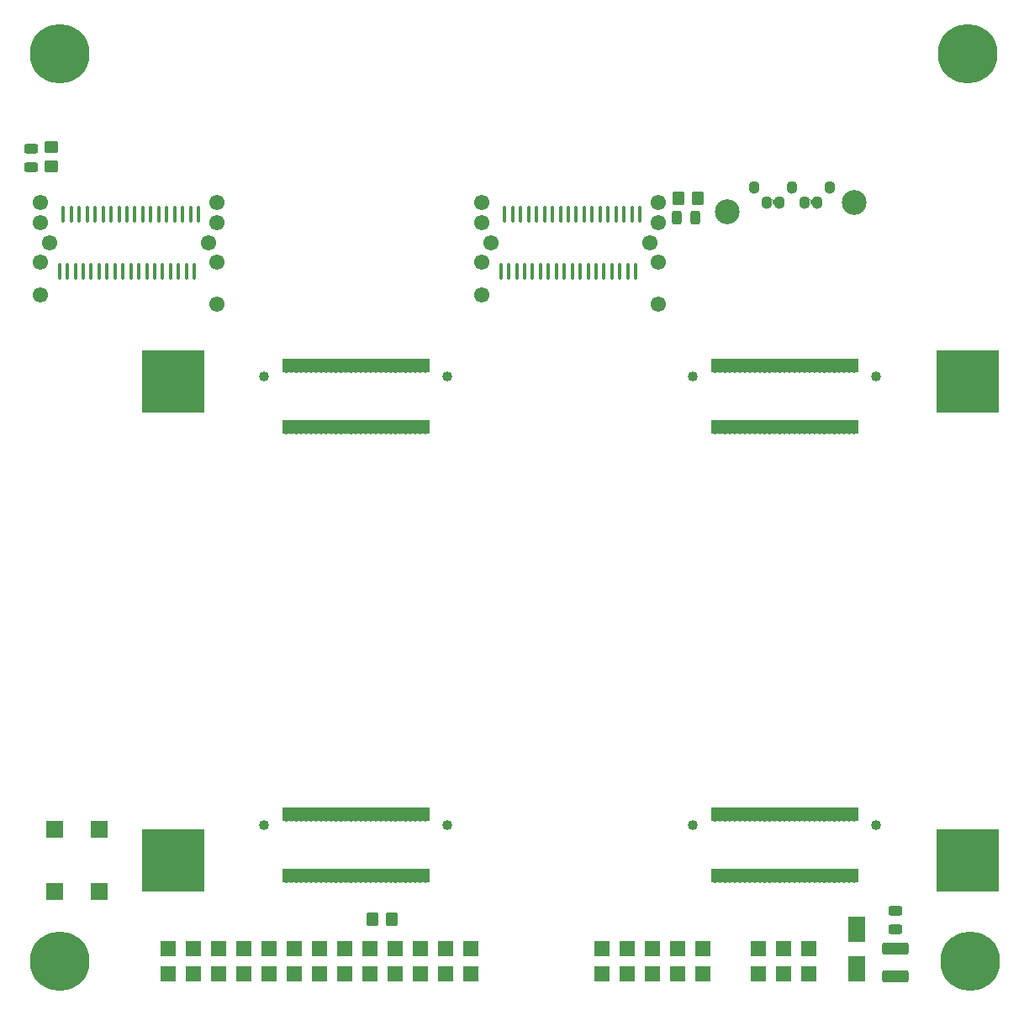
<source format=gbr>
%TF.GenerationSoftware,KiCad,Pcbnew,6.0.4-6f826c9f35~116~ubuntu20.04.1*%
%TF.CreationDate,2022-05-16T10:28:47+00:00*%
%TF.ProjectId,MPPB01B,4d505042-3031-4422-9e6b-696361645f70,**%
%TF.SameCoordinates,Original*%
%TF.FileFunction,Soldermask,Bot*%
%TF.FilePolarity,Negative*%
%FSLAX46Y46*%
G04 Gerber Fmt 4.6, Leading zero omitted, Abs format (unit mm)*
G04 Created by KiCad (PCBNEW 6.0.4-6f826c9f35~116~ubuntu20.04.1) date 2022-05-16 10:28:47*
%MOMM*%
%LPD*%
G01*
G04 APERTURE LIST*
G04 Aperture macros list*
%AMRoundRect*
0 Rectangle with rounded corners*
0 $1 Rounding radius*
0 $2 $3 $4 $5 $6 $7 $8 $9 X,Y pos of 4 corners*
0 Add a 4 corners polygon primitive as box body*
4,1,4,$2,$3,$4,$5,$6,$7,$8,$9,$2,$3,0*
0 Add four circle primitives for the rounded corners*
1,1,$1+$1,$2,$3*
1,1,$1+$1,$4,$5*
1,1,$1+$1,$6,$7*
1,1,$1+$1,$8,$9*
0 Add four rect primitives between the rounded corners*
20,1,$1+$1,$2,$3,$4,$5,0*
20,1,$1+$1,$4,$5,$6,$7,0*
20,1,$1+$1,$6,$7,$8,$9,0*
20,1,$1+$1,$8,$9,$2,$3,0*%
G04 Aperture macros list end*
%ADD10R,6.350000X6.350000*%
%ADD11C,6.000000*%
%ADD12R,1.524000X1.524000*%
%ADD13C,1.016000*%
%ADD14R,0.304800X1.447800*%
%ADD15C,1.550000*%
%ADD16O,0.350000X1.800000*%
%ADD17O,1.100000X1.300000*%
%ADD18C,2.500000*%
%ADD19RoundRect,0.243750X0.456250X-0.243750X0.456250X0.243750X-0.456250X0.243750X-0.456250X-0.243750X0*%
%ADD20RoundRect,0.250000X-1.075000X0.375000X-1.075000X-0.375000X1.075000X-0.375000X1.075000X0.375000X0*%
%ADD21R,1.800000X2.500000*%
%ADD22RoundRect,0.243750X0.243750X0.456250X-0.243750X0.456250X-0.243750X-0.456250X0.243750X-0.456250X0*%
%ADD23RoundRect,0.243750X-0.456250X0.243750X-0.456250X-0.243750X0.456250X-0.243750X0.456250X0.243750X0*%
%ADD24RoundRect,0.250000X0.350000X0.450000X-0.350000X0.450000X-0.350000X-0.450000X0.350000X-0.450000X0*%
%ADD25RoundRect,0.250000X-0.450000X0.350000X-0.450000X-0.350000X0.450000X-0.350000X0.450000X0.350000X0*%
%ADD26R,1.676400X1.676400*%
G04 APERTURE END LIST*
D10*
%TO.C,MH1*%
X16510000Y63500000D03*
%TD*%
%TO.C,MH2*%
X96520000Y15240000D03*
%TD*%
%TO.C,MH3*%
X96520000Y63500000D03*
%TD*%
%TO.C,MH4*%
X16510000Y15240000D03*
%TD*%
D11*
%TO.C,MH5*%
X5080000Y96520000D03*
%TD*%
%TO.C,MH6*%
X96520000Y96520000D03*
%TD*%
%TO.C,MH8*%
X5080000Y5080000D03*
%TD*%
%TO.C,MH7*%
X96774000Y5080000D03*
%TD*%
D12*
%TO.C,P7*%
X46460000Y6310000D03*
X46460000Y3770000D03*
X43920000Y6310000D03*
X43920000Y3770000D03*
X41380000Y6310000D03*
X41380000Y3770000D03*
X38840000Y6310000D03*
X38840000Y3770000D03*
X36300000Y6310000D03*
X36300000Y3770000D03*
X33760000Y6310000D03*
X33760000Y3770000D03*
X31220000Y6310000D03*
X31220000Y3770000D03*
X28680000Y6310000D03*
X28680000Y3770000D03*
X26140000Y6310000D03*
X26140000Y3770000D03*
X23600000Y6310000D03*
X23600000Y3770000D03*
X21060000Y6310000D03*
X21060000Y3770000D03*
X18520000Y6310000D03*
X18520000Y3770000D03*
X15980000Y6310000D03*
X15980000Y3770000D03*
%TD*%
%TO.C,P11*%
X69900000Y6310000D03*
X69900000Y3770000D03*
X67360000Y6310000D03*
X67360000Y3770000D03*
X64820000Y6310000D03*
X64820000Y3770000D03*
X62280000Y6310000D03*
X62280000Y3770000D03*
X59740000Y6310000D03*
X59740000Y3770000D03*
%TD*%
D13*
%TO.C,P1*%
X25684480Y64008000D03*
X44165520Y64008000D03*
D14*
X42179240Y65062100D03*
X42179240Y58889900D03*
X41678840Y65062100D03*
X41678840Y58889900D03*
X41178440Y65062100D03*
X41178440Y58889900D03*
X40678140Y65062100D03*
X40678140Y58889900D03*
X40177740Y65062100D03*
X40177740Y58889900D03*
X39677340Y65062100D03*
X39677340Y58889900D03*
X39176940Y65062100D03*
X39176940Y58889900D03*
X38676540Y65062100D03*
X38676540Y58889900D03*
X38176240Y65062100D03*
X38176240Y58889900D03*
X37675840Y65062100D03*
X37675840Y58889900D03*
X37175440Y65062100D03*
X37175440Y58889900D03*
X36675040Y65062100D03*
X36675040Y58889900D03*
X36174640Y65062100D03*
X36174640Y58889900D03*
X35674340Y65062100D03*
X35674340Y58889900D03*
X35173940Y65062100D03*
X35173940Y58889900D03*
X34673540Y65062100D03*
X34673540Y58889900D03*
X34173140Y65062100D03*
X34173140Y58889900D03*
X33672740Y65062100D03*
X33672740Y58889900D03*
X33172440Y65062100D03*
X33172440Y58889900D03*
X32672040Y65062100D03*
X32672040Y58889900D03*
X32171640Y65062100D03*
X32171640Y58889900D03*
X31671240Y65062100D03*
X31671240Y58889900D03*
X31170840Y65062100D03*
X31170840Y58889900D03*
X30670540Y65062100D03*
X30670540Y58889900D03*
X30170140Y65062100D03*
X30170140Y58889900D03*
X29669740Y65062100D03*
X29669740Y58889900D03*
X29169340Y65062100D03*
X29169340Y58889900D03*
X28668940Y65062100D03*
X28668940Y58889900D03*
X28168640Y65062100D03*
X28168640Y58889900D03*
X27668240Y65062100D03*
X27668240Y58889900D03*
%TD*%
D13*
%TO.C,P2*%
X87345520Y64008000D03*
X68864480Y64008000D03*
D14*
X85359240Y65062100D03*
X85359240Y58889900D03*
X84858840Y65062100D03*
X84858840Y58889900D03*
X84358440Y65062100D03*
X84358440Y58889900D03*
X83858140Y65062100D03*
X83858140Y58889900D03*
X83357740Y65062100D03*
X83357740Y58889900D03*
X82857340Y65062100D03*
X82857340Y58889900D03*
X82356940Y65062100D03*
X82356940Y58889900D03*
X81856540Y65062100D03*
X81856540Y58889900D03*
X81356240Y65062100D03*
X81356240Y58889900D03*
X80855840Y65062100D03*
X80855840Y58889900D03*
X80355440Y65062100D03*
X80355440Y58889900D03*
X79855040Y65062100D03*
X79855040Y58889900D03*
X79354640Y65062100D03*
X79354640Y58889900D03*
X78854340Y65062100D03*
X78854340Y58889900D03*
X78353940Y65062100D03*
X78353940Y58889900D03*
X77853540Y65062100D03*
X77853540Y58889900D03*
X77353140Y65062100D03*
X77353140Y58889900D03*
X76852740Y65062100D03*
X76852740Y58889900D03*
X76352440Y65062100D03*
X76352440Y58889900D03*
X75852040Y65062100D03*
X75852040Y58889900D03*
X75351640Y65062100D03*
X75351640Y58889900D03*
X74851240Y65062100D03*
X74851240Y58889900D03*
X74350840Y65062100D03*
X74350840Y58889900D03*
X73850540Y65062100D03*
X73850540Y58889900D03*
X73350140Y65062100D03*
X73350140Y58889900D03*
X72849740Y65062100D03*
X72849740Y58889900D03*
X72349340Y65062100D03*
X72349340Y58889900D03*
X71848940Y65062100D03*
X71848940Y58889900D03*
X71348640Y65062100D03*
X71348640Y58889900D03*
X70848240Y65062100D03*
X70848240Y58889900D03*
%TD*%
D13*
%TO.C,P3*%
X25684480Y18796000D03*
X44165520Y18796000D03*
D14*
X42179240Y19850100D03*
X42179240Y13677900D03*
X41678840Y19850100D03*
X41678840Y13677900D03*
X41178440Y19850100D03*
X41178440Y13677900D03*
X40678140Y19850100D03*
X40678140Y13677900D03*
X40177740Y19850100D03*
X40177740Y13677900D03*
X39677340Y19850100D03*
X39677340Y13677900D03*
X39176940Y19850100D03*
X39176940Y13677900D03*
X38676540Y19850100D03*
X38676540Y13677900D03*
X38176240Y19850100D03*
X38176240Y13677900D03*
X37675840Y19850100D03*
X37675840Y13677900D03*
X37175440Y19850100D03*
X37175440Y13677900D03*
X36675040Y19850100D03*
X36675040Y13677900D03*
X36174640Y19850100D03*
X36174640Y13677900D03*
X35674340Y19850100D03*
X35674340Y13677900D03*
X35173940Y19850100D03*
X35173940Y13677900D03*
X34673540Y19850100D03*
X34673540Y13677900D03*
X34173140Y19850100D03*
X34173140Y13677900D03*
X33672740Y19850100D03*
X33672740Y13677900D03*
X33172440Y19850100D03*
X33172440Y13677900D03*
X32672040Y19850100D03*
X32672040Y13677900D03*
X32171640Y19850100D03*
X32171640Y13677900D03*
X31671240Y19850100D03*
X31671240Y13677900D03*
X31170840Y19850100D03*
X31170840Y13677900D03*
X30670540Y19850100D03*
X30670540Y13677900D03*
X30170140Y19850100D03*
X30170140Y13677900D03*
X29669740Y19850100D03*
X29669740Y13677900D03*
X29169340Y19850100D03*
X29169340Y13677900D03*
X28668940Y19850100D03*
X28668940Y13677900D03*
X28168640Y19850100D03*
X28168640Y13677900D03*
X27668240Y19850100D03*
X27668240Y13677900D03*
%TD*%
D13*
%TO.C,P4*%
X87345520Y18796000D03*
X68864480Y18796000D03*
D14*
X85359240Y19850100D03*
X85359240Y13677900D03*
X84858840Y19850100D03*
X84858840Y13677900D03*
X84358440Y19850100D03*
X84358440Y13677900D03*
X83858140Y19850100D03*
X83858140Y13677900D03*
X83357740Y19850100D03*
X83357740Y13677900D03*
X82857340Y19850100D03*
X82857340Y13677900D03*
X82356940Y19850100D03*
X82356940Y13677900D03*
X81856540Y19850100D03*
X81856540Y13677900D03*
X81356240Y19850100D03*
X81356240Y13677900D03*
X80855840Y19850100D03*
X80855840Y13677900D03*
X80355440Y19850100D03*
X80355440Y13677900D03*
X79855040Y19850100D03*
X79855040Y13677900D03*
X79354640Y19850100D03*
X79354640Y13677900D03*
X78854340Y19850100D03*
X78854340Y13677900D03*
X78353940Y19850100D03*
X78353940Y13677900D03*
X77853540Y19850100D03*
X77853540Y13677900D03*
X77353140Y19850100D03*
X77353140Y13677900D03*
X76852740Y19850100D03*
X76852740Y13677900D03*
X76352440Y19850100D03*
X76352440Y13677900D03*
X75852040Y19850100D03*
X75852040Y13677900D03*
X75351640Y19850100D03*
X75351640Y13677900D03*
X74851240Y19850100D03*
X74851240Y13677900D03*
X74350840Y19850100D03*
X74350840Y13677900D03*
X73850540Y19850100D03*
X73850540Y13677900D03*
X73350140Y19850100D03*
X73350140Y13677900D03*
X72849740Y19850100D03*
X72849740Y13677900D03*
X72349340Y19850100D03*
X72349340Y13677900D03*
X71848940Y19850100D03*
X71848940Y13677900D03*
X71348640Y19850100D03*
X71348640Y13677900D03*
X70848240Y19850100D03*
X70848240Y13677900D03*
%TD*%
D15*
%TO.C,P5*%
X64515000Y77469995D03*
X48515000Y77469995D03*
X47615000Y72229995D03*
X47615000Y75469995D03*
X47615000Y79459995D03*
X47615000Y81489995D03*
X65415000Y71229995D03*
X65415000Y75469995D03*
X65415000Y79459995D03*
X65415000Y81489995D03*
D16*
X49915000Y80369995D03*
X50715000Y80369995D03*
X51515000Y80369995D03*
X52315000Y80369995D03*
X53115000Y80369995D03*
X53915000Y80369995D03*
X54715000Y80369995D03*
X55515000Y80369995D03*
X56315000Y80369995D03*
X57115000Y80369995D03*
X57915000Y80369995D03*
X58715000Y80369995D03*
X59515000Y80369995D03*
X60315000Y80369995D03*
X61115000Y80369995D03*
X61915000Y80369995D03*
X62715000Y80369995D03*
X63515000Y80369995D03*
X49515000Y74559995D03*
X50315000Y74559995D03*
X51115000Y74559995D03*
X51915000Y74559995D03*
X52715000Y74559995D03*
X53515000Y74559995D03*
X54315000Y74559995D03*
X55115000Y74559995D03*
X55915000Y74559995D03*
X56715000Y74559995D03*
X57515000Y74559995D03*
X58315000Y74559995D03*
X59115000Y74559995D03*
X59915000Y74559995D03*
X60715000Y74559995D03*
X61515000Y74559995D03*
X62315000Y74559995D03*
X63115000Y74559995D03*
%TD*%
D12*
%TO.C,P9*%
X75480000Y6310000D03*
X75480000Y3770000D03*
X78020000Y6310000D03*
X78020000Y3770000D03*
X80560000Y6310000D03*
X80560000Y3770000D03*
%TD*%
D15*
%TO.C,P6*%
X20065000Y77469995D03*
X4065000Y77469995D03*
X3165000Y72229995D03*
X3165000Y75469995D03*
X3165000Y79459995D03*
X3165000Y81489995D03*
X20965000Y71229995D03*
X20965000Y75469995D03*
X20965000Y79459995D03*
X20965000Y81489995D03*
D16*
X5465000Y80369995D03*
X6265000Y80369995D03*
X7065000Y80369995D03*
X7865000Y80369995D03*
X8665000Y80369995D03*
X9465000Y80369995D03*
X10265000Y80369995D03*
X11065000Y80369995D03*
X11865000Y80369995D03*
X12665000Y80369995D03*
X13465000Y80369995D03*
X14265000Y80369995D03*
X15065000Y80369995D03*
X15865000Y80369995D03*
X16665000Y80369995D03*
X17465000Y80369995D03*
X18265000Y80369995D03*
X19065000Y80369995D03*
X5065000Y74559995D03*
X5865000Y74559995D03*
X6665000Y74559995D03*
X7465000Y74559995D03*
X8265000Y74559995D03*
X9065000Y74559995D03*
X9865000Y74559995D03*
X10665000Y74559995D03*
X11465000Y74559995D03*
X12265000Y74559995D03*
X13065000Y74559995D03*
X13865000Y74559995D03*
X14665000Y74559995D03*
X15465000Y74559995D03*
X16265000Y74559995D03*
X17065000Y74559995D03*
X17865000Y74559995D03*
X18665000Y74559995D03*
%TD*%
D17*
%TO.C,P10*%
X82677000Y83058000D03*
X81407000Y81558000D03*
X80137000Y81558000D03*
X78867000Y83058000D03*
X77597000Y81558000D03*
X76327000Y81558000D03*
X75057000Y83058000D03*
D18*
X72307000Y80558000D03*
X85137000Y81558000D03*
%TD*%
D19*
%TO.C,C1*%
X89220000Y8302500D03*
X89220000Y10177500D03*
%TD*%
D20*
%TO.C,C2*%
X89220000Y6340000D03*
X89220000Y3540000D03*
%TD*%
D21*
%TO.C,D1*%
X85320000Y8290000D03*
X85320000Y4290000D03*
%TD*%
D22*
%TO.C,C3*%
X69135000Y79970000D03*
X67260000Y79970000D03*
%TD*%
D23*
%TO.C,C4*%
X2240000Y86910000D03*
X2240000Y85035000D03*
%TD*%
D24*
%TO.C,R1*%
X69370000Y81940000D03*
X67370000Y81940000D03*
%TD*%
D25*
%TO.C,R2*%
X4230000Y87140000D03*
X4230000Y85140000D03*
%TD*%
D26*
%TO.C,SW1*%
X4608000Y12090000D03*
X4608000Y18390000D03*
X9108000Y18390000D03*
X9108000Y12090000D03*
%TD*%
D24*
%TO.C,R3*%
X38570000Y9290000D03*
X36570000Y9290000D03*
%TD*%
G36*
X36524640Y14398911D02*
G01*
X36524640Y12956889D01*
X36523640Y12955157D01*
X36521529Y12955226D01*
X36505896Y12965671D01*
X36505724Y12965799D01*
X36473895Y12992399D01*
X36405179Y13001030D01*
X36342549Y12971066D01*
X36329924Y12956497D01*
X36329525Y12956144D01*
X36328152Y12955226D01*
X36326156Y12955095D01*
X36325040Y12956889D01*
X36325040Y14398911D01*
X36326040Y14400643D01*
X36328151Y14400574D01*
X36343784Y14390129D01*
X36343956Y14390001D01*
X36375785Y14363401D01*
X36444501Y14354770D01*
X36507131Y14384734D01*
X36519756Y14399303D01*
X36520155Y14399656D01*
X36521528Y14400574D01*
X36523524Y14400705D01*
X36524640Y14398911D01*
G37*
G36*
X84708440Y14398911D02*
G01*
X84708440Y12956889D01*
X84707440Y12955157D01*
X84705329Y12955226D01*
X84689696Y12965671D01*
X84689524Y12965799D01*
X84657695Y12992399D01*
X84588979Y13001030D01*
X84526349Y12971066D01*
X84513724Y12956497D01*
X84513325Y12956144D01*
X84511952Y12955226D01*
X84509956Y12955095D01*
X84508840Y12956889D01*
X84508840Y14398911D01*
X84509840Y14400643D01*
X84511951Y14400574D01*
X84527584Y14390129D01*
X84527756Y14390001D01*
X84559585Y14363401D01*
X84628301Y14354770D01*
X84690931Y14384734D01*
X84703556Y14399303D01*
X84703955Y14399656D01*
X84705328Y14400574D01*
X84707324Y14400705D01*
X84708440Y14398911D01*
G37*
G36*
X71198240Y14398911D02*
G01*
X71198240Y12956889D01*
X71197240Y12955157D01*
X71195129Y12955226D01*
X71179496Y12965671D01*
X71179324Y12965799D01*
X71147495Y12992399D01*
X71078779Y13001030D01*
X71016149Y12971066D01*
X71003524Y12956497D01*
X71003125Y12956144D01*
X71001752Y12955226D01*
X70999756Y12955095D01*
X70998640Y12956889D01*
X70998640Y14398911D01*
X70999640Y14400643D01*
X71001751Y14400574D01*
X71017384Y14390129D01*
X71017556Y14390001D01*
X71049385Y14363401D01*
X71118101Y14354770D01*
X71180731Y14384734D01*
X71193356Y14399303D01*
X71193755Y14399656D01*
X71195128Y14400574D01*
X71197124Y14400705D01*
X71198240Y14398911D01*
G37*
G36*
X74200440Y14398911D02*
G01*
X74200440Y12956889D01*
X74199440Y12955157D01*
X74197329Y12955226D01*
X74181503Y12965800D01*
X74181331Y12965928D01*
X74149748Y12992324D01*
X74081032Y13000957D01*
X74018401Y12970994D01*
X74005859Y12956520D01*
X74005459Y12956167D01*
X74004051Y12955226D01*
X74002056Y12955095D01*
X74000940Y12956889D01*
X74000940Y14398911D01*
X74001940Y14400643D01*
X74004051Y14400574D01*
X74019877Y14390000D01*
X74020049Y14389872D01*
X74051632Y14363476D01*
X74120348Y14354843D01*
X74182979Y14384806D01*
X74195521Y14399280D01*
X74195921Y14399633D01*
X74197329Y14400574D01*
X74199324Y14400705D01*
X74200440Y14398911D01*
G37*
G36*
X28518540Y14398911D02*
G01*
X28518540Y12956889D01*
X28517540Y12955157D01*
X28515429Y12955226D01*
X28499603Y12965800D01*
X28499431Y12965928D01*
X28467848Y12992324D01*
X28399132Y13000957D01*
X28336501Y12970994D01*
X28323959Y12956520D01*
X28323559Y12956167D01*
X28322151Y12955226D01*
X28320156Y12955095D01*
X28319040Y12956889D01*
X28319040Y14398911D01*
X28320040Y14400643D01*
X28322151Y14400574D01*
X28337977Y14390000D01*
X28338149Y14389872D01*
X28369732Y14363476D01*
X28438448Y14354843D01*
X28501079Y14384806D01*
X28513621Y14399280D01*
X28514021Y14399633D01*
X28515429Y14400574D01*
X28517424Y14400705D01*
X28518540Y14398911D01*
G37*
G36*
X33022040Y14398911D02*
G01*
X33022040Y12956889D01*
X33021040Y12955157D01*
X33018929Y12955226D01*
X33003296Y12965671D01*
X33003124Y12965799D01*
X32971295Y12992399D01*
X32902579Y13001030D01*
X32839949Y12971066D01*
X32827324Y12956497D01*
X32826925Y12956144D01*
X32825552Y12955226D01*
X32823556Y12955095D01*
X32822440Y12956889D01*
X32822440Y14398911D01*
X32823440Y14400643D01*
X32825551Y14400574D01*
X32841184Y14390129D01*
X32841356Y14390001D01*
X32873185Y14363401D01*
X32941901Y14354770D01*
X33004531Y14384734D01*
X33017156Y14399303D01*
X33017555Y14399656D01*
X33018928Y14400574D01*
X33020924Y14400705D01*
X33022040Y14398911D01*
G37*
G36*
X71698540Y14398911D02*
G01*
X71698540Y12956889D01*
X71697540Y12955157D01*
X71695429Y12955226D01*
X71679603Y12965800D01*
X71679431Y12965928D01*
X71647848Y12992324D01*
X71579132Y13000957D01*
X71516501Y12970994D01*
X71503959Y12956520D01*
X71503559Y12956167D01*
X71502151Y12955226D01*
X71500156Y12955095D01*
X71499040Y12956889D01*
X71499040Y14398911D01*
X71500040Y14400643D01*
X71502151Y14400574D01*
X71517977Y14390000D01*
X71518149Y14389872D01*
X71549732Y14363476D01*
X71618448Y14354843D01*
X71681079Y14384806D01*
X71693621Y14399280D01*
X71694021Y14399633D01*
X71695429Y14400574D01*
X71697424Y14400705D01*
X71698540Y14398911D01*
G37*
G36*
X73700140Y14398911D02*
G01*
X73700140Y12956889D01*
X73699140Y12955157D01*
X73697029Y12955226D01*
X73681396Y12965671D01*
X73681224Y12965799D01*
X73649395Y12992399D01*
X73580679Y13001030D01*
X73518049Y12971066D01*
X73505424Y12956497D01*
X73505025Y12956144D01*
X73503652Y12955226D01*
X73501656Y12955095D01*
X73500540Y12956889D01*
X73500540Y14398911D01*
X73501540Y14400643D01*
X73503651Y14400574D01*
X73519284Y14390129D01*
X73519456Y14390001D01*
X73551285Y14363401D01*
X73620001Y14354770D01*
X73682631Y14384734D01*
X73695256Y14399303D01*
X73695655Y14399656D01*
X73697028Y14400574D01*
X73699024Y14400705D01*
X73700140Y14398911D01*
G37*
G36*
X29018940Y14398911D02*
G01*
X29018940Y12956889D01*
X29017940Y12955157D01*
X29015829Y12955226D01*
X29000196Y12965671D01*
X29000024Y12965799D01*
X28968195Y12992399D01*
X28899479Y13001030D01*
X28836849Y12971066D01*
X28824224Y12956497D01*
X28823825Y12956144D01*
X28822452Y12955226D01*
X28820456Y12955095D01*
X28819340Y12956889D01*
X28819340Y14398911D01*
X28820340Y14400643D01*
X28822451Y14400574D01*
X28838084Y14390129D01*
X28838256Y14390001D01*
X28870085Y14363401D01*
X28938801Y14354770D01*
X29001431Y14384734D01*
X29014056Y14399303D01*
X29014455Y14399656D01*
X29015828Y14400574D01*
X29017824Y14400705D01*
X29018940Y14398911D01*
G37*
G36*
X28018240Y14398911D02*
G01*
X28018240Y12956889D01*
X28017240Y12955157D01*
X28015129Y12955226D01*
X27999496Y12965671D01*
X27999324Y12965799D01*
X27967495Y12992399D01*
X27898779Y13001030D01*
X27836149Y12971066D01*
X27823524Y12956497D01*
X27823125Y12956144D01*
X27821752Y12955226D01*
X27819756Y12955095D01*
X27818640Y12956889D01*
X27818640Y14398911D01*
X27819640Y14400643D01*
X27821751Y14400574D01*
X27837384Y14390129D01*
X27837556Y14390001D01*
X27869385Y14363401D01*
X27938101Y14354770D01*
X28000731Y14384734D01*
X28013356Y14399303D01*
X28013755Y14399656D01*
X28015128Y14400574D01*
X28017124Y14400705D01*
X28018240Y14398911D01*
G37*
G36*
X29519340Y14398911D02*
G01*
X29519340Y12956889D01*
X29518340Y12955157D01*
X29516229Y12955226D01*
X29500596Y12965671D01*
X29500424Y12965799D01*
X29468595Y12992399D01*
X29399879Y13001030D01*
X29337249Y12971066D01*
X29324624Y12956497D01*
X29324225Y12956144D01*
X29322852Y12955226D01*
X29320856Y12955095D01*
X29319740Y12956889D01*
X29319740Y14398911D01*
X29320740Y14400643D01*
X29322851Y14400574D01*
X29338484Y14390129D01*
X29338656Y14390001D01*
X29370485Y14363401D01*
X29439201Y14354770D01*
X29501831Y14384734D01*
X29514456Y14399303D01*
X29514855Y14399656D01*
X29516228Y14400574D01*
X29518224Y14400705D01*
X29519340Y14398911D01*
G37*
G36*
X32021240Y14398911D02*
G01*
X32021240Y12956889D01*
X32020240Y12955157D01*
X32018129Y12955226D01*
X32002496Y12965671D01*
X32002324Y12965799D01*
X31970495Y12992399D01*
X31901779Y13001030D01*
X31839149Y12971066D01*
X31826524Y12956497D01*
X31826125Y12956144D01*
X31824752Y12955226D01*
X31822756Y12955095D01*
X31821640Y12956889D01*
X31821640Y14398911D01*
X31822640Y14400643D01*
X31824751Y14400574D01*
X31840384Y14390129D01*
X31840556Y14390001D01*
X31872385Y14363401D01*
X31941101Y14354770D01*
X32003731Y14384734D01*
X32016356Y14399303D01*
X32016755Y14399656D01*
X32018128Y14400574D01*
X32020124Y14400705D01*
X32021240Y14398911D01*
G37*
G36*
X73199740Y14398911D02*
G01*
X73199740Y12956889D01*
X73198740Y12955157D01*
X73196629Y12955226D01*
X73180996Y12965671D01*
X73180824Y12965799D01*
X73148995Y12992399D01*
X73080279Y13001030D01*
X73017649Y12971066D01*
X73005024Y12956497D01*
X73004625Y12956144D01*
X73003252Y12955226D01*
X73001256Y12955095D01*
X73000140Y12956889D01*
X73000140Y14398911D01*
X73001140Y14400643D01*
X73003251Y14400574D01*
X73018884Y14390129D01*
X73019056Y14390001D01*
X73050885Y14363401D01*
X73119601Y14354770D01*
X73182231Y14384734D01*
X73194856Y14399303D01*
X73195255Y14399656D01*
X73196628Y14400574D01*
X73198624Y14400705D01*
X73199740Y14398911D01*
G37*
G36*
X72198940Y14398911D02*
G01*
X72198940Y12956889D01*
X72197940Y12955157D01*
X72195829Y12955226D01*
X72180196Y12965671D01*
X72180024Y12965799D01*
X72148195Y12992399D01*
X72079479Y13001030D01*
X72016849Y12971066D01*
X72004224Y12956497D01*
X72003825Y12956144D01*
X72002452Y12955226D01*
X72000456Y12955095D01*
X71999340Y12956889D01*
X71999340Y14398911D01*
X72000340Y14400643D01*
X72002451Y14400574D01*
X72018084Y14390129D01*
X72018256Y14390001D01*
X72050085Y14363401D01*
X72118801Y14354770D01*
X72181431Y14384734D01*
X72194056Y14399303D01*
X72194455Y14399656D01*
X72195828Y14400574D01*
X72197824Y14400705D01*
X72198940Y14398911D01*
G37*
G36*
X30019740Y14398911D02*
G01*
X30019740Y12956889D01*
X30018740Y12955157D01*
X30016629Y12955226D01*
X30000996Y12965671D01*
X30000824Y12965799D01*
X29968995Y12992399D01*
X29900279Y13001030D01*
X29837649Y12971066D01*
X29825024Y12956497D01*
X29824625Y12956144D01*
X29823252Y12955226D01*
X29821256Y12955095D01*
X29820140Y12956889D01*
X29820140Y14398911D01*
X29821140Y14400643D01*
X29823251Y14400574D01*
X29838884Y14390129D01*
X29839056Y14390001D01*
X29870885Y14363401D01*
X29939601Y14354770D01*
X30002231Y14384734D01*
X30014856Y14399303D01*
X30015255Y14399656D01*
X30016628Y14400574D01*
X30018624Y14400705D01*
X30019740Y14398911D01*
G37*
G36*
X31020440Y14398911D02*
G01*
X31020440Y12956889D01*
X31019440Y12955157D01*
X31017329Y12955226D01*
X31001503Y12965800D01*
X31001331Y12965928D01*
X30969748Y12992324D01*
X30901032Y13000957D01*
X30838401Y12970994D01*
X30825859Y12956520D01*
X30825459Y12956167D01*
X30824051Y12955226D01*
X30822056Y12955095D01*
X30820940Y12956889D01*
X30820940Y14398911D01*
X30821940Y14400643D01*
X30824051Y14400574D01*
X30839877Y14390000D01*
X30840049Y14389872D01*
X30871632Y14363476D01*
X30940348Y14354843D01*
X31002979Y14384806D01*
X31015521Y14399280D01*
X31015921Y14399633D01*
X31017329Y14400574D01*
X31019324Y14400705D01*
X31020440Y14398911D01*
G37*
G36*
X30520140Y14398911D02*
G01*
X30520140Y12956889D01*
X30519140Y12955157D01*
X30517029Y12955226D01*
X30501396Y12965671D01*
X30501224Y12965799D01*
X30469395Y12992399D01*
X30400679Y13001030D01*
X30338049Y12971066D01*
X30325424Y12956497D01*
X30325025Y12956144D01*
X30323652Y12955226D01*
X30321656Y12955095D01*
X30320540Y12956889D01*
X30320540Y14398911D01*
X30321540Y14400643D01*
X30323651Y14400574D01*
X30339284Y14390129D01*
X30339456Y14390001D01*
X30371285Y14363401D01*
X30440001Y14354770D01*
X30502631Y14384734D01*
X30515256Y14399303D01*
X30515655Y14399656D01*
X30517028Y14400574D01*
X30519024Y14400705D01*
X30520140Y14398911D01*
G37*
G36*
X72699340Y14398911D02*
G01*
X72699340Y12956889D01*
X72698340Y12955157D01*
X72696229Y12955226D01*
X72680596Y12965671D01*
X72680424Y12965799D01*
X72648595Y12992399D01*
X72579879Y13001030D01*
X72517249Y12971066D01*
X72504624Y12956497D01*
X72504225Y12956144D01*
X72502852Y12955226D01*
X72500856Y12955095D01*
X72499740Y12956889D01*
X72499740Y14398911D01*
X72500740Y14400643D01*
X72502851Y14400574D01*
X72518484Y14390129D01*
X72518656Y14390001D01*
X72550485Y14363401D01*
X72619201Y14354770D01*
X72681831Y14384734D01*
X72694456Y14399303D01*
X72694855Y14399656D01*
X72696228Y14400574D01*
X72698224Y14400705D01*
X72699340Y14398911D01*
G37*
G36*
X32521640Y14398911D02*
G01*
X32521640Y12956889D01*
X32520640Y12955157D01*
X32518529Y12955226D01*
X32502896Y12965671D01*
X32502724Y12965799D01*
X32470895Y12992399D01*
X32402179Y13001030D01*
X32339549Y12971066D01*
X32326924Y12956497D01*
X32326525Y12956144D01*
X32325152Y12955226D01*
X32323156Y12955095D01*
X32322040Y12956889D01*
X32322040Y14398911D01*
X32323040Y14400643D01*
X32325151Y14400574D01*
X32340784Y14390129D01*
X32340956Y14390001D01*
X32372785Y14363401D01*
X32441501Y14354770D01*
X32504131Y14384734D01*
X32516756Y14399303D01*
X32517155Y14399656D01*
X32518528Y14400574D01*
X32520524Y14400705D01*
X32521640Y14398911D01*
G37*
G36*
X39526940Y14398911D02*
G01*
X39526940Y12956889D01*
X39525940Y12955157D01*
X39523829Y12955226D01*
X39508196Y12965671D01*
X39508024Y12965799D01*
X39476195Y12992399D01*
X39407479Y13001030D01*
X39344849Y12971066D01*
X39332224Y12956497D01*
X39331825Y12956144D01*
X39330452Y12955226D01*
X39328456Y12955095D01*
X39327340Y12956889D01*
X39327340Y14398911D01*
X39328340Y14400643D01*
X39330451Y14400574D01*
X39346084Y14390129D01*
X39346256Y14390001D01*
X39378085Y14363401D01*
X39446801Y14354770D01*
X39509431Y14384734D01*
X39522056Y14399303D01*
X39522455Y14399656D01*
X39523828Y14400574D01*
X39525824Y14400705D01*
X39526940Y14398911D01*
G37*
G36*
X40027340Y14398911D02*
G01*
X40027340Y12956889D01*
X40026340Y12955157D01*
X40024229Y12955226D01*
X40008596Y12965671D01*
X40008424Y12965799D01*
X39976595Y12992399D01*
X39907879Y13001030D01*
X39845249Y12971066D01*
X39832624Y12956497D01*
X39832225Y12956144D01*
X39830852Y12955226D01*
X39828856Y12955095D01*
X39827740Y12956889D01*
X39827740Y14398911D01*
X39828740Y14400643D01*
X39830851Y14400574D01*
X39846484Y14390129D01*
X39846656Y14390001D01*
X39878485Y14363401D01*
X39947201Y14354770D01*
X40009831Y14384734D01*
X40022456Y14399303D01*
X40022855Y14399656D01*
X40024228Y14400574D01*
X40026224Y14400705D01*
X40027340Y14398911D01*
G37*
G36*
X82706940Y14398911D02*
G01*
X82706940Y12956889D01*
X82705940Y12955157D01*
X82703829Y12955226D01*
X82688196Y12965671D01*
X82688024Y12965799D01*
X82656195Y12992399D01*
X82587479Y13001030D01*
X82524849Y12971066D01*
X82512224Y12956497D01*
X82511825Y12956144D01*
X82510452Y12955226D01*
X82508456Y12955095D01*
X82507340Y12956889D01*
X82507340Y14398911D01*
X82508340Y14400643D01*
X82510451Y14400574D01*
X82526084Y14390129D01*
X82526256Y14390001D01*
X82558085Y14363401D01*
X82626801Y14354770D01*
X82689431Y14384734D01*
X82702056Y14399303D01*
X82702455Y14399656D01*
X82703828Y14400574D01*
X82705824Y14400705D01*
X82706940Y14398911D01*
G37*
G36*
X78203540Y14398911D02*
G01*
X78203540Y12956889D01*
X78202540Y12955157D01*
X78200429Y12955226D01*
X78184796Y12965671D01*
X78184624Y12965799D01*
X78152795Y12992399D01*
X78084079Y13001030D01*
X78021449Y12971066D01*
X78008824Y12956497D01*
X78008425Y12956144D01*
X78007052Y12955226D01*
X78005056Y12955095D01*
X78003940Y12956889D01*
X78003940Y14398911D01*
X78004940Y14400643D01*
X78007051Y14400574D01*
X78022684Y14390129D01*
X78022856Y14390001D01*
X78054685Y14363401D01*
X78123401Y14354770D01*
X78186031Y14384734D01*
X78198656Y14399303D01*
X78199055Y14399656D01*
X78200428Y14400574D01*
X78202424Y14400705D01*
X78203540Y14398911D01*
G37*
G36*
X77202740Y14398911D02*
G01*
X77202740Y12956889D01*
X77201740Y12955157D01*
X77199629Y12955226D01*
X77183996Y12965671D01*
X77183824Y12965799D01*
X77151995Y12992399D01*
X77083279Y13001030D01*
X77020649Y12971066D01*
X77008024Y12956497D01*
X77007625Y12956144D01*
X77006252Y12955226D01*
X77004256Y12955095D01*
X77003140Y12956889D01*
X77003140Y14398911D01*
X77004140Y14400643D01*
X77006251Y14400574D01*
X77021884Y14390129D01*
X77022056Y14390001D01*
X77053885Y14363401D01*
X77122601Y14354770D01*
X77185231Y14384734D01*
X77197856Y14399303D01*
X77198255Y14399656D01*
X77199628Y14400574D01*
X77201624Y14400705D01*
X77202740Y14398911D01*
G37*
G36*
X39026540Y14398911D02*
G01*
X39026540Y12956889D01*
X39025540Y12955157D01*
X39023429Y12955226D01*
X39007796Y12965671D01*
X39007624Y12965799D01*
X38975795Y12992399D01*
X38907079Y13001030D01*
X38844449Y12971066D01*
X38831824Y12956497D01*
X38831425Y12956144D01*
X38830052Y12955226D01*
X38828056Y12955095D01*
X38826940Y12956889D01*
X38826940Y14398911D01*
X38827940Y14400643D01*
X38830051Y14400574D01*
X38845684Y14390129D01*
X38845856Y14390001D01*
X38877685Y14363401D01*
X38946401Y14354770D01*
X39009031Y14384734D01*
X39021656Y14399303D01*
X39022055Y14399656D01*
X39023428Y14400574D01*
X39025424Y14400705D01*
X39026540Y14398911D01*
G37*
G36*
X79204240Y14398911D02*
G01*
X79204240Y12956889D01*
X79203240Y12955157D01*
X79201129Y12955226D01*
X79185303Y12965800D01*
X79185131Y12965928D01*
X79153548Y12992324D01*
X79084832Y13000957D01*
X79022201Y12970994D01*
X79009659Y12956520D01*
X79009259Y12956167D01*
X79007851Y12955226D01*
X79005856Y12955095D01*
X79004740Y12956889D01*
X79004740Y14398911D01*
X79005740Y14400643D01*
X79007851Y14400574D01*
X79023677Y14390000D01*
X79023849Y14389872D01*
X79055432Y14363476D01*
X79124148Y14354843D01*
X79186779Y14384806D01*
X79199321Y14399280D01*
X79199721Y14399633D01*
X79201129Y14400574D01*
X79203124Y14400705D01*
X79204240Y14398911D01*
G37*
G36*
X84208040Y14398911D02*
G01*
X84208040Y12956889D01*
X84207040Y12955157D01*
X84204929Y12955226D01*
X84189103Y12965800D01*
X84188931Y12965928D01*
X84157348Y12992324D01*
X84088632Y13000957D01*
X84026001Y12970994D01*
X84013459Y12956520D01*
X84013059Y12956167D01*
X84011651Y12955226D01*
X84009656Y12955095D01*
X84008540Y12956889D01*
X84008540Y14398911D01*
X84009540Y14400643D01*
X84011651Y14400574D01*
X84027477Y14390000D01*
X84027649Y14389872D01*
X84059232Y14363476D01*
X84127948Y14354843D01*
X84190579Y14384806D01*
X84203121Y14399280D01*
X84203521Y14399633D01*
X84204929Y14400574D01*
X84206924Y14400705D01*
X84208040Y14398911D01*
G37*
G36*
X78703940Y14398911D02*
G01*
X78703940Y12956889D01*
X78702940Y12955157D01*
X78700829Y12955226D01*
X78685196Y12965671D01*
X78685024Y12965799D01*
X78653195Y12992399D01*
X78584479Y13001030D01*
X78521849Y12971066D01*
X78509224Y12956497D01*
X78508825Y12956144D01*
X78507452Y12955226D01*
X78505456Y12955095D01*
X78504340Y12956889D01*
X78504340Y14398911D01*
X78505340Y14400643D01*
X78507451Y14400574D01*
X78523084Y14390129D01*
X78523256Y14390001D01*
X78555085Y14363401D01*
X78623801Y14354770D01*
X78686431Y14384734D01*
X78699056Y14399303D01*
X78699455Y14399656D01*
X78700828Y14400574D01*
X78702824Y14400705D01*
X78703940Y14398911D01*
G37*
G36*
X79704640Y14398911D02*
G01*
X79704640Y12956889D01*
X79703640Y12955157D01*
X79701529Y12955226D01*
X79685896Y12965671D01*
X79685724Y12965799D01*
X79653895Y12992399D01*
X79585179Y13001030D01*
X79522549Y12971066D01*
X79509924Y12956497D01*
X79509525Y12956144D01*
X79508152Y12955226D01*
X79506156Y12955095D01*
X79505040Y12956889D01*
X79505040Y14398911D01*
X79506040Y14400643D01*
X79508151Y14400574D01*
X79523784Y14390129D01*
X79523956Y14390001D01*
X79555785Y14363401D01*
X79624501Y14354770D01*
X79687131Y14384734D01*
X79699756Y14399303D01*
X79700155Y14399656D01*
X79701528Y14400574D01*
X79703524Y14400705D01*
X79704640Y14398911D01*
G37*
G36*
X82206540Y14398911D02*
G01*
X82206540Y12956889D01*
X82205540Y12955157D01*
X82203429Y12955226D01*
X82187796Y12965671D01*
X82187624Y12965799D01*
X82155795Y12992399D01*
X82087079Y13001030D01*
X82024449Y12971066D01*
X82011824Y12956497D01*
X82011425Y12956144D01*
X82010052Y12955226D01*
X82008056Y12955095D01*
X82006940Y12956889D01*
X82006940Y14398911D01*
X82007940Y14400643D01*
X82010051Y14400574D01*
X82025684Y14390129D01*
X82025856Y14390001D01*
X82057685Y14363401D01*
X82126401Y14354770D01*
X82189031Y14384734D01*
X82201656Y14399303D01*
X82202055Y14399656D01*
X82203428Y14400574D01*
X82205424Y14400705D01*
X82206540Y14398911D01*
G37*
G36*
X35523940Y14398911D02*
G01*
X35523940Y12956889D01*
X35522940Y12955157D01*
X35520829Y12955226D01*
X35505196Y12965671D01*
X35505024Y12965799D01*
X35473195Y12992399D01*
X35404479Y13001030D01*
X35341849Y12971066D01*
X35329224Y12956497D01*
X35328825Y12956144D01*
X35327452Y12955226D01*
X35325456Y12955095D01*
X35324340Y12956889D01*
X35324340Y14398911D01*
X35325340Y14400643D01*
X35327451Y14400574D01*
X35343084Y14390129D01*
X35343256Y14390001D01*
X35375085Y14363401D01*
X35443801Y14354770D01*
X35506431Y14384734D01*
X35519056Y14399303D01*
X35519455Y14399656D01*
X35520828Y14400574D01*
X35522824Y14400705D01*
X35523940Y14398911D01*
G37*
G36*
X74700840Y14398911D02*
G01*
X74700840Y12956889D01*
X74699840Y12955157D01*
X74697729Y12955226D01*
X74682096Y12965671D01*
X74681924Y12965799D01*
X74650095Y12992399D01*
X74581379Y13001030D01*
X74518749Y12971066D01*
X74506124Y12956497D01*
X74505725Y12956144D01*
X74504352Y12955226D01*
X74502356Y12955095D01*
X74501240Y12956889D01*
X74501240Y14398911D01*
X74502240Y14400643D01*
X74504351Y14400574D01*
X74519984Y14390129D01*
X74520156Y14390001D01*
X74551985Y14363401D01*
X74620701Y14354770D01*
X74683331Y14384734D01*
X74695956Y14399303D01*
X74696355Y14399656D01*
X74697728Y14400574D01*
X74699724Y14400705D01*
X74700840Y14398911D01*
G37*
G36*
X38025840Y14398911D02*
G01*
X38025840Y12956889D01*
X38024840Y12955157D01*
X38022729Y12955226D01*
X38007096Y12965671D01*
X38006924Y12965799D01*
X37975095Y12992399D01*
X37906379Y13001030D01*
X37843749Y12971066D01*
X37831124Y12956497D01*
X37830725Y12956144D01*
X37829352Y12955226D01*
X37827356Y12955095D01*
X37826240Y12956889D01*
X37826240Y14398911D01*
X37827240Y14400643D01*
X37829351Y14400574D01*
X37844984Y14390129D01*
X37845156Y14390001D01*
X37876985Y14363401D01*
X37945701Y14354770D01*
X38008331Y14384734D01*
X38020956Y14399303D01*
X38021355Y14399656D01*
X38022728Y14400574D01*
X38024724Y14400705D01*
X38025840Y14398911D01*
G37*
G36*
X36024240Y14398911D02*
G01*
X36024240Y12956889D01*
X36023240Y12955157D01*
X36021129Y12955226D01*
X36005303Y12965800D01*
X36005131Y12965928D01*
X35973548Y12992324D01*
X35904832Y13000957D01*
X35842201Y12970994D01*
X35829659Y12956520D01*
X35829259Y12956167D01*
X35827851Y12955226D01*
X35825856Y12955095D01*
X35824740Y12956889D01*
X35824740Y14398911D01*
X35825740Y14400643D01*
X35827851Y14400574D01*
X35843677Y14390000D01*
X35843849Y14389872D01*
X35875432Y14363476D01*
X35944148Y14354843D01*
X36006779Y14384806D01*
X36019321Y14399280D01*
X36019721Y14399633D01*
X36021129Y14400574D01*
X36023124Y14400705D01*
X36024240Y14398911D01*
G37*
G36*
X81205840Y14398911D02*
G01*
X81205840Y12956889D01*
X81204840Y12955157D01*
X81202729Y12955226D01*
X81187096Y12965671D01*
X81186924Y12965799D01*
X81155095Y12992399D01*
X81086379Y13001030D01*
X81023749Y12971066D01*
X81011124Y12956497D01*
X81010725Y12956144D01*
X81009352Y12955226D01*
X81007356Y12955095D01*
X81006240Y12956889D01*
X81006240Y14398911D01*
X81007240Y14400643D01*
X81009351Y14400574D01*
X81024984Y14390129D01*
X81025156Y14390001D01*
X81056985Y14363401D01*
X81125701Y14354770D01*
X81188331Y14384734D01*
X81200956Y14399303D01*
X81201355Y14399656D01*
X81202728Y14400574D01*
X81204724Y14400705D01*
X81205840Y14398911D01*
G37*
G36*
X76702340Y14398911D02*
G01*
X76702340Y12956889D01*
X76701340Y12955157D01*
X76699229Y12955226D01*
X76683403Y12965800D01*
X76683231Y12965928D01*
X76651648Y12992324D01*
X76582932Y13000957D01*
X76520301Y12970994D01*
X76507759Y12956520D01*
X76507359Y12956167D01*
X76505951Y12955226D01*
X76503956Y12955095D01*
X76502840Y12956889D01*
X76502840Y14398911D01*
X76503840Y14400643D01*
X76505951Y14400574D01*
X76521777Y14390000D01*
X76521949Y14389872D01*
X76553532Y14363476D01*
X76622248Y14354843D01*
X76684879Y14384806D01*
X76697421Y14399280D01*
X76697821Y14399633D01*
X76699229Y14400574D01*
X76701224Y14400705D01*
X76702340Y14398911D01*
G37*
G36*
X83207340Y14398911D02*
G01*
X83207340Y12956889D01*
X83206340Y12955157D01*
X83204229Y12955226D01*
X83188596Y12965671D01*
X83188424Y12965799D01*
X83156595Y12992399D01*
X83087879Y13001030D01*
X83025249Y12971066D01*
X83012624Y12956497D01*
X83012225Y12956144D01*
X83010852Y12955226D01*
X83008856Y12955095D01*
X83007740Y12956889D01*
X83007740Y14398911D01*
X83008740Y14400643D01*
X83010851Y14400574D01*
X83026484Y14390129D01*
X83026656Y14390001D01*
X83058485Y14363401D01*
X83127201Y14354770D01*
X83189831Y14384734D01*
X83202456Y14399303D01*
X83202855Y14399656D01*
X83204228Y14400574D01*
X83206224Y14400705D01*
X83207340Y14398911D01*
G37*
G36*
X80705440Y14398911D02*
G01*
X80705440Y12956889D01*
X80704440Y12955157D01*
X80702329Y12955226D01*
X80686696Y12965671D01*
X80686524Y12965799D01*
X80654695Y12992399D01*
X80585979Y13001030D01*
X80523349Y12971066D01*
X80510724Y12956497D01*
X80510325Y12956144D01*
X80508952Y12955226D01*
X80506956Y12955095D01*
X80505840Y12956889D01*
X80505840Y14398911D01*
X80506840Y14400643D01*
X80508951Y14400574D01*
X80524584Y14390129D01*
X80524756Y14390001D01*
X80556585Y14363401D01*
X80625301Y14354770D01*
X80687931Y14384734D01*
X80700556Y14399303D01*
X80700955Y14399656D01*
X80702328Y14400574D01*
X80704324Y14400705D01*
X80705440Y14398911D01*
G37*
G36*
X37025040Y14398911D02*
G01*
X37025040Y12956889D01*
X37024040Y12955157D01*
X37021929Y12955226D01*
X37006296Y12965671D01*
X37006124Y12965799D01*
X36974295Y12992399D01*
X36905579Y13001030D01*
X36842949Y12971066D01*
X36830324Y12956497D01*
X36829925Y12956144D01*
X36828552Y12955226D01*
X36826556Y12955095D01*
X36825440Y12956889D01*
X36825440Y14398911D01*
X36826440Y14400643D01*
X36828551Y14400574D01*
X36844184Y14390129D01*
X36844356Y14390001D01*
X36876185Y14363401D01*
X36944901Y14354770D01*
X37007531Y14384734D01*
X37020156Y14399303D01*
X37020555Y14399656D01*
X37021928Y14400574D01*
X37023924Y14400705D01*
X37025040Y14398911D01*
G37*
G36*
X80205040Y14398911D02*
G01*
X80205040Y12956889D01*
X80204040Y12955157D01*
X80201929Y12955226D01*
X80186296Y12965671D01*
X80186124Y12965799D01*
X80154295Y12992399D01*
X80085579Y13001030D01*
X80022949Y12971066D01*
X80010324Y12956497D01*
X80009925Y12956144D01*
X80008552Y12955226D01*
X80006556Y12955095D01*
X80005440Y12956889D01*
X80005440Y14398911D01*
X80006440Y14400643D01*
X80008551Y14400574D01*
X80024184Y14390129D01*
X80024356Y14390001D01*
X80056185Y14363401D01*
X80124901Y14354770D01*
X80187531Y14384734D01*
X80200156Y14399303D01*
X80200555Y14399656D01*
X80201928Y14400574D01*
X80203924Y14400705D01*
X80205040Y14398911D01*
G37*
G36*
X37525440Y14398911D02*
G01*
X37525440Y12956889D01*
X37524440Y12955157D01*
X37522329Y12955226D01*
X37506696Y12965671D01*
X37506524Y12965799D01*
X37474695Y12992399D01*
X37405979Y13001030D01*
X37343349Y12971066D01*
X37330724Y12956497D01*
X37330325Y12956144D01*
X37328952Y12955226D01*
X37326956Y12955095D01*
X37325840Y12956889D01*
X37325840Y14398911D01*
X37326840Y14400643D01*
X37328951Y14400574D01*
X37344584Y14390129D01*
X37344756Y14390001D01*
X37376585Y14363401D01*
X37445301Y14354770D01*
X37507931Y14384734D01*
X37520556Y14399303D01*
X37520955Y14399656D01*
X37522328Y14400574D01*
X37524324Y14400705D01*
X37525440Y14398911D01*
G37*
G36*
X77703140Y14398911D02*
G01*
X77703140Y12956889D01*
X77702140Y12955157D01*
X77700029Y12955226D01*
X77684396Y12965671D01*
X77684224Y12965799D01*
X77652395Y12992399D01*
X77583679Y13001030D01*
X77521049Y12971066D01*
X77508424Y12956497D01*
X77508025Y12956144D01*
X77506652Y12955226D01*
X77504656Y12955095D01*
X77503540Y12956889D01*
X77503540Y14398911D01*
X77504540Y14400643D01*
X77506651Y14400574D01*
X77522284Y14390129D01*
X77522456Y14390001D01*
X77554285Y14363401D01*
X77623001Y14354770D01*
X77685631Y14384734D01*
X77698256Y14399303D01*
X77698655Y14399656D01*
X77700028Y14400574D01*
X77702024Y14400705D01*
X77703140Y14398911D01*
G37*
G36*
X83707740Y14398911D02*
G01*
X83707740Y12956889D01*
X83706740Y12955157D01*
X83704629Y12955226D01*
X83688996Y12965671D01*
X83688824Y12965799D01*
X83656995Y12992399D01*
X83588279Y13001030D01*
X83525649Y12971066D01*
X83513024Y12956497D01*
X83512625Y12956144D01*
X83511252Y12955226D01*
X83509256Y12955095D01*
X83508140Y12956889D01*
X83508140Y14398911D01*
X83509140Y14400643D01*
X83511251Y14400574D01*
X83526884Y14390129D01*
X83527056Y14390001D01*
X83558885Y14363401D01*
X83627601Y14354770D01*
X83690231Y14384734D01*
X83702856Y14399303D01*
X83703255Y14399656D01*
X83704628Y14400574D01*
X83706624Y14400705D01*
X83707740Y14398911D01*
G37*
G36*
X31520840Y14398911D02*
G01*
X31520840Y12956889D01*
X31519840Y12955157D01*
X31517729Y12955226D01*
X31502096Y12965671D01*
X31501924Y12965799D01*
X31470095Y12992399D01*
X31401379Y13001030D01*
X31338749Y12971066D01*
X31326124Y12956497D01*
X31325725Y12956144D01*
X31324352Y12955226D01*
X31322356Y12955095D01*
X31321240Y12956889D01*
X31321240Y14398911D01*
X31322240Y14400643D01*
X31324351Y14400574D01*
X31339984Y14390129D01*
X31340156Y14390001D01*
X31371985Y14363401D01*
X31440701Y14354770D01*
X31503331Y14384734D01*
X31515956Y14399303D01*
X31516355Y14399656D01*
X31517728Y14400574D01*
X31519724Y14400705D01*
X31520840Y14398911D01*
G37*
G36*
X85208840Y14398911D02*
G01*
X85208840Y12956889D01*
X85207840Y12955157D01*
X85205729Y12955226D01*
X85190096Y12965671D01*
X85189924Y12965799D01*
X85158095Y12992399D01*
X85089379Y13001030D01*
X85026749Y12971066D01*
X85014124Y12956497D01*
X85013725Y12956144D01*
X85012352Y12955226D01*
X85010356Y12955095D01*
X85009240Y12956889D01*
X85009240Y14398911D01*
X85010240Y14400643D01*
X85012351Y14400574D01*
X85027984Y14390129D01*
X85028156Y14390001D01*
X85059985Y14363401D01*
X85128701Y14354770D01*
X85191331Y14384734D01*
X85203956Y14399303D01*
X85204355Y14399656D01*
X85205728Y14400574D01*
X85207724Y14400705D01*
X85208840Y14398911D01*
G37*
G36*
X34022740Y14398911D02*
G01*
X34022740Y12956889D01*
X34021740Y12955157D01*
X34019629Y12955226D01*
X34003996Y12965671D01*
X34003824Y12965799D01*
X33971995Y12992399D01*
X33903279Y13001030D01*
X33840649Y12971066D01*
X33828024Y12956497D01*
X33827625Y12956144D01*
X33826252Y12955226D01*
X33824256Y12955095D01*
X33823140Y12956889D01*
X33823140Y14398911D01*
X33824140Y14400643D01*
X33826251Y14400574D01*
X33841884Y14390129D01*
X33842056Y14390001D01*
X33873885Y14363401D01*
X33942601Y14354770D01*
X34005231Y14384734D01*
X34017856Y14399303D01*
X34018255Y14399656D01*
X34019628Y14400574D01*
X34021624Y14400705D01*
X34022740Y14398911D01*
G37*
G36*
X33522340Y14398911D02*
G01*
X33522340Y12956889D01*
X33521340Y12955157D01*
X33519229Y12955226D01*
X33503403Y12965800D01*
X33503231Y12965928D01*
X33471648Y12992324D01*
X33402932Y13000957D01*
X33340301Y12970994D01*
X33327759Y12956520D01*
X33327359Y12956167D01*
X33325951Y12955226D01*
X33323956Y12955095D01*
X33322840Y12956889D01*
X33322840Y14398911D01*
X33323840Y14400643D01*
X33325951Y14400574D01*
X33341777Y14390000D01*
X33341949Y14389872D01*
X33373532Y14363476D01*
X33442248Y14354843D01*
X33504879Y14384806D01*
X33517421Y14399280D01*
X33517821Y14399633D01*
X33519229Y14400574D01*
X33521224Y14400705D01*
X33522340Y14398911D01*
G37*
G36*
X41028040Y14398911D02*
G01*
X41028040Y12956889D01*
X41027040Y12955157D01*
X41024929Y12955226D01*
X41009103Y12965800D01*
X41008931Y12965928D01*
X40977348Y12992324D01*
X40908632Y13000957D01*
X40846001Y12970994D01*
X40833459Y12956520D01*
X40833059Y12956167D01*
X40831651Y12955226D01*
X40829656Y12955095D01*
X40828540Y12956889D01*
X40828540Y14398911D01*
X40829540Y14400643D01*
X40831651Y14400574D01*
X40847477Y14390000D01*
X40847649Y14389872D01*
X40879232Y14363476D01*
X40947948Y14354843D01*
X41010579Y14384806D01*
X41023121Y14399280D01*
X41023521Y14399633D01*
X41024929Y14400574D01*
X41026924Y14400705D01*
X41028040Y14398911D01*
G37*
G36*
X75701640Y14398911D02*
G01*
X75701640Y12956889D01*
X75700640Y12955157D01*
X75698529Y12955226D01*
X75682896Y12965671D01*
X75682724Y12965799D01*
X75650895Y12992399D01*
X75582179Y13001030D01*
X75519549Y12971066D01*
X75506924Y12956497D01*
X75506525Y12956144D01*
X75505152Y12955226D01*
X75503156Y12955095D01*
X75502040Y12956889D01*
X75502040Y14398911D01*
X75503040Y14400643D01*
X75505151Y14400574D01*
X75520784Y14390129D01*
X75520956Y14390001D01*
X75552785Y14363401D01*
X75621501Y14354770D01*
X75684131Y14384734D01*
X75696756Y14399303D01*
X75697155Y14399656D01*
X75698528Y14400574D01*
X75700524Y14400705D01*
X75701640Y14398911D01*
G37*
G36*
X35023540Y14398911D02*
G01*
X35023540Y12956889D01*
X35022540Y12955157D01*
X35020429Y12955226D01*
X35004796Y12965671D01*
X35004624Y12965799D01*
X34972795Y12992399D01*
X34904079Y13001030D01*
X34841449Y12971066D01*
X34828824Y12956497D01*
X34828425Y12956144D01*
X34827052Y12955226D01*
X34825056Y12955095D01*
X34823940Y12956889D01*
X34823940Y14398911D01*
X34824940Y14400643D01*
X34827051Y14400574D01*
X34842684Y14390129D01*
X34842856Y14390001D01*
X34874685Y14363401D01*
X34943401Y14354770D01*
X35006031Y14384734D01*
X35018656Y14399303D01*
X35019055Y14399656D01*
X35020428Y14400574D01*
X35022424Y14400705D01*
X35023540Y14398911D01*
G37*
G36*
X75201240Y14398911D02*
G01*
X75201240Y12956889D01*
X75200240Y12955157D01*
X75198129Y12955226D01*
X75182496Y12965671D01*
X75182324Y12965799D01*
X75150495Y12992399D01*
X75081779Y13001030D01*
X75019149Y12971066D01*
X75006524Y12956497D01*
X75006125Y12956144D01*
X75004752Y12955226D01*
X75002756Y12955095D01*
X75001640Y12956889D01*
X75001640Y14398911D01*
X75002640Y14400643D01*
X75004751Y14400574D01*
X75020384Y14390129D01*
X75020556Y14390001D01*
X75052385Y14363401D01*
X75121101Y14354770D01*
X75183731Y14384734D01*
X75196356Y14399303D01*
X75196755Y14399656D01*
X75198128Y14400574D01*
X75200124Y14400705D01*
X75201240Y14398911D01*
G37*
G36*
X41528440Y14398911D02*
G01*
X41528440Y12956889D01*
X41527440Y12955157D01*
X41525329Y12955226D01*
X41509696Y12965671D01*
X41509524Y12965799D01*
X41477695Y12992399D01*
X41408979Y13001030D01*
X41346349Y12971066D01*
X41333724Y12956497D01*
X41333325Y12956144D01*
X41331952Y12955226D01*
X41329956Y12955095D01*
X41328840Y12956889D01*
X41328840Y14398911D01*
X41329840Y14400643D01*
X41331951Y14400574D01*
X41347584Y14390129D01*
X41347756Y14390001D01*
X41379585Y14363401D01*
X41448301Y14354770D01*
X41510931Y14384734D01*
X41523556Y14399303D01*
X41523955Y14399656D01*
X41525328Y14400574D01*
X41527324Y14400705D01*
X41528440Y14398911D01*
G37*
G36*
X76202040Y14398911D02*
G01*
X76202040Y12956889D01*
X76201040Y12955157D01*
X76198929Y12955226D01*
X76183296Y12965671D01*
X76183124Y12965799D01*
X76151295Y12992399D01*
X76082579Y13001030D01*
X76019949Y12971066D01*
X76007324Y12956497D01*
X76006925Y12956144D01*
X76005552Y12955226D01*
X76003556Y12955095D01*
X76002440Y12956889D01*
X76002440Y14398911D01*
X76003440Y14400643D01*
X76005551Y14400574D01*
X76021184Y14390129D01*
X76021356Y14390001D01*
X76053185Y14363401D01*
X76121901Y14354770D01*
X76184531Y14384734D01*
X76197156Y14399303D01*
X76197555Y14399656D01*
X76198928Y14400574D01*
X76200924Y14400705D01*
X76202040Y14398911D01*
G37*
G36*
X34523140Y14398911D02*
G01*
X34523140Y12956889D01*
X34522140Y12955157D01*
X34520029Y12955226D01*
X34504396Y12965671D01*
X34504224Y12965799D01*
X34472395Y12992399D01*
X34403679Y13001030D01*
X34341049Y12971066D01*
X34328424Y12956497D01*
X34328025Y12956144D01*
X34326652Y12955226D01*
X34324656Y12955095D01*
X34323540Y12956889D01*
X34323540Y14398911D01*
X34324540Y14400643D01*
X34326651Y14400574D01*
X34342284Y14390129D01*
X34342456Y14390001D01*
X34374285Y14363401D01*
X34443001Y14354770D01*
X34505631Y14384734D01*
X34518256Y14399303D01*
X34518655Y14399656D01*
X34520028Y14400574D01*
X34522024Y14400705D01*
X34523140Y14398911D01*
G37*
G36*
X42028840Y14398911D02*
G01*
X42028840Y12956889D01*
X42027840Y12955157D01*
X42025729Y12955226D01*
X42010096Y12965671D01*
X42009924Y12965799D01*
X41978095Y12992399D01*
X41909379Y13001030D01*
X41846749Y12971066D01*
X41834124Y12956497D01*
X41833725Y12956144D01*
X41832352Y12955226D01*
X41830356Y12955095D01*
X41829240Y12956889D01*
X41829240Y14398911D01*
X41830240Y14400643D01*
X41832351Y14400574D01*
X41847984Y14390129D01*
X41848156Y14390001D01*
X41879985Y14363401D01*
X41948701Y14354770D01*
X42011331Y14384734D01*
X42023956Y14399303D01*
X42024355Y14399656D01*
X42025728Y14400574D01*
X42027724Y14400705D01*
X42028840Y14398911D01*
G37*
G36*
X40527740Y14398911D02*
G01*
X40527740Y12956889D01*
X40526740Y12955157D01*
X40524629Y12955226D01*
X40508996Y12965671D01*
X40508824Y12965799D01*
X40476995Y12992399D01*
X40408279Y13001030D01*
X40345649Y12971066D01*
X40333024Y12956497D01*
X40332625Y12956144D01*
X40331252Y12955226D01*
X40329256Y12955095D01*
X40328140Y12956889D01*
X40328140Y14398911D01*
X40329140Y14400643D01*
X40331251Y14400574D01*
X40346884Y14390129D01*
X40347056Y14390001D01*
X40378885Y14363401D01*
X40447601Y14354770D01*
X40510231Y14384734D01*
X40522856Y14399303D01*
X40523255Y14399656D01*
X40524628Y14400574D01*
X40526624Y14400705D01*
X40527740Y14398911D01*
G37*
G36*
X81706140Y14398911D02*
G01*
X81706140Y12956889D01*
X81705140Y12955157D01*
X81703029Y12955226D01*
X81687203Y12965800D01*
X81687031Y12965928D01*
X81655448Y12992324D01*
X81586732Y13000957D01*
X81524101Y12970994D01*
X81511559Y12956520D01*
X81511159Y12956167D01*
X81509751Y12955226D01*
X81507756Y12955095D01*
X81506640Y12956889D01*
X81506640Y14398911D01*
X81507640Y14400643D01*
X81509751Y14400574D01*
X81525577Y14390000D01*
X81525749Y14389872D01*
X81557332Y14363476D01*
X81626048Y14354843D01*
X81688679Y14384806D01*
X81701221Y14399280D01*
X81701621Y14399633D01*
X81703029Y14400574D01*
X81705024Y14400705D01*
X81706140Y14398911D01*
G37*
G36*
X38526140Y14398911D02*
G01*
X38526140Y12956889D01*
X38525140Y12955157D01*
X38523029Y12955226D01*
X38507203Y12965800D01*
X38507031Y12965928D01*
X38475448Y12992324D01*
X38406732Y13000957D01*
X38344101Y12970994D01*
X38331559Y12956520D01*
X38331159Y12956167D01*
X38329751Y12955226D01*
X38327756Y12955095D01*
X38326640Y12956889D01*
X38326640Y14398911D01*
X38327640Y14400643D01*
X38329751Y14400574D01*
X38345577Y14390000D01*
X38345749Y14389872D01*
X38377332Y14363476D01*
X38446048Y14354843D01*
X38508679Y14384806D01*
X38521221Y14399280D01*
X38521621Y14399633D01*
X38523029Y14400574D01*
X38525024Y14400705D01*
X38526140Y14398911D01*
G37*
G36*
X30019740Y20571111D02*
G01*
X30019740Y19129089D01*
X30018740Y19127357D01*
X30016629Y19127426D01*
X30000996Y19137871D01*
X30000824Y19137999D01*
X29968995Y19164599D01*
X29900279Y19173230D01*
X29837649Y19143266D01*
X29825024Y19128697D01*
X29824625Y19128344D01*
X29823252Y19127426D01*
X29821256Y19127295D01*
X29820140Y19129089D01*
X29820140Y20571111D01*
X29821140Y20572843D01*
X29823251Y20572774D01*
X29838884Y20562329D01*
X29839056Y20562201D01*
X29870885Y20535601D01*
X29939601Y20526970D01*
X30002231Y20556934D01*
X30014856Y20571503D01*
X30015255Y20571856D01*
X30016628Y20572774D01*
X30018624Y20572905D01*
X30019740Y20571111D01*
G37*
G36*
X34022740Y20571111D02*
G01*
X34022740Y19129089D01*
X34021740Y19127357D01*
X34019629Y19127426D01*
X34003996Y19137871D01*
X34003824Y19137999D01*
X33971995Y19164599D01*
X33903279Y19173230D01*
X33840649Y19143266D01*
X33828024Y19128697D01*
X33827625Y19128344D01*
X33826252Y19127426D01*
X33824256Y19127295D01*
X33823140Y19129089D01*
X33823140Y20571111D01*
X33824140Y20572843D01*
X33826251Y20572774D01*
X33841884Y20562329D01*
X33842056Y20562201D01*
X33873885Y20535601D01*
X33942601Y20526970D01*
X34005231Y20556934D01*
X34017856Y20571503D01*
X34018255Y20571856D01*
X34019628Y20572774D01*
X34021624Y20572905D01*
X34022740Y20571111D01*
G37*
G36*
X36524640Y20571111D02*
G01*
X36524640Y19129089D01*
X36523640Y19127357D01*
X36521529Y19127426D01*
X36505896Y19137871D01*
X36505724Y19137999D01*
X36473895Y19164599D01*
X36405179Y19173230D01*
X36342549Y19143266D01*
X36329924Y19128697D01*
X36329525Y19128344D01*
X36328152Y19127426D01*
X36326156Y19127295D01*
X36325040Y19129089D01*
X36325040Y20571111D01*
X36326040Y20572843D01*
X36328151Y20572774D01*
X36343784Y20562329D01*
X36343956Y20562201D01*
X36375785Y20535601D01*
X36444501Y20526970D01*
X36507131Y20556934D01*
X36519756Y20571503D01*
X36520155Y20571856D01*
X36521528Y20572774D01*
X36523524Y20572905D01*
X36524640Y20571111D01*
G37*
G36*
X33522340Y20571111D02*
G01*
X33522340Y19129089D01*
X33521340Y19127357D01*
X33519229Y19127426D01*
X33503403Y19138000D01*
X33503231Y19138128D01*
X33471648Y19164524D01*
X33402932Y19173157D01*
X33340301Y19143194D01*
X33327759Y19128720D01*
X33327359Y19128367D01*
X33325951Y19127426D01*
X33323956Y19127295D01*
X33322840Y19129089D01*
X33322840Y20571111D01*
X33323840Y20572843D01*
X33325951Y20572774D01*
X33341777Y20562200D01*
X33341949Y20562072D01*
X33373532Y20535676D01*
X33442248Y20527043D01*
X33504879Y20557006D01*
X33517421Y20571480D01*
X33517821Y20571833D01*
X33519229Y20572774D01*
X33521224Y20572905D01*
X33522340Y20571111D01*
G37*
G36*
X73700140Y20571111D02*
G01*
X73700140Y19129089D01*
X73699140Y19127357D01*
X73697029Y19127426D01*
X73681396Y19137871D01*
X73681224Y19137999D01*
X73649395Y19164599D01*
X73580679Y19173230D01*
X73518049Y19143266D01*
X73505424Y19128697D01*
X73505025Y19128344D01*
X73503652Y19127426D01*
X73501656Y19127295D01*
X73500540Y19129089D01*
X73500540Y20571111D01*
X73501540Y20572843D01*
X73503651Y20572774D01*
X73519284Y20562329D01*
X73519456Y20562201D01*
X73551285Y20535601D01*
X73620001Y20526970D01*
X73682631Y20556934D01*
X73695256Y20571503D01*
X73695655Y20571856D01*
X73697028Y20572774D01*
X73699024Y20572905D01*
X73700140Y20571111D01*
G37*
G36*
X34523140Y20571111D02*
G01*
X34523140Y19129089D01*
X34522140Y19127357D01*
X34520029Y19127426D01*
X34504396Y19137871D01*
X34504224Y19137999D01*
X34472395Y19164599D01*
X34403679Y19173230D01*
X34341049Y19143266D01*
X34328424Y19128697D01*
X34328025Y19128344D01*
X34326652Y19127426D01*
X34324656Y19127295D01*
X34323540Y19129089D01*
X34323540Y20571111D01*
X34324540Y20572843D01*
X34326651Y20572774D01*
X34342284Y20562329D01*
X34342456Y20562201D01*
X34374285Y20535601D01*
X34443001Y20526970D01*
X34505631Y20556934D01*
X34518256Y20571503D01*
X34518655Y20571856D01*
X34520028Y20572774D01*
X34522024Y20572905D01*
X34523140Y20571111D01*
G37*
G36*
X29519340Y20571111D02*
G01*
X29519340Y19129089D01*
X29518340Y19127357D01*
X29516229Y19127426D01*
X29500596Y19137871D01*
X29500424Y19137999D01*
X29468595Y19164599D01*
X29399879Y19173230D01*
X29337249Y19143266D01*
X29324624Y19128697D01*
X29324225Y19128344D01*
X29322852Y19127426D01*
X29320856Y19127295D01*
X29319740Y19129089D01*
X29319740Y20571111D01*
X29320740Y20572843D01*
X29322851Y20572774D01*
X29338484Y20562329D01*
X29338656Y20562201D01*
X29370485Y20535601D01*
X29439201Y20526970D01*
X29501831Y20556934D01*
X29514456Y20571503D01*
X29514855Y20571856D01*
X29516228Y20572774D01*
X29518224Y20572905D01*
X29519340Y20571111D01*
G37*
G36*
X37025040Y20571111D02*
G01*
X37025040Y19129089D01*
X37024040Y19127357D01*
X37021929Y19127426D01*
X37006296Y19137871D01*
X37006124Y19137999D01*
X36974295Y19164599D01*
X36905579Y19173230D01*
X36842949Y19143266D01*
X36830324Y19128697D01*
X36829925Y19128344D01*
X36828552Y19127426D01*
X36826556Y19127295D01*
X36825440Y19129089D01*
X36825440Y20571111D01*
X36826440Y20572843D01*
X36828551Y20572774D01*
X36844184Y20562329D01*
X36844356Y20562201D01*
X36876185Y20535601D01*
X36944901Y20526970D01*
X37007531Y20556934D01*
X37020156Y20571503D01*
X37020555Y20571856D01*
X37021928Y20572774D01*
X37023924Y20572905D01*
X37025040Y20571111D01*
G37*
G36*
X35023540Y20571111D02*
G01*
X35023540Y19129089D01*
X35022540Y19127357D01*
X35020429Y19127426D01*
X35004796Y19137871D01*
X35004624Y19137999D01*
X34972795Y19164599D01*
X34904079Y19173230D01*
X34841449Y19143266D01*
X34828824Y19128697D01*
X34828425Y19128344D01*
X34827052Y19127426D01*
X34825056Y19127295D01*
X34823940Y19129089D01*
X34823940Y20571111D01*
X34824940Y20572843D01*
X34827051Y20572774D01*
X34842684Y20562329D01*
X34842856Y20562201D01*
X34874685Y20535601D01*
X34943401Y20526970D01*
X35006031Y20556934D01*
X35018656Y20571503D01*
X35019055Y20571856D01*
X35020428Y20572774D01*
X35022424Y20572905D01*
X35023540Y20571111D01*
G37*
G36*
X31520840Y20571111D02*
G01*
X31520840Y19129089D01*
X31519840Y19127357D01*
X31517729Y19127426D01*
X31502096Y19137871D01*
X31501924Y19137999D01*
X31470095Y19164599D01*
X31401379Y19173230D01*
X31338749Y19143266D01*
X31326124Y19128697D01*
X31325725Y19128344D01*
X31324352Y19127426D01*
X31322356Y19127295D01*
X31321240Y19129089D01*
X31321240Y20571111D01*
X31322240Y20572843D01*
X31324351Y20572774D01*
X31339984Y20562329D01*
X31340156Y20562201D01*
X31371985Y20535601D01*
X31440701Y20526970D01*
X31503331Y20556934D01*
X31515956Y20571503D01*
X31516355Y20571856D01*
X31517728Y20572774D01*
X31519724Y20572905D01*
X31520840Y20571111D01*
G37*
G36*
X33022040Y20571111D02*
G01*
X33022040Y19129089D01*
X33021040Y19127357D01*
X33018929Y19127426D01*
X33003296Y19137871D01*
X33003124Y19137999D01*
X32971295Y19164599D01*
X32902579Y19173230D01*
X32839949Y19143266D01*
X32827324Y19128697D01*
X32826925Y19128344D01*
X32825552Y19127426D01*
X32823556Y19127295D01*
X32822440Y19129089D01*
X32822440Y20571111D01*
X32823440Y20572843D01*
X32825551Y20572774D01*
X32841184Y20562329D01*
X32841356Y20562201D01*
X32873185Y20535601D01*
X32941901Y20526970D01*
X33004531Y20556934D01*
X33017156Y20571503D01*
X33017555Y20571856D01*
X33018928Y20572774D01*
X33020924Y20572905D01*
X33022040Y20571111D01*
G37*
G36*
X32521640Y20571111D02*
G01*
X32521640Y19129089D01*
X32520640Y19127357D01*
X32518529Y19127426D01*
X32502896Y19137871D01*
X32502724Y19137999D01*
X32470895Y19164599D01*
X32402179Y19173230D01*
X32339549Y19143266D01*
X32326924Y19128697D01*
X32326525Y19128344D01*
X32325152Y19127426D01*
X32323156Y19127295D01*
X32322040Y19129089D01*
X32322040Y20571111D01*
X32323040Y20572843D01*
X32325151Y20572774D01*
X32340784Y20562329D01*
X32340956Y20562201D01*
X32372785Y20535601D01*
X32441501Y20526970D01*
X32504131Y20556934D01*
X32516756Y20571503D01*
X32517155Y20571856D01*
X32518528Y20572774D01*
X32520524Y20572905D01*
X32521640Y20571111D01*
G37*
G36*
X78703940Y20571111D02*
G01*
X78703940Y19129089D01*
X78702940Y19127357D01*
X78700829Y19127426D01*
X78685196Y19137871D01*
X78685024Y19137999D01*
X78653195Y19164599D01*
X78584479Y19173230D01*
X78521849Y19143266D01*
X78509224Y19128697D01*
X78508825Y19128344D01*
X78507452Y19127426D01*
X78505456Y19127295D01*
X78504340Y19129089D01*
X78504340Y20571111D01*
X78505340Y20572843D01*
X78507451Y20572774D01*
X78523084Y20562329D01*
X78523256Y20562201D01*
X78555085Y20535601D01*
X78623801Y20526970D01*
X78686431Y20556934D01*
X78699056Y20571503D01*
X78699455Y20571856D01*
X78700828Y20572774D01*
X78702824Y20572905D01*
X78703940Y20571111D01*
G37*
G36*
X75701640Y20571111D02*
G01*
X75701640Y19129089D01*
X75700640Y19127357D01*
X75698529Y19127426D01*
X75682896Y19137871D01*
X75682724Y19137999D01*
X75650895Y19164599D01*
X75582179Y19173230D01*
X75519549Y19143266D01*
X75506924Y19128697D01*
X75506525Y19128344D01*
X75505152Y19127426D01*
X75503156Y19127295D01*
X75502040Y19129089D01*
X75502040Y20571111D01*
X75503040Y20572843D01*
X75505151Y20572774D01*
X75520784Y20562329D01*
X75520956Y20562201D01*
X75552785Y20535601D01*
X75621501Y20526970D01*
X75684131Y20556934D01*
X75696756Y20571503D01*
X75697155Y20571856D01*
X75698528Y20572774D01*
X75700524Y20572905D01*
X75701640Y20571111D01*
G37*
G36*
X30520140Y20571111D02*
G01*
X30520140Y19129089D01*
X30519140Y19127357D01*
X30517029Y19127426D01*
X30501396Y19137871D01*
X30501224Y19137999D01*
X30469395Y19164599D01*
X30400679Y19173230D01*
X30338049Y19143266D01*
X30325424Y19128697D01*
X30325025Y19128344D01*
X30323652Y19127426D01*
X30321656Y19127295D01*
X30320540Y19129089D01*
X30320540Y20571111D01*
X30321540Y20572843D01*
X30323651Y20572774D01*
X30339284Y20562329D01*
X30339456Y20562201D01*
X30371285Y20535601D01*
X30440001Y20526970D01*
X30502631Y20556934D01*
X30515256Y20571503D01*
X30515655Y20571856D01*
X30517028Y20572774D01*
X30519024Y20572905D01*
X30520140Y20571111D01*
G37*
G36*
X75201240Y20571111D02*
G01*
X75201240Y19129089D01*
X75200240Y19127357D01*
X75198129Y19127426D01*
X75182496Y19137871D01*
X75182324Y19137999D01*
X75150495Y19164599D01*
X75081779Y19173230D01*
X75019149Y19143266D01*
X75006524Y19128697D01*
X75006125Y19128344D01*
X75004752Y19127426D01*
X75002756Y19127295D01*
X75001640Y19129089D01*
X75001640Y20571111D01*
X75002640Y20572843D01*
X75004751Y20572774D01*
X75020384Y20562329D01*
X75020556Y20562201D01*
X75052385Y20535601D01*
X75121101Y20526970D01*
X75183731Y20556934D01*
X75196356Y20571503D01*
X75196755Y20571856D01*
X75198128Y20572774D01*
X75200124Y20572905D01*
X75201240Y20571111D01*
G37*
G36*
X40027340Y20571111D02*
G01*
X40027340Y19129089D01*
X40026340Y19127357D01*
X40024229Y19127426D01*
X40008596Y19137871D01*
X40008424Y19137999D01*
X39976595Y19164599D01*
X39907879Y19173230D01*
X39845249Y19143266D01*
X39832624Y19128697D01*
X39832225Y19128344D01*
X39830852Y19127426D01*
X39828856Y19127295D01*
X39827740Y19129089D01*
X39827740Y20571111D01*
X39828740Y20572843D01*
X39830851Y20572774D01*
X39846484Y20562329D01*
X39846656Y20562201D01*
X39878485Y20535601D01*
X39947201Y20526970D01*
X40009831Y20556934D01*
X40022456Y20571503D01*
X40022855Y20571856D01*
X40024228Y20572774D01*
X40026224Y20572905D01*
X40027340Y20571111D01*
G37*
G36*
X74200440Y20571111D02*
G01*
X74200440Y19129089D01*
X74199440Y19127357D01*
X74197329Y19127426D01*
X74181503Y19138000D01*
X74181331Y19138128D01*
X74149748Y19164524D01*
X74081032Y19173157D01*
X74018401Y19143194D01*
X74005859Y19128720D01*
X74005459Y19128367D01*
X74004051Y19127426D01*
X74002056Y19127295D01*
X74000940Y19129089D01*
X74000940Y20571111D01*
X74001940Y20572843D01*
X74004051Y20572774D01*
X74019877Y20562200D01*
X74020049Y20562072D01*
X74051632Y20535676D01*
X74120348Y20527043D01*
X74182979Y20557006D01*
X74195521Y20571480D01*
X74195921Y20571833D01*
X74197329Y20572774D01*
X74199324Y20572905D01*
X74200440Y20571111D01*
G37*
G36*
X28018240Y20571111D02*
G01*
X28018240Y19129089D01*
X28017240Y19127357D01*
X28015129Y19127426D01*
X27999496Y19137871D01*
X27999324Y19137999D01*
X27967495Y19164599D01*
X27898779Y19173230D01*
X27836149Y19143266D01*
X27823524Y19128697D01*
X27823125Y19128344D01*
X27821752Y19127426D01*
X27819756Y19127295D01*
X27818640Y19129089D01*
X27818640Y20571111D01*
X27819640Y20572843D01*
X27821751Y20572774D01*
X27837384Y20562329D01*
X27837556Y20562201D01*
X27869385Y20535601D01*
X27938101Y20526970D01*
X28000731Y20556934D01*
X28013356Y20571503D01*
X28013755Y20571856D01*
X28015128Y20572774D01*
X28017124Y20572905D01*
X28018240Y20571111D01*
G37*
G36*
X73199740Y20571111D02*
G01*
X73199740Y19129089D01*
X73198740Y19127357D01*
X73196629Y19127426D01*
X73180996Y19137871D01*
X73180824Y19137999D01*
X73148995Y19164599D01*
X73080279Y19173230D01*
X73017649Y19143266D01*
X73005024Y19128697D01*
X73004625Y19128344D01*
X73003252Y19127426D01*
X73001256Y19127295D01*
X73000140Y19129089D01*
X73000140Y20571111D01*
X73001140Y20572843D01*
X73003251Y20572774D01*
X73018884Y20562329D01*
X73019056Y20562201D01*
X73050885Y20535601D01*
X73119601Y20526970D01*
X73182231Y20556934D01*
X73194856Y20571503D01*
X73195255Y20571856D01*
X73196628Y20572774D01*
X73198624Y20572905D01*
X73199740Y20571111D01*
G37*
G36*
X40527740Y20571111D02*
G01*
X40527740Y19129089D01*
X40526740Y19127357D01*
X40524629Y19127426D01*
X40508996Y19137871D01*
X40508824Y19137999D01*
X40476995Y19164599D01*
X40408279Y19173230D01*
X40345649Y19143266D01*
X40333024Y19128697D01*
X40332625Y19128344D01*
X40331252Y19127426D01*
X40329256Y19127295D01*
X40328140Y19129089D01*
X40328140Y20571111D01*
X40329140Y20572843D01*
X40331251Y20572774D01*
X40346884Y20562329D01*
X40347056Y20562201D01*
X40378885Y20535601D01*
X40447601Y20526970D01*
X40510231Y20556934D01*
X40522856Y20571503D01*
X40523255Y20571856D01*
X40524628Y20572774D01*
X40526624Y20572905D01*
X40527740Y20571111D01*
G37*
G36*
X72699340Y20571111D02*
G01*
X72699340Y19129089D01*
X72698340Y19127357D01*
X72696229Y19127426D01*
X72680596Y19137871D01*
X72680424Y19137999D01*
X72648595Y19164599D01*
X72579879Y19173230D01*
X72517249Y19143266D01*
X72504624Y19128697D01*
X72504225Y19128344D01*
X72502852Y19127426D01*
X72500856Y19127295D01*
X72499740Y19129089D01*
X72499740Y20571111D01*
X72500740Y20572843D01*
X72502851Y20572774D01*
X72518484Y20562329D01*
X72518656Y20562201D01*
X72550485Y20535601D01*
X72619201Y20526970D01*
X72681831Y20556934D01*
X72694456Y20571503D01*
X72694855Y20571856D01*
X72696228Y20572774D01*
X72698224Y20572905D01*
X72699340Y20571111D01*
G37*
G36*
X78203540Y20571111D02*
G01*
X78203540Y19129089D01*
X78202540Y19127357D01*
X78200429Y19127426D01*
X78184796Y19137871D01*
X78184624Y19137999D01*
X78152795Y19164599D01*
X78084079Y19173230D01*
X78021449Y19143266D01*
X78008824Y19128697D01*
X78008425Y19128344D01*
X78007052Y19127426D01*
X78005056Y19127295D01*
X78003940Y19129089D01*
X78003940Y20571111D01*
X78004940Y20572843D01*
X78007051Y20572774D01*
X78022684Y20562329D01*
X78022856Y20562201D01*
X78054685Y20535601D01*
X78123401Y20526970D01*
X78186031Y20556934D01*
X78198656Y20571503D01*
X78199055Y20571856D01*
X78200428Y20572774D01*
X78202424Y20572905D01*
X78203540Y20571111D01*
G37*
G36*
X84208040Y20571111D02*
G01*
X84208040Y19129089D01*
X84207040Y19127357D01*
X84204929Y19127426D01*
X84189103Y19138000D01*
X84188931Y19138128D01*
X84157348Y19164524D01*
X84088632Y19173157D01*
X84026001Y19143194D01*
X84013459Y19128720D01*
X84013059Y19128367D01*
X84011651Y19127426D01*
X84009656Y19127295D01*
X84008540Y19129089D01*
X84008540Y20571111D01*
X84009540Y20572843D01*
X84011651Y20572774D01*
X84027477Y20562200D01*
X84027649Y20562072D01*
X84059232Y20535676D01*
X84127948Y20527043D01*
X84190579Y20557006D01*
X84203121Y20571480D01*
X84203521Y20571833D01*
X84204929Y20572774D01*
X84206924Y20572905D01*
X84208040Y20571111D01*
G37*
G36*
X74700840Y20571111D02*
G01*
X74700840Y19129089D01*
X74699840Y19127357D01*
X74697729Y19127426D01*
X74682096Y19137871D01*
X74681924Y19137999D01*
X74650095Y19164599D01*
X74581379Y19173230D01*
X74518749Y19143266D01*
X74506124Y19128697D01*
X74505725Y19128344D01*
X74504352Y19127426D01*
X74502356Y19127295D01*
X74501240Y19129089D01*
X74501240Y20571111D01*
X74502240Y20572843D01*
X74504351Y20572774D01*
X74519984Y20562329D01*
X74520156Y20562201D01*
X74551985Y20535601D01*
X74620701Y20526970D01*
X74683331Y20556934D01*
X74695956Y20571503D01*
X74696355Y20571856D01*
X74697728Y20572774D01*
X74699724Y20572905D01*
X74700840Y20571111D01*
G37*
G36*
X39526940Y20571111D02*
G01*
X39526940Y19129089D01*
X39525940Y19127357D01*
X39523829Y19127426D01*
X39508196Y19137871D01*
X39508024Y19137999D01*
X39476195Y19164599D01*
X39407479Y19173230D01*
X39344849Y19143266D01*
X39332224Y19128697D01*
X39331825Y19128344D01*
X39330452Y19127426D01*
X39328456Y19127295D01*
X39327340Y19129089D01*
X39327340Y20571111D01*
X39328340Y20572843D01*
X39330451Y20572774D01*
X39346084Y20562329D01*
X39346256Y20562201D01*
X39378085Y20535601D01*
X39446801Y20526970D01*
X39509431Y20556934D01*
X39522056Y20571503D01*
X39522455Y20571856D01*
X39523828Y20572774D01*
X39525824Y20572905D01*
X39526940Y20571111D01*
G37*
G36*
X76702340Y20571111D02*
G01*
X76702340Y19129089D01*
X76701340Y19127357D01*
X76699229Y19127426D01*
X76683403Y19138000D01*
X76683231Y19138128D01*
X76651648Y19164524D01*
X76582932Y19173157D01*
X76520301Y19143194D01*
X76507759Y19128720D01*
X76507359Y19128367D01*
X76505951Y19127426D01*
X76503956Y19127295D01*
X76502840Y19129089D01*
X76502840Y20571111D01*
X76503840Y20572843D01*
X76505951Y20572774D01*
X76521777Y20562200D01*
X76521949Y20562072D01*
X76553532Y20535676D01*
X76622248Y20527043D01*
X76684879Y20557006D01*
X76697421Y20571480D01*
X76697821Y20571833D01*
X76699229Y20572774D01*
X76701224Y20572905D01*
X76702340Y20571111D01*
G37*
G36*
X38025840Y20571111D02*
G01*
X38025840Y19129089D01*
X38024840Y19127357D01*
X38022729Y19127426D01*
X38007096Y19137871D01*
X38006924Y19137999D01*
X37975095Y19164599D01*
X37906379Y19173230D01*
X37843749Y19143266D01*
X37831124Y19128697D01*
X37830725Y19128344D01*
X37829352Y19127426D01*
X37827356Y19127295D01*
X37826240Y19129089D01*
X37826240Y20571111D01*
X37827240Y20572843D01*
X37829351Y20572774D01*
X37844984Y20562329D01*
X37845156Y20562201D01*
X37876985Y20535601D01*
X37945701Y20526970D01*
X38008331Y20556934D01*
X38020956Y20571503D01*
X38021355Y20571856D01*
X38022728Y20572774D01*
X38024724Y20572905D01*
X38025840Y20571111D01*
G37*
G36*
X77202740Y20571111D02*
G01*
X77202740Y19129089D01*
X77201740Y19127357D01*
X77199629Y19127426D01*
X77183996Y19137871D01*
X77183824Y19137999D01*
X77151995Y19164599D01*
X77083279Y19173230D01*
X77020649Y19143266D01*
X77008024Y19128697D01*
X77007625Y19128344D01*
X77006252Y19127426D01*
X77004256Y19127295D01*
X77003140Y19129089D01*
X77003140Y20571111D01*
X77004140Y20572843D01*
X77006251Y20572774D01*
X77021884Y20562329D01*
X77022056Y20562201D01*
X77053885Y20535601D01*
X77122601Y20526970D01*
X77185231Y20556934D01*
X77197856Y20571503D01*
X77198255Y20571856D01*
X77199628Y20572774D01*
X77201624Y20572905D01*
X77202740Y20571111D01*
G37*
G36*
X31020440Y20571111D02*
G01*
X31020440Y19129089D01*
X31019440Y19127357D01*
X31017329Y19127426D01*
X31001503Y19138000D01*
X31001331Y19138128D01*
X30969748Y19164524D01*
X30901032Y19173157D01*
X30838401Y19143194D01*
X30825859Y19128720D01*
X30825459Y19128367D01*
X30824051Y19127426D01*
X30822056Y19127295D01*
X30820940Y19129089D01*
X30820940Y20571111D01*
X30821940Y20572843D01*
X30824051Y20572774D01*
X30839877Y20562200D01*
X30840049Y20562072D01*
X30871632Y20535676D01*
X30940348Y20527043D01*
X31002979Y20557006D01*
X31015521Y20571480D01*
X31015921Y20571833D01*
X31017329Y20572774D01*
X31019324Y20572905D01*
X31020440Y20571111D01*
G37*
G36*
X39026540Y20571111D02*
G01*
X39026540Y19129089D01*
X39025540Y19127357D01*
X39023429Y19127426D01*
X39007796Y19137871D01*
X39007624Y19137999D01*
X38975795Y19164599D01*
X38907079Y19173230D01*
X38844449Y19143266D01*
X38831824Y19128697D01*
X38831425Y19128344D01*
X38830052Y19127426D01*
X38828056Y19127295D01*
X38826940Y19129089D01*
X38826940Y20571111D01*
X38827940Y20572843D01*
X38830051Y20572774D01*
X38845684Y20562329D01*
X38845856Y20562201D01*
X38877685Y20535601D01*
X38946401Y20526970D01*
X39009031Y20556934D01*
X39021656Y20571503D01*
X39022055Y20571856D01*
X39023428Y20572774D01*
X39025424Y20572905D01*
X39026540Y20571111D01*
G37*
G36*
X77703140Y20571111D02*
G01*
X77703140Y19129089D01*
X77702140Y19127357D01*
X77700029Y19127426D01*
X77684396Y19137871D01*
X77684224Y19137999D01*
X77652395Y19164599D01*
X77583679Y19173230D01*
X77521049Y19143266D01*
X77508424Y19128697D01*
X77508025Y19128344D01*
X77506652Y19127426D01*
X77504656Y19127295D01*
X77503540Y19129089D01*
X77503540Y20571111D01*
X77504540Y20572843D01*
X77506651Y20572774D01*
X77522284Y20562329D01*
X77522456Y20562201D01*
X77554285Y20535601D01*
X77623001Y20526970D01*
X77685631Y20556934D01*
X77698256Y20571503D01*
X77698655Y20571856D01*
X77700028Y20572774D01*
X77702024Y20572905D01*
X77703140Y20571111D01*
G37*
G36*
X76202040Y20571111D02*
G01*
X76202040Y19129089D01*
X76201040Y19127357D01*
X76198929Y19127426D01*
X76183296Y19137871D01*
X76183124Y19137999D01*
X76151295Y19164599D01*
X76082579Y19173230D01*
X76019949Y19143266D01*
X76007324Y19128697D01*
X76006925Y19128344D01*
X76005552Y19127426D01*
X76003556Y19127295D01*
X76002440Y19129089D01*
X76002440Y20571111D01*
X76003440Y20572843D01*
X76005551Y20572774D01*
X76021184Y20562329D01*
X76021356Y20562201D01*
X76053185Y20535601D01*
X76121901Y20526970D01*
X76184531Y20556934D01*
X76197156Y20571503D01*
X76197555Y20571856D01*
X76198928Y20572774D01*
X76200924Y20572905D01*
X76202040Y20571111D01*
G37*
G36*
X82706940Y20571111D02*
G01*
X82706940Y19129089D01*
X82705940Y19127357D01*
X82703829Y19127426D01*
X82688196Y19137871D01*
X82688024Y19137999D01*
X82656195Y19164599D01*
X82587479Y19173230D01*
X82524849Y19143266D01*
X82512224Y19128697D01*
X82511825Y19128344D01*
X82510452Y19127426D01*
X82508456Y19127295D01*
X82507340Y19129089D01*
X82507340Y20571111D01*
X82508340Y20572843D01*
X82510451Y20572774D01*
X82526084Y20562329D01*
X82526256Y20562201D01*
X82558085Y20535601D01*
X82626801Y20526970D01*
X82689431Y20556934D01*
X82702056Y20571503D01*
X82702455Y20571856D01*
X82703828Y20572774D01*
X82705824Y20572905D01*
X82706940Y20571111D01*
G37*
G36*
X38526140Y20571111D02*
G01*
X38526140Y19129089D01*
X38525140Y19127357D01*
X38523029Y19127426D01*
X38507203Y19138000D01*
X38507031Y19138128D01*
X38475448Y19164524D01*
X38406732Y19173157D01*
X38344101Y19143194D01*
X38331559Y19128720D01*
X38331159Y19128367D01*
X38329751Y19127426D01*
X38327756Y19127295D01*
X38326640Y19129089D01*
X38326640Y20571111D01*
X38327640Y20572843D01*
X38329751Y20572774D01*
X38345577Y20562200D01*
X38345749Y20562072D01*
X38377332Y20535676D01*
X38446048Y20527043D01*
X38508679Y20557006D01*
X38521221Y20571480D01*
X38521621Y20571833D01*
X38523029Y20572774D01*
X38525024Y20572905D01*
X38526140Y20571111D01*
G37*
G36*
X82206540Y20571111D02*
G01*
X82206540Y19129089D01*
X82205540Y19127357D01*
X82203429Y19127426D01*
X82187796Y19137871D01*
X82187624Y19137999D01*
X82155795Y19164599D01*
X82087079Y19173230D01*
X82024449Y19143266D01*
X82011824Y19128697D01*
X82011425Y19128344D01*
X82010052Y19127426D01*
X82008056Y19127295D01*
X82006940Y19129089D01*
X82006940Y20571111D01*
X82007940Y20572843D01*
X82010051Y20572774D01*
X82025684Y20562329D01*
X82025856Y20562201D01*
X82057685Y20535601D01*
X82126401Y20526970D01*
X82189031Y20556934D01*
X82201656Y20571503D01*
X82202055Y20571856D01*
X82203428Y20572774D01*
X82205424Y20572905D01*
X82206540Y20571111D01*
G37*
G36*
X81205840Y20571111D02*
G01*
X81205840Y19129089D01*
X81204840Y19127357D01*
X81202729Y19127426D01*
X81187096Y19137871D01*
X81186924Y19137999D01*
X81155095Y19164599D01*
X81086379Y19173230D01*
X81023749Y19143266D01*
X81011124Y19128697D01*
X81010725Y19128344D01*
X81009352Y19127426D01*
X81007356Y19127295D01*
X81006240Y19129089D01*
X81006240Y20571111D01*
X81007240Y20572843D01*
X81009351Y20572774D01*
X81024984Y20562329D01*
X81025156Y20562201D01*
X81056985Y20535601D01*
X81125701Y20526970D01*
X81188331Y20556934D01*
X81200956Y20571503D01*
X81201355Y20571856D01*
X81202728Y20572774D01*
X81204724Y20572905D01*
X81205840Y20571111D01*
G37*
G36*
X80705440Y20571111D02*
G01*
X80705440Y19129089D01*
X80704440Y19127357D01*
X80702329Y19127426D01*
X80686696Y19137871D01*
X80686524Y19137999D01*
X80654695Y19164599D01*
X80585979Y19173230D01*
X80523349Y19143266D01*
X80510724Y19128697D01*
X80510325Y19128344D01*
X80508952Y19127426D01*
X80506956Y19127295D01*
X80505840Y19129089D01*
X80505840Y20571111D01*
X80506840Y20572843D01*
X80508951Y20572774D01*
X80524584Y20562329D01*
X80524756Y20562201D01*
X80556585Y20535601D01*
X80625301Y20526970D01*
X80687931Y20556934D01*
X80700556Y20571503D01*
X80700955Y20571856D01*
X80702328Y20572774D01*
X80704324Y20572905D01*
X80705440Y20571111D01*
G37*
G36*
X80205040Y20571111D02*
G01*
X80205040Y19129089D01*
X80204040Y19127357D01*
X80201929Y19127426D01*
X80186296Y19137871D01*
X80186124Y19137999D01*
X80154295Y19164599D01*
X80085579Y19173230D01*
X80022949Y19143266D01*
X80010324Y19128697D01*
X80009925Y19128344D01*
X80008552Y19127426D01*
X80006556Y19127295D01*
X80005440Y19129089D01*
X80005440Y20571111D01*
X80006440Y20572843D01*
X80008551Y20572774D01*
X80024184Y20562329D01*
X80024356Y20562201D01*
X80056185Y20535601D01*
X80124901Y20526970D01*
X80187531Y20556934D01*
X80200156Y20571503D01*
X80200555Y20571856D01*
X80201928Y20572774D01*
X80203924Y20572905D01*
X80205040Y20571111D01*
G37*
G36*
X28518540Y20571111D02*
G01*
X28518540Y19129089D01*
X28517540Y19127357D01*
X28515429Y19127426D01*
X28499603Y19138000D01*
X28499431Y19138128D01*
X28467848Y19164524D01*
X28399132Y19173157D01*
X28336501Y19143194D01*
X28323959Y19128720D01*
X28323559Y19128367D01*
X28322151Y19127426D01*
X28320156Y19127295D01*
X28319040Y19129089D01*
X28319040Y20571111D01*
X28320040Y20572843D01*
X28322151Y20572774D01*
X28337977Y20562200D01*
X28338149Y20562072D01*
X28369732Y20535676D01*
X28438448Y20527043D01*
X28501079Y20557006D01*
X28513621Y20571480D01*
X28514021Y20571833D01*
X28515429Y20572774D01*
X28517424Y20572905D01*
X28518540Y20571111D01*
G37*
G36*
X79704640Y20571111D02*
G01*
X79704640Y19129089D01*
X79703640Y19127357D01*
X79701529Y19127426D01*
X79685896Y19137871D01*
X79685724Y19137999D01*
X79653895Y19164599D01*
X79585179Y19173230D01*
X79522549Y19143266D01*
X79509924Y19128697D01*
X79509525Y19128344D01*
X79508152Y19127426D01*
X79506156Y19127295D01*
X79505040Y19129089D01*
X79505040Y20571111D01*
X79506040Y20572843D01*
X79508151Y20572774D01*
X79523784Y20562329D01*
X79523956Y20562201D01*
X79555785Y20535601D01*
X79624501Y20526970D01*
X79687131Y20556934D01*
X79699756Y20571503D01*
X79700155Y20571856D01*
X79701528Y20572774D01*
X79703524Y20572905D01*
X79704640Y20571111D01*
G37*
G36*
X79204240Y20571111D02*
G01*
X79204240Y19129089D01*
X79203240Y19127357D01*
X79201129Y19127426D01*
X79185303Y19138000D01*
X79185131Y19138128D01*
X79153548Y19164524D01*
X79084832Y19173157D01*
X79022201Y19143194D01*
X79009659Y19128720D01*
X79009259Y19128367D01*
X79007851Y19127426D01*
X79005856Y19127295D01*
X79004740Y19129089D01*
X79004740Y20571111D01*
X79005740Y20572843D01*
X79007851Y20572774D01*
X79023677Y20562200D01*
X79023849Y20562072D01*
X79055432Y20535676D01*
X79124148Y20527043D01*
X79186779Y20557006D01*
X79199321Y20571480D01*
X79199721Y20571833D01*
X79201129Y20572774D01*
X79203124Y20572905D01*
X79204240Y20571111D01*
G37*
G36*
X29018940Y20571111D02*
G01*
X29018940Y19129089D01*
X29017940Y19127357D01*
X29015829Y19127426D01*
X29000196Y19137871D01*
X29000024Y19137999D01*
X28968195Y19164599D01*
X28899479Y19173230D01*
X28836849Y19143266D01*
X28824224Y19128697D01*
X28823825Y19128344D01*
X28822452Y19127426D01*
X28820456Y19127295D01*
X28819340Y19129089D01*
X28819340Y20571111D01*
X28820340Y20572843D01*
X28822451Y20572774D01*
X28838084Y20562329D01*
X28838256Y20562201D01*
X28870085Y20535601D01*
X28938801Y20526970D01*
X29001431Y20556934D01*
X29014056Y20571503D01*
X29014455Y20571856D01*
X29015828Y20572774D01*
X29017824Y20572905D01*
X29018940Y20571111D01*
G37*
G36*
X36024240Y20571111D02*
G01*
X36024240Y19129089D01*
X36023240Y19127357D01*
X36021129Y19127426D01*
X36005303Y19138000D01*
X36005131Y19138128D01*
X35973548Y19164524D01*
X35904832Y19173157D01*
X35842201Y19143194D01*
X35829659Y19128720D01*
X35829259Y19128367D01*
X35827851Y19127426D01*
X35825856Y19127295D01*
X35824740Y19129089D01*
X35824740Y20571111D01*
X35825740Y20572843D01*
X35827851Y20572774D01*
X35843677Y20562200D01*
X35843849Y20562072D01*
X35875432Y20535676D01*
X35944148Y20527043D01*
X36006779Y20557006D01*
X36019321Y20571480D01*
X36019721Y20571833D01*
X36021129Y20572774D01*
X36023124Y20572905D01*
X36024240Y20571111D01*
G37*
G36*
X71198240Y20571111D02*
G01*
X71198240Y19129089D01*
X71197240Y19127357D01*
X71195129Y19127426D01*
X71179496Y19137871D01*
X71179324Y19137999D01*
X71147495Y19164599D01*
X71078779Y19173230D01*
X71016149Y19143266D01*
X71003524Y19128697D01*
X71003125Y19128344D01*
X71001752Y19127426D01*
X70999756Y19127295D01*
X70998640Y19129089D01*
X70998640Y20571111D01*
X70999640Y20572843D01*
X71001751Y20572774D01*
X71017384Y20562329D01*
X71017556Y20562201D01*
X71049385Y20535601D01*
X71118101Y20526970D01*
X71180731Y20556934D01*
X71193356Y20571503D01*
X71193755Y20571856D01*
X71195128Y20572774D01*
X71197124Y20572905D01*
X71198240Y20571111D01*
G37*
G36*
X41028040Y20571111D02*
G01*
X41028040Y19129089D01*
X41027040Y19127357D01*
X41024929Y19127426D01*
X41009103Y19138000D01*
X41008931Y19138128D01*
X40977348Y19164524D01*
X40908632Y19173157D01*
X40846001Y19143194D01*
X40833459Y19128720D01*
X40833059Y19128367D01*
X40831651Y19127426D01*
X40829656Y19127295D01*
X40828540Y19129089D01*
X40828540Y20571111D01*
X40829540Y20572843D01*
X40831651Y20572774D01*
X40847477Y20562200D01*
X40847649Y20562072D01*
X40879232Y20535676D01*
X40947948Y20527043D01*
X41010579Y20557006D01*
X41023121Y20571480D01*
X41023521Y20571833D01*
X41024929Y20572774D01*
X41026924Y20572905D01*
X41028040Y20571111D01*
G37*
G36*
X42028840Y20571111D02*
G01*
X42028840Y19129089D01*
X42027840Y19127357D01*
X42025729Y19127426D01*
X42010096Y19137871D01*
X42009924Y19137999D01*
X41978095Y19164599D01*
X41909379Y19173230D01*
X41846749Y19143266D01*
X41834124Y19128697D01*
X41833725Y19128344D01*
X41832352Y19127426D01*
X41830356Y19127295D01*
X41829240Y19129089D01*
X41829240Y20571111D01*
X41830240Y20572843D01*
X41832351Y20572774D01*
X41847984Y20562329D01*
X41848156Y20562201D01*
X41879985Y20535601D01*
X41948701Y20526970D01*
X42011331Y20556934D01*
X42023956Y20571503D01*
X42024355Y20571856D01*
X42025728Y20572774D01*
X42027724Y20572905D01*
X42028840Y20571111D01*
G37*
G36*
X81706140Y20571111D02*
G01*
X81706140Y19129089D01*
X81705140Y19127357D01*
X81703029Y19127426D01*
X81687203Y19138000D01*
X81687031Y19138128D01*
X81655448Y19164524D01*
X81586732Y19173157D01*
X81524101Y19143194D01*
X81511559Y19128720D01*
X81511159Y19128367D01*
X81509751Y19127426D01*
X81507756Y19127295D01*
X81506640Y19129089D01*
X81506640Y20571111D01*
X81507640Y20572843D01*
X81509751Y20572774D01*
X81525577Y20562200D01*
X81525749Y20562072D01*
X81557332Y20535676D01*
X81626048Y20527043D01*
X81688679Y20557006D01*
X81701221Y20571480D01*
X81701621Y20571833D01*
X81703029Y20572774D01*
X81705024Y20572905D01*
X81706140Y20571111D01*
G37*
G36*
X84708440Y20571111D02*
G01*
X84708440Y19129089D01*
X84707440Y19127357D01*
X84705329Y19127426D01*
X84689696Y19137871D01*
X84689524Y19137999D01*
X84657695Y19164599D01*
X84588979Y19173230D01*
X84526349Y19143266D01*
X84513724Y19128697D01*
X84513325Y19128344D01*
X84511952Y19127426D01*
X84509956Y19127295D01*
X84508840Y19129089D01*
X84508840Y20571111D01*
X84509840Y20572843D01*
X84511951Y20572774D01*
X84527584Y20562329D01*
X84527756Y20562201D01*
X84559585Y20535601D01*
X84628301Y20526970D01*
X84690931Y20556934D01*
X84703556Y20571503D01*
X84703955Y20571856D01*
X84705328Y20572774D01*
X84707324Y20572905D01*
X84708440Y20571111D01*
G37*
G36*
X83707740Y20571111D02*
G01*
X83707740Y19129089D01*
X83706740Y19127357D01*
X83704629Y19127426D01*
X83688996Y19137871D01*
X83688824Y19137999D01*
X83656995Y19164599D01*
X83588279Y19173230D01*
X83525649Y19143266D01*
X83513024Y19128697D01*
X83512625Y19128344D01*
X83511252Y19127426D01*
X83509256Y19127295D01*
X83508140Y19129089D01*
X83508140Y20571111D01*
X83509140Y20572843D01*
X83511251Y20572774D01*
X83526884Y20562329D01*
X83527056Y20562201D01*
X83558885Y20535601D01*
X83627601Y20526970D01*
X83690231Y20556934D01*
X83702856Y20571503D01*
X83703255Y20571856D01*
X83704628Y20572774D01*
X83706624Y20572905D01*
X83707740Y20571111D01*
G37*
G36*
X32021240Y20571111D02*
G01*
X32021240Y19129089D01*
X32020240Y19127357D01*
X32018129Y19127426D01*
X32002496Y19137871D01*
X32002324Y19137999D01*
X31970495Y19164599D01*
X31901779Y19173230D01*
X31839149Y19143266D01*
X31826524Y19128697D01*
X31826125Y19128344D01*
X31824752Y19127426D01*
X31822756Y19127295D01*
X31821640Y19129089D01*
X31821640Y20571111D01*
X31822640Y20572843D01*
X31824751Y20572774D01*
X31840384Y20562329D01*
X31840556Y20562201D01*
X31872385Y20535601D01*
X31941101Y20526970D01*
X32003731Y20556934D01*
X32016356Y20571503D01*
X32016755Y20571856D01*
X32018128Y20572774D01*
X32020124Y20572905D01*
X32021240Y20571111D01*
G37*
G36*
X37525440Y20571111D02*
G01*
X37525440Y19129089D01*
X37524440Y19127357D01*
X37522329Y19127426D01*
X37506696Y19137871D01*
X37506524Y19137999D01*
X37474695Y19164599D01*
X37405979Y19173230D01*
X37343349Y19143266D01*
X37330724Y19128697D01*
X37330325Y19128344D01*
X37328952Y19127426D01*
X37326956Y19127295D01*
X37325840Y19129089D01*
X37325840Y20571111D01*
X37326840Y20572843D01*
X37328951Y20572774D01*
X37344584Y20562329D01*
X37344756Y20562201D01*
X37376585Y20535601D01*
X37445301Y20526970D01*
X37507931Y20556934D01*
X37520556Y20571503D01*
X37520955Y20571856D01*
X37522328Y20572774D01*
X37524324Y20572905D01*
X37525440Y20571111D01*
G37*
G36*
X71698540Y20571111D02*
G01*
X71698540Y19129089D01*
X71697540Y19127357D01*
X71695429Y19127426D01*
X71679603Y19138000D01*
X71679431Y19138128D01*
X71647848Y19164524D01*
X71579132Y19173157D01*
X71516501Y19143194D01*
X71503959Y19128720D01*
X71503559Y19128367D01*
X71502151Y19127426D01*
X71500156Y19127295D01*
X71499040Y19129089D01*
X71499040Y20571111D01*
X71500040Y20572843D01*
X71502151Y20572774D01*
X71517977Y20562200D01*
X71518149Y20562072D01*
X71549732Y20535676D01*
X71618448Y20527043D01*
X71681079Y20557006D01*
X71693621Y20571480D01*
X71694021Y20571833D01*
X71695429Y20572774D01*
X71697424Y20572905D01*
X71698540Y20571111D01*
G37*
G36*
X85208840Y20571111D02*
G01*
X85208840Y19129089D01*
X85207840Y19127357D01*
X85205729Y19127426D01*
X85190096Y19137871D01*
X85189924Y19137999D01*
X85158095Y19164599D01*
X85089379Y19173230D01*
X85026749Y19143266D01*
X85014124Y19128697D01*
X85013725Y19128344D01*
X85012352Y19127426D01*
X85010356Y19127295D01*
X85009240Y19129089D01*
X85009240Y20571111D01*
X85010240Y20572843D01*
X85012351Y20572774D01*
X85027984Y20562329D01*
X85028156Y20562201D01*
X85059985Y20535601D01*
X85128701Y20526970D01*
X85191331Y20556934D01*
X85203956Y20571503D01*
X85204355Y20571856D01*
X85205728Y20572774D01*
X85207724Y20572905D01*
X85208840Y20571111D01*
G37*
G36*
X83207340Y20571111D02*
G01*
X83207340Y19129089D01*
X83206340Y19127357D01*
X83204229Y19127426D01*
X83188596Y19137871D01*
X83188424Y19137999D01*
X83156595Y19164599D01*
X83087879Y19173230D01*
X83025249Y19143266D01*
X83012624Y19128697D01*
X83012225Y19128344D01*
X83010852Y19127426D01*
X83008856Y19127295D01*
X83007740Y19129089D01*
X83007740Y20571111D01*
X83008740Y20572843D01*
X83010851Y20572774D01*
X83026484Y20562329D01*
X83026656Y20562201D01*
X83058485Y20535601D01*
X83127201Y20526970D01*
X83189831Y20556934D01*
X83202456Y20571503D01*
X83202855Y20571856D01*
X83204228Y20572774D01*
X83206224Y20572905D01*
X83207340Y20571111D01*
G37*
G36*
X41528440Y20571111D02*
G01*
X41528440Y19129089D01*
X41527440Y19127357D01*
X41525329Y19127426D01*
X41509696Y19137871D01*
X41509524Y19137999D01*
X41477695Y19164599D01*
X41408979Y19173230D01*
X41346349Y19143266D01*
X41333724Y19128697D01*
X41333325Y19128344D01*
X41331952Y19127426D01*
X41329956Y19127295D01*
X41328840Y19129089D01*
X41328840Y20571111D01*
X41329840Y20572843D01*
X41331951Y20572774D01*
X41347584Y20562329D01*
X41347756Y20562201D01*
X41379585Y20535601D01*
X41448301Y20526970D01*
X41510931Y20556934D01*
X41523556Y20571503D01*
X41523955Y20571856D01*
X41525328Y20572774D01*
X41527324Y20572905D01*
X41528440Y20571111D01*
G37*
G36*
X35523940Y20571111D02*
G01*
X35523940Y19129089D01*
X35522940Y19127357D01*
X35520829Y19127426D01*
X35505196Y19137871D01*
X35505024Y19137999D01*
X35473195Y19164599D01*
X35404479Y19173230D01*
X35341849Y19143266D01*
X35329224Y19128697D01*
X35328825Y19128344D01*
X35327452Y19127426D01*
X35325456Y19127295D01*
X35324340Y19129089D01*
X35324340Y20571111D01*
X35325340Y20572843D01*
X35327451Y20572774D01*
X35343084Y20562329D01*
X35343256Y20562201D01*
X35375085Y20535601D01*
X35443801Y20526970D01*
X35506431Y20556934D01*
X35519056Y20571503D01*
X35519455Y20571856D01*
X35520828Y20572774D01*
X35522824Y20572905D01*
X35523940Y20571111D01*
G37*
G36*
X72198940Y20571111D02*
G01*
X72198940Y19129089D01*
X72197940Y19127357D01*
X72195829Y19127426D01*
X72180196Y19137871D01*
X72180024Y19137999D01*
X72148195Y19164599D01*
X72079479Y19173230D01*
X72016849Y19143266D01*
X72004224Y19128697D01*
X72003825Y19128344D01*
X72002452Y19127426D01*
X72000456Y19127295D01*
X71999340Y19129089D01*
X71999340Y20571111D01*
X72000340Y20572843D01*
X72002451Y20572774D01*
X72018084Y20562329D01*
X72018256Y20562201D01*
X72050085Y20535601D01*
X72118801Y20526970D01*
X72181431Y20556934D01*
X72194056Y20571503D01*
X72194455Y20571856D01*
X72195828Y20572774D01*
X72197824Y20572905D01*
X72198940Y20571111D01*
G37*
G36*
X79204240Y59610911D02*
G01*
X79204240Y58168889D01*
X79203240Y58167157D01*
X79201129Y58167226D01*
X79185303Y58177800D01*
X79185131Y58177928D01*
X79153548Y58204324D01*
X79084832Y58212957D01*
X79022201Y58182994D01*
X79009659Y58168520D01*
X79009259Y58168167D01*
X79007851Y58167226D01*
X79005856Y58167095D01*
X79004740Y58168889D01*
X79004740Y59610911D01*
X79005740Y59612643D01*
X79007851Y59612574D01*
X79023677Y59602000D01*
X79023849Y59601872D01*
X79055432Y59575476D01*
X79124148Y59566843D01*
X79186779Y59596806D01*
X79199321Y59611280D01*
X79199721Y59611633D01*
X79201129Y59612574D01*
X79203124Y59612705D01*
X79204240Y59610911D01*
G37*
G36*
X30019740Y59610911D02*
G01*
X30019740Y58168889D01*
X30018740Y58167157D01*
X30016629Y58167226D01*
X30000996Y58177671D01*
X30000824Y58177799D01*
X29968995Y58204399D01*
X29900279Y58213030D01*
X29837649Y58183066D01*
X29825024Y58168497D01*
X29824625Y58168144D01*
X29823252Y58167226D01*
X29821256Y58167095D01*
X29820140Y58168889D01*
X29820140Y59610911D01*
X29821140Y59612643D01*
X29823251Y59612574D01*
X29838884Y59602129D01*
X29839056Y59602001D01*
X29870885Y59575401D01*
X29939601Y59566770D01*
X30002231Y59596734D01*
X30014856Y59611303D01*
X30015255Y59611656D01*
X30016628Y59612574D01*
X30018624Y59612705D01*
X30019740Y59610911D01*
G37*
G36*
X80705440Y59610911D02*
G01*
X80705440Y58168889D01*
X80704440Y58167157D01*
X80702329Y58167226D01*
X80686696Y58177671D01*
X80686524Y58177799D01*
X80654695Y58204399D01*
X80585979Y58213030D01*
X80523349Y58183066D01*
X80510724Y58168497D01*
X80510325Y58168144D01*
X80508952Y58167226D01*
X80506956Y58167095D01*
X80505840Y58168889D01*
X80505840Y59610911D01*
X80506840Y59612643D01*
X80508951Y59612574D01*
X80524584Y59602129D01*
X80524756Y59602001D01*
X80556585Y59575401D01*
X80625301Y59566770D01*
X80687931Y59596734D01*
X80700556Y59611303D01*
X80700955Y59611656D01*
X80702328Y59612574D01*
X80704324Y59612705D01*
X80705440Y59610911D01*
G37*
G36*
X78703940Y59610911D02*
G01*
X78703940Y58168889D01*
X78702940Y58167157D01*
X78700829Y58167226D01*
X78685196Y58177671D01*
X78685024Y58177799D01*
X78653195Y58204399D01*
X78584479Y58213030D01*
X78521849Y58183066D01*
X78509224Y58168497D01*
X78508825Y58168144D01*
X78507452Y58167226D01*
X78505456Y58167095D01*
X78504340Y58168889D01*
X78504340Y59610911D01*
X78505340Y59612643D01*
X78507451Y59612574D01*
X78523084Y59602129D01*
X78523256Y59602001D01*
X78555085Y59575401D01*
X78623801Y59566770D01*
X78686431Y59596734D01*
X78699056Y59611303D01*
X78699455Y59611656D01*
X78700828Y59612574D01*
X78702824Y59612705D01*
X78703940Y59610911D01*
G37*
G36*
X28518540Y59610911D02*
G01*
X28518540Y58168889D01*
X28517540Y58167157D01*
X28515429Y58167226D01*
X28499603Y58177800D01*
X28499431Y58177928D01*
X28467848Y58204324D01*
X28399132Y58212957D01*
X28336501Y58182994D01*
X28323959Y58168520D01*
X28323559Y58168167D01*
X28322151Y58167226D01*
X28320156Y58167095D01*
X28319040Y58168889D01*
X28319040Y59610911D01*
X28320040Y59612643D01*
X28322151Y59612574D01*
X28337977Y59602000D01*
X28338149Y59601872D01*
X28369732Y59575476D01*
X28438448Y59566843D01*
X28501079Y59596806D01*
X28513621Y59611280D01*
X28514021Y59611633D01*
X28515429Y59612574D01*
X28517424Y59612705D01*
X28518540Y59610911D01*
G37*
G36*
X81205840Y59610911D02*
G01*
X81205840Y58168889D01*
X81204840Y58167157D01*
X81202729Y58167226D01*
X81187096Y58177671D01*
X81186924Y58177799D01*
X81155095Y58204399D01*
X81086379Y58213030D01*
X81023749Y58183066D01*
X81011124Y58168497D01*
X81010725Y58168144D01*
X81009352Y58167226D01*
X81007356Y58167095D01*
X81006240Y58168889D01*
X81006240Y59610911D01*
X81007240Y59612643D01*
X81009351Y59612574D01*
X81024984Y59602129D01*
X81025156Y59602001D01*
X81056985Y59575401D01*
X81125701Y59566770D01*
X81188331Y59596734D01*
X81200956Y59611303D01*
X81201355Y59611656D01*
X81202728Y59612574D01*
X81204724Y59612705D01*
X81205840Y59610911D01*
G37*
G36*
X82206540Y59610911D02*
G01*
X82206540Y58168889D01*
X82205540Y58167157D01*
X82203429Y58167226D01*
X82187796Y58177671D01*
X82187624Y58177799D01*
X82155795Y58204399D01*
X82087079Y58213030D01*
X82024449Y58183066D01*
X82011824Y58168497D01*
X82011425Y58168144D01*
X82010052Y58167226D01*
X82008056Y58167095D01*
X82006940Y58168889D01*
X82006940Y59610911D01*
X82007940Y59612643D01*
X82010051Y59612574D01*
X82025684Y59602129D01*
X82025856Y59602001D01*
X82057685Y59575401D01*
X82126401Y59566770D01*
X82189031Y59596734D01*
X82201656Y59611303D01*
X82202055Y59611656D01*
X82203428Y59612574D01*
X82205424Y59612705D01*
X82206540Y59610911D01*
G37*
G36*
X84708440Y59610911D02*
G01*
X84708440Y58168889D01*
X84707440Y58167157D01*
X84705329Y58167226D01*
X84689696Y58177671D01*
X84689524Y58177799D01*
X84657695Y58204399D01*
X84588979Y58213030D01*
X84526349Y58183066D01*
X84513724Y58168497D01*
X84513325Y58168144D01*
X84511952Y58167226D01*
X84509956Y58167095D01*
X84508840Y58168889D01*
X84508840Y59610911D01*
X84509840Y59612643D01*
X84511951Y59612574D01*
X84527584Y59602129D01*
X84527756Y59602001D01*
X84559585Y59575401D01*
X84628301Y59566770D01*
X84690931Y59596734D01*
X84703556Y59611303D01*
X84703955Y59611656D01*
X84705328Y59612574D01*
X84707324Y59612705D01*
X84708440Y59610911D01*
G37*
G36*
X28018240Y59610911D02*
G01*
X28018240Y58168889D01*
X28017240Y58167157D01*
X28015129Y58167226D01*
X27999496Y58177671D01*
X27999324Y58177799D01*
X27967495Y58204399D01*
X27898779Y58213030D01*
X27836149Y58183066D01*
X27823524Y58168497D01*
X27823125Y58168144D01*
X27821752Y58167226D01*
X27819756Y58167095D01*
X27818640Y58168889D01*
X27818640Y59610911D01*
X27819640Y59612643D01*
X27821751Y59612574D01*
X27837384Y59602129D01*
X27837556Y59602001D01*
X27869385Y59575401D01*
X27938101Y59566770D01*
X28000731Y59596734D01*
X28013356Y59611303D01*
X28013755Y59611656D01*
X28015128Y59612574D01*
X28017124Y59612705D01*
X28018240Y59610911D01*
G37*
G36*
X82706940Y59610911D02*
G01*
X82706940Y58168889D01*
X82705940Y58167157D01*
X82703829Y58167226D01*
X82688196Y58177671D01*
X82688024Y58177799D01*
X82656195Y58204399D01*
X82587479Y58213030D01*
X82524849Y58183066D01*
X82512224Y58168497D01*
X82511825Y58168144D01*
X82510452Y58167226D01*
X82508456Y58167095D01*
X82507340Y58168889D01*
X82507340Y59610911D01*
X82508340Y59612643D01*
X82510451Y59612574D01*
X82526084Y59602129D01*
X82526256Y59602001D01*
X82558085Y59575401D01*
X82626801Y59566770D01*
X82689431Y59596734D01*
X82702056Y59611303D01*
X82702455Y59611656D01*
X82703828Y59612574D01*
X82705824Y59612705D01*
X82706940Y59610911D01*
G37*
G36*
X73700140Y59610911D02*
G01*
X73700140Y58168889D01*
X73699140Y58167157D01*
X73697029Y58167226D01*
X73681396Y58177671D01*
X73681224Y58177799D01*
X73649395Y58204399D01*
X73580679Y58213030D01*
X73518049Y58183066D01*
X73505424Y58168497D01*
X73505025Y58168144D01*
X73503652Y58167226D01*
X73501656Y58167095D01*
X73500540Y58168889D01*
X73500540Y59610911D01*
X73501540Y59612643D01*
X73503651Y59612574D01*
X73519284Y59602129D01*
X73519456Y59602001D01*
X73551285Y59575401D01*
X73620001Y59566770D01*
X73682631Y59596734D01*
X73695256Y59611303D01*
X73695655Y59611656D01*
X73697028Y59612574D01*
X73699024Y59612705D01*
X73700140Y59610911D01*
G37*
G36*
X29018940Y59610911D02*
G01*
X29018940Y58168889D01*
X29017940Y58167157D01*
X29015829Y58167226D01*
X29000196Y58177671D01*
X29000024Y58177799D01*
X28968195Y58204399D01*
X28899479Y58213030D01*
X28836849Y58183066D01*
X28824224Y58168497D01*
X28823825Y58168144D01*
X28822452Y58167226D01*
X28820456Y58167095D01*
X28819340Y58168889D01*
X28819340Y59610911D01*
X28820340Y59612643D01*
X28822451Y59612574D01*
X28838084Y59602129D01*
X28838256Y59602001D01*
X28870085Y59575401D01*
X28938801Y59566770D01*
X29001431Y59596734D01*
X29014056Y59611303D01*
X29014455Y59611656D01*
X29015828Y59612574D01*
X29017824Y59612705D01*
X29018940Y59610911D01*
G37*
G36*
X80205040Y59610911D02*
G01*
X80205040Y58168889D01*
X80204040Y58167157D01*
X80201929Y58167226D01*
X80186296Y58177671D01*
X80186124Y58177799D01*
X80154295Y58204399D01*
X80085579Y58213030D01*
X80022949Y58183066D01*
X80010324Y58168497D01*
X80009925Y58168144D01*
X80008552Y58167226D01*
X80006556Y58167095D01*
X80005440Y58168889D01*
X80005440Y59610911D01*
X80006440Y59612643D01*
X80008551Y59612574D01*
X80024184Y59602129D01*
X80024356Y59602001D01*
X80056185Y59575401D01*
X80124901Y59566770D01*
X80187531Y59596734D01*
X80200156Y59611303D01*
X80200555Y59611656D01*
X80201928Y59612574D01*
X80203924Y59612705D01*
X80205040Y59610911D01*
G37*
G36*
X79704640Y59610911D02*
G01*
X79704640Y58168889D01*
X79703640Y58167157D01*
X79701529Y58167226D01*
X79685896Y58177671D01*
X79685724Y58177799D01*
X79653895Y58204399D01*
X79585179Y58213030D01*
X79522549Y58183066D01*
X79509924Y58168497D01*
X79509525Y58168144D01*
X79508152Y58167226D01*
X79506156Y58167095D01*
X79505040Y58168889D01*
X79505040Y59610911D01*
X79506040Y59612643D01*
X79508151Y59612574D01*
X79523784Y59602129D01*
X79523956Y59602001D01*
X79555785Y59575401D01*
X79624501Y59566770D01*
X79687131Y59596734D01*
X79699756Y59611303D01*
X79700155Y59611656D01*
X79701528Y59612574D01*
X79703524Y59612705D01*
X79704640Y59610911D01*
G37*
G36*
X29519340Y59610911D02*
G01*
X29519340Y58168889D01*
X29518340Y58167157D01*
X29516229Y58167226D01*
X29500596Y58177671D01*
X29500424Y58177799D01*
X29468595Y58204399D01*
X29399879Y58213030D01*
X29337249Y58183066D01*
X29324624Y58168497D01*
X29324225Y58168144D01*
X29322852Y58167226D01*
X29320856Y58167095D01*
X29319740Y58168889D01*
X29319740Y59610911D01*
X29320740Y59612643D01*
X29322851Y59612574D01*
X29338484Y59602129D01*
X29338656Y59602001D01*
X29370485Y59575401D01*
X29439201Y59566770D01*
X29501831Y59596734D01*
X29514456Y59611303D01*
X29514855Y59611656D01*
X29516228Y59612574D01*
X29518224Y59612705D01*
X29519340Y59610911D01*
G37*
G36*
X31520840Y59610911D02*
G01*
X31520840Y58168889D01*
X31519840Y58167157D01*
X31517729Y58167226D01*
X31502096Y58177671D01*
X31501924Y58177799D01*
X31470095Y58204399D01*
X31401379Y58213030D01*
X31338749Y58183066D01*
X31326124Y58168497D01*
X31325725Y58168144D01*
X31324352Y58167226D01*
X31322356Y58167095D01*
X31321240Y58168889D01*
X31321240Y59610911D01*
X31322240Y59612643D01*
X31324351Y59612574D01*
X31339984Y59602129D01*
X31340156Y59602001D01*
X31371985Y59575401D01*
X31440701Y59566770D01*
X31503331Y59596734D01*
X31515956Y59611303D01*
X31516355Y59611656D01*
X31517728Y59612574D01*
X31519724Y59612705D01*
X31520840Y59610911D01*
G37*
G36*
X75201240Y59610911D02*
G01*
X75201240Y58168889D01*
X75200240Y58167157D01*
X75198129Y58167226D01*
X75182496Y58177671D01*
X75182324Y58177799D01*
X75150495Y58204399D01*
X75081779Y58213030D01*
X75019149Y58183066D01*
X75006524Y58168497D01*
X75006125Y58168144D01*
X75004752Y58167226D01*
X75002756Y58167095D01*
X75001640Y58168889D01*
X75001640Y59610911D01*
X75002640Y59612643D01*
X75004751Y59612574D01*
X75020384Y59602129D01*
X75020556Y59602001D01*
X75052385Y59575401D01*
X75121101Y59566770D01*
X75183731Y59596734D01*
X75196356Y59611303D01*
X75196755Y59611656D01*
X75198128Y59612574D01*
X75200124Y59612705D01*
X75201240Y59610911D01*
G37*
G36*
X32021240Y59610911D02*
G01*
X32021240Y58168889D01*
X32020240Y58167157D01*
X32018129Y58167226D01*
X32002496Y58177671D01*
X32002324Y58177799D01*
X31970495Y58204399D01*
X31901779Y58213030D01*
X31839149Y58183066D01*
X31826524Y58168497D01*
X31826125Y58168144D01*
X31824752Y58167226D01*
X31822756Y58167095D01*
X31821640Y58168889D01*
X31821640Y59610911D01*
X31822640Y59612643D01*
X31824751Y59612574D01*
X31840384Y59602129D01*
X31840556Y59602001D01*
X31872385Y59575401D01*
X31941101Y59566770D01*
X32003731Y59596734D01*
X32016356Y59611303D01*
X32016755Y59611656D01*
X32018128Y59612574D01*
X32020124Y59612705D01*
X32021240Y59610911D01*
G37*
G36*
X38025840Y59610911D02*
G01*
X38025840Y58168889D01*
X38024840Y58167157D01*
X38022729Y58167226D01*
X38007096Y58177671D01*
X38006924Y58177799D01*
X37975095Y58204399D01*
X37906379Y58213030D01*
X37843749Y58183066D01*
X37831124Y58168497D01*
X37830725Y58168144D01*
X37829352Y58167226D01*
X37827356Y58167095D01*
X37826240Y58168889D01*
X37826240Y59610911D01*
X37827240Y59612643D01*
X37829351Y59612574D01*
X37844984Y59602129D01*
X37845156Y59602001D01*
X37876985Y59575401D01*
X37945701Y59566770D01*
X38008331Y59596734D01*
X38020956Y59611303D01*
X38021355Y59611656D01*
X38022728Y59612574D01*
X38024724Y59612705D01*
X38025840Y59610911D01*
G37*
G36*
X74200440Y59610911D02*
G01*
X74200440Y58168889D01*
X74199440Y58167157D01*
X74197329Y58167226D01*
X74181503Y58177800D01*
X74181331Y58177928D01*
X74149748Y58204324D01*
X74081032Y58212957D01*
X74018401Y58182994D01*
X74005859Y58168520D01*
X74005459Y58168167D01*
X74004051Y58167226D01*
X74002056Y58167095D01*
X74000940Y58168889D01*
X74000940Y59610911D01*
X74001940Y59612643D01*
X74004051Y59612574D01*
X74019877Y59602000D01*
X74020049Y59601872D01*
X74051632Y59575476D01*
X74120348Y59566843D01*
X74182979Y59596806D01*
X74195521Y59611280D01*
X74195921Y59611633D01*
X74197329Y59612574D01*
X74199324Y59612705D01*
X74200440Y59610911D01*
G37*
G36*
X34022740Y59610911D02*
G01*
X34022740Y58168889D01*
X34021740Y58167157D01*
X34019629Y58167226D01*
X34003996Y58177671D01*
X34003824Y58177799D01*
X33971995Y58204399D01*
X33903279Y58213030D01*
X33840649Y58183066D01*
X33828024Y58168497D01*
X33827625Y58168144D01*
X33826252Y58167226D01*
X33824256Y58167095D01*
X33823140Y58168889D01*
X33823140Y59610911D01*
X33824140Y59612643D01*
X33826251Y59612574D01*
X33841884Y59602129D01*
X33842056Y59602001D01*
X33873885Y59575401D01*
X33942601Y59566770D01*
X34005231Y59596734D01*
X34017856Y59611303D01*
X34018255Y59611656D01*
X34019628Y59612574D01*
X34021624Y59612705D01*
X34022740Y59610911D01*
G37*
G36*
X32521640Y59610911D02*
G01*
X32521640Y58168889D01*
X32520640Y58167157D01*
X32518529Y58167226D01*
X32502896Y58177671D01*
X32502724Y58177799D01*
X32470895Y58204399D01*
X32402179Y58213030D01*
X32339549Y58183066D01*
X32326924Y58168497D01*
X32326525Y58168144D01*
X32325152Y58167226D01*
X32323156Y58167095D01*
X32322040Y58168889D01*
X32322040Y59610911D01*
X32323040Y59612643D01*
X32325151Y59612574D01*
X32340784Y59602129D01*
X32340956Y59602001D01*
X32372785Y59575401D01*
X32441501Y59566770D01*
X32504131Y59596734D01*
X32516756Y59611303D01*
X32517155Y59611656D01*
X32518528Y59612574D01*
X32520524Y59612705D01*
X32521640Y59610911D01*
G37*
G36*
X75701640Y59610911D02*
G01*
X75701640Y58168889D01*
X75700640Y58167157D01*
X75698529Y58167226D01*
X75682896Y58177671D01*
X75682724Y58177799D01*
X75650895Y58204399D01*
X75582179Y58213030D01*
X75519549Y58183066D01*
X75506924Y58168497D01*
X75506525Y58168144D01*
X75505152Y58167226D01*
X75503156Y58167095D01*
X75502040Y58168889D01*
X75502040Y59610911D01*
X75503040Y59612643D01*
X75505151Y59612574D01*
X75520784Y59602129D01*
X75520956Y59602001D01*
X75552785Y59575401D01*
X75621501Y59566770D01*
X75684131Y59596734D01*
X75696756Y59611303D01*
X75697155Y59611656D01*
X75698528Y59612574D01*
X75700524Y59612705D01*
X75701640Y59610911D01*
G37*
G36*
X35523940Y59610911D02*
G01*
X35523940Y58168889D01*
X35522940Y58167157D01*
X35520829Y58167226D01*
X35505196Y58177671D01*
X35505024Y58177799D01*
X35473195Y58204399D01*
X35404479Y58213030D01*
X35341849Y58183066D01*
X35329224Y58168497D01*
X35328825Y58168144D01*
X35327452Y58167226D01*
X35325456Y58167095D01*
X35324340Y58168889D01*
X35324340Y59610911D01*
X35325340Y59612643D01*
X35327451Y59612574D01*
X35343084Y59602129D01*
X35343256Y59602001D01*
X35375085Y59575401D01*
X35443801Y59566770D01*
X35506431Y59596734D01*
X35519056Y59611303D01*
X35519455Y59611656D01*
X35520828Y59612574D01*
X35522824Y59612705D01*
X35523940Y59610911D01*
G37*
G36*
X33522340Y59610911D02*
G01*
X33522340Y58168889D01*
X33521340Y58167157D01*
X33519229Y58167226D01*
X33503403Y58177800D01*
X33503231Y58177928D01*
X33471648Y58204324D01*
X33402932Y58212957D01*
X33340301Y58182994D01*
X33327759Y58168520D01*
X33327359Y58168167D01*
X33325951Y58167226D01*
X33323956Y58167095D01*
X33322840Y58168889D01*
X33322840Y59610911D01*
X33323840Y59612643D01*
X33325951Y59612574D01*
X33341777Y59602000D01*
X33341949Y59601872D01*
X33373532Y59575476D01*
X33442248Y59566843D01*
X33504879Y59596806D01*
X33517421Y59611280D01*
X33517821Y59611633D01*
X33519229Y59612574D01*
X33521224Y59612705D01*
X33522340Y59610911D01*
G37*
G36*
X77703140Y59610911D02*
G01*
X77703140Y58168889D01*
X77702140Y58167157D01*
X77700029Y58167226D01*
X77684396Y58177671D01*
X77684224Y58177799D01*
X77652395Y58204399D01*
X77583679Y58213030D01*
X77521049Y58183066D01*
X77508424Y58168497D01*
X77508025Y58168144D01*
X77506652Y58167226D01*
X77504656Y58167095D01*
X77503540Y58168889D01*
X77503540Y59610911D01*
X77504540Y59612643D01*
X77506651Y59612574D01*
X77522284Y59602129D01*
X77522456Y59602001D01*
X77554285Y59575401D01*
X77623001Y59566770D01*
X77685631Y59596734D01*
X77698256Y59611303D01*
X77698655Y59611656D01*
X77700028Y59612574D01*
X77702024Y59612705D01*
X77703140Y59610911D01*
G37*
G36*
X37025040Y59610911D02*
G01*
X37025040Y58168889D01*
X37024040Y58167157D01*
X37021929Y58167226D01*
X37006296Y58177671D01*
X37006124Y58177799D01*
X36974295Y58204399D01*
X36905579Y58213030D01*
X36842949Y58183066D01*
X36830324Y58168497D01*
X36829925Y58168144D01*
X36828552Y58167226D01*
X36826556Y58167095D01*
X36825440Y58168889D01*
X36825440Y59610911D01*
X36826440Y59612643D01*
X36828551Y59612574D01*
X36844184Y59602129D01*
X36844356Y59602001D01*
X36876185Y59575401D01*
X36944901Y59566770D01*
X37007531Y59596734D01*
X37020156Y59611303D01*
X37020555Y59611656D01*
X37021928Y59612574D01*
X37023924Y59612705D01*
X37025040Y59610911D01*
G37*
G36*
X74700840Y59610911D02*
G01*
X74700840Y58168889D01*
X74699840Y58167157D01*
X74697729Y58167226D01*
X74682096Y58177671D01*
X74681924Y58177799D01*
X74650095Y58204399D01*
X74581379Y58213030D01*
X74518749Y58183066D01*
X74506124Y58168497D01*
X74505725Y58168144D01*
X74504352Y58167226D01*
X74502356Y58167095D01*
X74501240Y58168889D01*
X74501240Y59610911D01*
X74502240Y59612643D01*
X74504351Y59612574D01*
X74519984Y59602129D01*
X74520156Y59602001D01*
X74551985Y59575401D01*
X74620701Y59566770D01*
X74683331Y59596734D01*
X74695956Y59611303D01*
X74696355Y59611656D01*
X74697728Y59612574D01*
X74699724Y59612705D01*
X74700840Y59610911D01*
G37*
G36*
X37525440Y59610911D02*
G01*
X37525440Y58168889D01*
X37524440Y58167157D01*
X37522329Y58167226D01*
X37506696Y58177671D01*
X37506524Y58177799D01*
X37474695Y58204399D01*
X37405979Y58213030D01*
X37343349Y58183066D01*
X37330724Y58168497D01*
X37330325Y58168144D01*
X37328952Y58167226D01*
X37326956Y58167095D01*
X37325840Y58168889D01*
X37325840Y59610911D01*
X37326840Y59612643D01*
X37328951Y59612574D01*
X37344584Y59602129D01*
X37344756Y59602001D01*
X37376585Y59575401D01*
X37445301Y59566770D01*
X37507931Y59596734D01*
X37520556Y59611303D01*
X37520955Y59611656D01*
X37522328Y59612574D01*
X37524324Y59612705D01*
X37525440Y59610911D01*
G37*
G36*
X36524640Y59610911D02*
G01*
X36524640Y58168889D01*
X36523640Y58167157D01*
X36521529Y58167226D01*
X36505896Y58177671D01*
X36505724Y58177799D01*
X36473895Y58204399D01*
X36405179Y58213030D01*
X36342549Y58183066D01*
X36329924Y58168497D01*
X36329525Y58168144D01*
X36328152Y58167226D01*
X36326156Y58167095D01*
X36325040Y58168889D01*
X36325040Y59610911D01*
X36326040Y59612643D01*
X36328151Y59612574D01*
X36343784Y59602129D01*
X36343956Y59602001D01*
X36375785Y59575401D01*
X36444501Y59566770D01*
X36507131Y59596734D01*
X36519756Y59611303D01*
X36520155Y59611656D01*
X36521528Y59612574D01*
X36523524Y59612705D01*
X36524640Y59610911D01*
G37*
G36*
X77202740Y59610911D02*
G01*
X77202740Y58168889D01*
X77201740Y58167157D01*
X77199629Y58167226D01*
X77183996Y58177671D01*
X77183824Y58177799D01*
X77151995Y58204399D01*
X77083279Y58213030D01*
X77020649Y58183066D01*
X77008024Y58168497D01*
X77007625Y58168144D01*
X77006252Y58167226D01*
X77004256Y58167095D01*
X77003140Y58168889D01*
X77003140Y59610911D01*
X77004140Y59612643D01*
X77006251Y59612574D01*
X77021884Y59602129D01*
X77022056Y59602001D01*
X77053885Y59575401D01*
X77122601Y59566770D01*
X77185231Y59596734D01*
X77197856Y59611303D01*
X77198255Y59611656D01*
X77199628Y59612574D01*
X77201624Y59612705D01*
X77202740Y59610911D01*
G37*
G36*
X76202040Y59610911D02*
G01*
X76202040Y58168889D01*
X76201040Y58167157D01*
X76198929Y58167226D01*
X76183296Y58177671D01*
X76183124Y58177799D01*
X76151295Y58204399D01*
X76082579Y58213030D01*
X76019949Y58183066D01*
X76007324Y58168497D01*
X76006925Y58168144D01*
X76005552Y58167226D01*
X76003556Y58167095D01*
X76002440Y58168889D01*
X76002440Y59610911D01*
X76003440Y59612643D01*
X76005551Y59612574D01*
X76021184Y59602129D01*
X76021356Y59602001D01*
X76053185Y59575401D01*
X76121901Y59566770D01*
X76184531Y59596734D01*
X76197156Y59611303D01*
X76197555Y59611656D01*
X76198928Y59612574D01*
X76200924Y59612705D01*
X76202040Y59610911D01*
G37*
G36*
X38526140Y59610911D02*
G01*
X38526140Y58168889D01*
X38525140Y58167157D01*
X38523029Y58167226D01*
X38507203Y58177800D01*
X38507031Y58177928D01*
X38475448Y58204324D01*
X38406732Y58212957D01*
X38344101Y58182994D01*
X38331559Y58168520D01*
X38331159Y58168167D01*
X38329751Y58167226D01*
X38327756Y58167095D01*
X38326640Y58168889D01*
X38326640Y59610911D01*
X38327640Y59612643D01*
X38329751Y59612574D01*
X38345577Y59602000D01*
X38345749Y59601872D01*
X38377332Y59575476D01*
X38446048Y59566843D01*
X38508679Y59596806D01*
X38521221Y59611280D01*
X38521621Y59611633D01*
X38523029Y59612574D01*
X38525024Y59612705D01*
X38526140Y59610911D01*
G37*
G36*
X76702340Y59610911D02*
G01*
X76702340Y58168889D01*
X76701340Y58167157D01*
X76699229Y58167226D01*
X76683403Y58177800D01*
X76683231Y58177928D01*
X76651648Y58204324D01*
X76582932Y58212957D01*
X76520301Y58182994D01*
X76507759Y58168520D01*
X76507359Y58168167D01*
X76505951Y58167226D01*
X76503956Y58167095D01*
X76502840Y58168889D01*
X76502840Y59610911D01*
X76503840Y59612643D01*
X76505951Y59612574D01*
X76521777Y59602000D01*
X76521949Y59601872D01*
X76553532Y59575476D01*
X76622248Y59566843D01*
X76684879Y59596806D01*
X76697421Y59611280D01*
X76697821Y59611633D01*
X76699229Y59612574D01*
X76701224Y59612705D01*
X76702340Y59610911D01*
G37*
G36*
X33022040Y59610911D02*
G01*
X33022040Y58168889D01*
X33021040Y58167157D01*
X33018929Y58167226D01*
X33003296Y58177671D01*
X33003124Y58177799D01*
X32971295Y58204399D01*
X32902579Y58213030D01*
X32839949Y58183066D01*
X32827324Y58168497D01*
X32826925Y58168144D01*
X32825552Y58167226D01*
X32823556Y58167095D01*
X32822440Y58168889D01*
X32822440Y59610911D01*
X32823440Y59612643D01*
X32825551Y59612574D01*
X32841184Y59602129D01*
X32841356Y59602001D01*
X32873185Y59575401D01*
X32941901Y59566770D01*
X33004531Y59596734D01*
X33017156Y59611303D01*
X33017555Y59611656D01*
X33018928Y59612574D01*
X33020924Y59612705D01*
X33022040Y59610911D01*
G37*
G36*
X36024240Y59610911D02*
G01*
X36024240Y58168889D01*
X36023240Y58167157D01*
X36021129Y58167226D01*
X36005303Y58177800D01*
X36005131Y58177928D01*
X35973548Y58204324D01*
X35904832Y58212957D01*
X35842201Y58182994D01*
X35829659Y58168520D01*
X35829259Y58168167D01*
X35827851Y58167226D01*
X35825856Y58167095D01*
X35824740Y58168889D01*
X35824740Y59610911D01*
X35825740Y59612643D01*
X35827851Y59612574D01*
X35843677Y59602000D01*
X35843849Y59601872D01*
X35875432Y59575476D01*
X35944148Y59566843D01*
X36006779Y59596806D01*
X36019321Y59611280D01*
X36019721Y59611633D01*
X36021129Y59612574D01*
X36023124Y59612705D01*
X36024240Y59610911D01*
G37*
G36*
X78203540Y59610911D02*
G01*
X78203540Y58168889D01*
X78202540Y58167157D01*
X78200429Y58167226D01*
X78184796Y58177671D01*
X78184624Y58177799D01*
X78152795Y58204399D01*
X78084079Y58213030D01*
X78021449Y58183066D01*
X78008824Y58168497D01*
X78008425Y58168144D01*
X78007052Y58167226D01*
X78005056Y58167095D01*
X78003940Y58168889D01*
X78003940Y59610911D01*
X78004940Y59612643D01*
X78007051Y59612574D01*
X78022684Y59602129D01*
X78022856Y59602001D01*
X78054685Y59575401D01*
X78123401Y59566770D01*
X78186031Y59596734D01*
X78198656Y59611303D01*
X78199055Y59611656D01*
X78200428Y59612574D01*
X78202424Y59612705D01*
X78203540Y59610911D01*
G37*
G36*
X41528440Y59610911D02*
G01*
X41528440Y58168889D01*
X41527440Y58167157D01*
X41525329Y58167226D01*
X41509696Y58177671D01*
X41509524Y58177799D01*
X41477695Y58204399D01*
X41408979Y58213030D01*
X41346349Y58183066D01*
X41333724Y58168497D01*
X41333325Y58168144D01*
X41331952Y58167226D01*
X41329956Y58167095D01*
X41328840Y58168889D01*
X41328840Y59610911D01*
X41329840Y59612643D01*
X41331951Y59612574D01*
X41347584Y59602129D01*
X41347756Y59602001D01*
X41379585Y59575401D01*
X41448301Y59566770D01*
X41510931Y59596734D01*
X41523556Y59611303D01*
X41523955Y59611656D01*
X41525328Y59612574D01*
X41527324Y59612705D01*
X41528440Y59610911D01*
G37*
G36*
X35023540Y59610911D02*
G01*
X35023540Y58168889D01*
X35022540Y58167157D01*
X35020429Y58167226D01*
X35004796Y58177671D01*
X35004624Y58177799D01*
X34972795Y58204399D01*
X34904079Y58213030D01*
X34841449Y58183066D01*
X34828824Y58168497D01*
X34828425Y58168144D01*
X34827052Y58167226D01*
X34825056Y58167095D01*
X34823940Y58168889D01*
X34823940Y59610911D01*
X34824940Y59612643D01*
X34827051Y59612574D01*
X34842684Y59602129D01*
X34842856Y59602001D01*
X34874685Y59575401D01*
X34943401Y59566770D01*
X35006031Y59596734D01*
X35018656Y59611303D01*
X35019055Y59611656D01*
X35020428Y59612574D01*
X35022424Y59612705D01*
X35023540Y59610911D01*
G37*
G36*
X84208040Y59610911D02*
G01*
X84208040Y58168889D01*
X84207040Y58167157D01*
X84204929Y58167226D01*
X84189103Y58177800D01*
X84188931Y58177928D01*
X84157348Y58204324D01*
X84088632Y58212957D01*
X84026001Y58182994D01*
X84013459Y58168520D01*
X84013059Y58168167D01*
X84011651Y58167226D01*
X84009656Y58167095D01*
X84008540Y58168889D01*
X84008540Y59610911D01*
X84009540Y59612643D01*
X84011651Y59612574D01*
X84027477Y59602000D01*
X84027649Y59601872D01*
X84059232Y59575476D01*
X84127948Y59566843D01*
X84190579Y59596806D01*
X84203121Y59611280D01*
X84203521Y59611633D01*
X84204929Y59612574D01*
X84206924Y59612705D01*
X84208040Y59610911D01*
G37*
G36*
X42028840Y59610911D02*
G01*
X42028840Y58168889D01*
X42027840Y58167157D01*
X42025729Y58167226D01*
X42010096Y58177671D01*
X42009924Y58177799D01*
X41978095Y58204399D01*
X41909379Y58213030D01*
X41846749Y58183066D01*
X41834124Y58168497D01*
X41833725Y58168144D01*
X41832352Y58167226D01*
X41830356Y58167095D01*
X41829240Y58168889D01*
X41829240Y59610911D01*
X41830240Y59612643D01*
X41832351Y59612574D01*
X41847984Y59602129D01*
X41848156Y59602001D01*
X41879985Y59575401D01*
X41948701Y59566770D01*
X42011331Y59596734D01*
X42023956Y59611303D01*
X42024355Y59611656D01*
X42025728Y59612574D01*
X42027724Y59612705D01*
X42028840Y59610911D01*
G37*
G36*
X83707740Y59610911D02*
G01*
X83707740Y58168889D01*
X83706740Y58167157D01*
X83704629Y58167226D01*
X83688996Y58177671D01*
X83688824Y58177799D01*
X83656995Y58204399D01*
X83588279Y58213030D01*
X83525649Y58183066D01*
X83513024Y58168497D01*
X83512625Y58168144D01*
X83511252Y58167226D01*
X83509256Y58167095D01*
X83508140Y58168889D01*
X83508140Y59610911D01*
X83509140Y59612643D01*
X83511251Y59612574D01*
X83526884Y59602129D01*
X83527056Y59602001D01*
X83558885Y59575401D01*
X83627601Y59566770D01*
X83690231Y59596734D01*
X83702856Y59611303D01*
X83703255Y59611656D01*
X83704628Y59612574D01*
X83706624Y59612705D01*
X83707740Y59610911D01*
G37*
G36*
X83207340Y59610911D02*
G01*
X83207340Y58168889D01*
X83206340Y58167157D01*
X83204229Y58167226D01*
X83188596Y58177671D01*
X83188424Y58177799D01*
X83156595Y58204399D01*
X83087879Y58213030D01*
X83025249Y58183066D01*
X83012624Y58168497D01*
X83012225Y58168144D01*
X83010852Y58167226D01*
X83008856Y58167095D01*
X83007740Y58168889D01*
X83007740Y59610911D01*
X83008740Y59612643D01*
X83010851Y59612574D01*
X83026484Y59602129D01*
X83026656Y59602001D01*
X83058485Y59575401D01*
X83127201Y59566770D01*
X83189831Y59596734D01*
X83202456Y59611303D01*
X83202855Y59611656D01*
X83204228Y59612574D01*
X83206224Y59612705D01*
X83207340Y59610911D01*
G37*
G36*
X85208840Y59610911D02*
G01*
X85208840Y58168889D01*
X85207840Y58167157D01*
X85205729Y58167226D01*
X85190096Y58177671D01*
X85189924Y58177799D01*
X85158095Y58204399D01*
X85089379Y58213030D01*
X85026749Y58183066D01*
X85014124Y58168497D01*
X85013725Y58168144D01*
X85012352Y58167226D01*
X85010356Y58167095D01*
X85009240Y58168889D01*
X85009240Y59610911D01*
X85010240Y59612643D01*
X85012351Y59612574D01*
X85027984Y59602129D01*
X85028156Y59602001D01*
X85059985Y59575401D01*
X85128701Y59566770D01*
X85191331Y59596734D01*
X85203956Y59611303D01*
X85204355Y59611656D01*
X85205728Y59612574D01*
X85207724Y59612705D01*
X85208840Y59610911D01*
G37*
G36*
X34523140Y59610911D02*
G01*
X34523140Y58168889D01*
X34522140Y58167157D01*
X34520029Y58167226D01*
X34504396Y58177671D01*
X34504224Y58177799D01*
X34472395Y58204399D01*
X34403679Y58213030D01*
X34341049Y58183066D01*
X34328424Y58168497D01*
X34328025Y58168144D01*
X34326652Y58167226D01*
X34324656Y58167095D01*
X34323540Y58168889D01*
X34323540Y59610911D01*
X34324540Y59612643D01*
X34326651Y59612574D01*
X34342284Y59602129D01*
X34342456Y59602001D01*
X34374285Y59575401D01*
X34443001Y59566770D01*
X34505631Y59596734D01*
X34518256Y59611303D01*
X34518655Y59611656D01*
X34520028Y59612574D01*
X34522024Y59612705D01*
X34523140Y59610911D01*
G37*
G36*
X41028040Y59610911D02*
G01*
X41028040Y58168889D01*
X41027040Y58167157D01*
X41024929Y58167226D01*
X41009103Y58177800D01*
X41008931Y58177928D01*
X40977348Y58204324D01*
X40908632Y58212957D01*
X40846001Y58182994D01*
X40833459Y58168520D01*
X40833059Y58168167D01*
X40831651Y58167226D01*
X40829656Y58167095D01*
X40828540Y58168889D01*
X40828540Y59610911D01*
X40829540Y59612643D01*
X40831651Y59612574D01*
X40847477Y59602000D01*
X40847649Y59601872D01*
X40879232Y59575476D01*
X40947948Y59566843D01*
X41010579Y59596806D01*
X41023121Y59611280D01*
X41023521Y59611633D01*
X41024929Y59612574D01*
X41026924Y59612705D01*
X41028040Y59610911D01*
G37*
G36*
X30520140Y59610911D02*
G01*
X30520140Y58168889D01*
X30519140Y58167157D01*
X30517029Y58167226D01*
X30501396Y58177671D01*
X30501224Y58177799D01*
X30469395Y58204399D01*
X30400679Y58213030D01*
X30338049Y58183066D01*
X30325424Y58168497D01*
X30325025Y58168144D01*
X30323652Y58167226D01*
X30321656Y58167095D01*
X30320540Y58168889D01*
X30320540Y59610911D01*
X30321540Y59612643D01*
X30323651Y59612574D01*
X30339284Y59602129D01*
X30339456Y59602001D01*
X30371285Y59575401D01*
X30440001Y59566770D01*
X30502631Y59596734D01*
X30515256Y59611303D01*
X30515655Y59611656D01*
X30517028Y59612574D01*
X30519024Y59612705D01*
X30520140Y59610911D01*
G37*
G36*
X81706140Y59610911D02*
G01*
X81706140Y58168889D01*
X81705140Y58167157D01*
X81703029Y58167226D01*
X81687203Y58177800D01*
X81687031Y58177928D01*
X81655448Y58204324D01*
X81586732Y58212957D01*
X81524101Y58182994D01*
X81511559Y58168520D01*
X81511159Y58168167D01*
X81509751Y58167226D01*
X81507756Y58167095D01*
X81506640Y58168889D01*
X81506640Y59610911D01*
X81507640Y59612643D01*
X81509751Y59612574D01*
X81525577Y59602000D01*
X81525749Y59601872D01*
X81557332Y59575476D01*
X81626048Y59566843D01*
X81688679Y59596806D01*
X81701221Y59611280D01*
X81701621Y59611633D01*
X81703029Y59612574D01*
X81705024Y59612705D01*
X81706140Y59610911D01*
G37*
G36*
X72699340Y59610911D02*
G01*
X72699340Y58168889D01*
X72698340Y58167157D01*
X72696229Y58167226D01*
X72680596Y58177671D01*
X72680424Y58177799D01*
X72648595Y58204399D01*
X72579879Y58213030D01*
X72517249Y58183066D01*
X72504624Y58168497D01*
X72504225Y58168144D01*
X72502852Y58167226D01*
X72500856Y58167095D01*
X72499740Y58168889D01*
X72499740Y59610911D01*
X72500740Y59612643D01*
X72502851Y59612574D01*
X72518484Y59602129D01*
X72518656Y59602001D01*
X72550485Y59575401D01*
X72619201Y59566770D01*
X72681831Y59596734D01*
X72694456Y59611303D01*
X72694855Y59611656D01*
X72696228Y59612574D01*
X72698224Y59612705D01*
X72699340Y59610911D01*
G37*
G36*
X72198940Y59610911D02*
G01*
X72198940Y58168889D01*
X72197940Y58167157D01*
X72195829Y58167226D01*
X72180196Y58177671D01*
X72180024Y58177799D01*
X72148195Y58204399D01*
X72079479Y58213030D01*
X72016849Y58183066D01*
X72004224Y58168497D01*
X72003825Y58168144D01*
X72002452Y58167226D01*
X72000456Y58167095D01*
X71999340Y58168889D01*
X71999340Y59610911D01*
X72000340Y59612643D01*
X72002451Y59612574D01*
X72018084Y59602129D01*
X72018256Y59602001D01*
X72050085Y59575401D01*
X72118801Y59566770D01*
X72181431Y59596734D01*
X72194056Y59611303D01*
X72194455Y59611656D01*
X72195828Y59612574D01*
X72197824Y59612705D01*
X72198940Y59610911D01*
G37*
G36*
X40527740Y59610911D02*
G01*
X40527740Y58168889D01*
X40526740Y58167157D01*
X40524629Y58167226D01*
X40508996Y58177671D01*
X40508824Y58177799D01*
X40476995Y58204399D01*
X40408279Y58213030D01*
X40345649Y58183066D01*
X40333024Y58168497D01*
X40332625Y58168144D01*
X40331252Y58167226D01*
X40329256Y58167095D01*
X40328140Y58168889D01*
X40328140Y59610911D01*
X40329140Y59612643D01*
X40331251Y59612574D01*
X40346884Y59602129D01*
X40347056Y59602001D01*
X40378885Y59575401D01*
X40447601Y59566770D01*
X40510231Y59596734D01*
X40522856Y59611303D01*
X40523255Y59611656D01*
X40524628Y59612574D01*
X40526624Y59612705D01*
X40527740Y59610911D01*
G37*
G36*
X39526940Y59610911D02*
G01*
X39526940Y58168889D01*
X39525940Y58167157D01*
X39523829Y58167226D01*
X39508196Y58177671D01*
X39508024Y58177799D01*
X39476195Y58204399D01*
X39407479Y58213030D01*
X39344849Y58183066D01*
X39332224Y58168497D01*
X39331825Y58168144D01*
X39330452Y58167226D01*
X39328456Y58167095D01*
X39327340Y58168889D01*
X39327340Y59610911D01*
X39328340Y59612643D01*
X39330451Y59612574D01*
X39346084Y59602129D01*
X39346256Y59602001D01*
X39378085Y59575401D01*
X39446801Y59566770D01*
X39509431Y59596734D01*
X39522056Y59611303D01*
X39522455Y59611656D01*
X39523828Y59612574D01*
X39525824Y59612705D01*
X39526940Y59610911D01*
G37*
G36*
X71198240Y59610911D02*
G01*
X71198240Y58168889D01*
X71197240Y58167157D01*
X71195129Y58167226D01*
X71179496Y58177671D01*
X71179324Y58177799D01*
X71147495Y58204399D01*
X71078779Y58213030D01*
X71016149Y58183066D01*
X71003524Y58168497D01*
X71003125Y58168144D01*
X71001752Y58167226D01*
X70999756Y58167095D01*
X70998640Y58168889D01*
X70998640Y59610911D01*
X70999640Y59612643D01*
X71001751Y59612574D01*
X71017384Y59602129D01*
X71017556Y59602001D01*
X71049385Y59575401D01*
X71118101Y59566770D01*
X71180731Y59596734D01*
X71193356Y59611303D01*
X71193755Y59611656D01*
X71195128Y59612574D01*
X71197124Y59612705D01*
X71198240Y59610911D01*
G37*
G36*
X39026540Y59610911D02*
G01*
X39026540Y58168889D01*
X39025540Y58167157D01*
X39023429Y58167226D01*
X39007796Y58177671D01*
X39007624Y58177799D01*
X38975795Y58204399D01*
X38907079Y58213030D01*
X38844449Y58183066D01*
X38831824Y58168497D01*
X38831425Y58168144D01*
X38830052Y58167226D01*
X38828056Y58167095D01*
X38826940Y58168889D01*
X38826940Y59610911D01*
X38827940Y59612643D01*
X38830051Y59612574D01*
X38845684Y59602129D01*
X38845856Y59602001D01*
X38877685Y59575401D01*
X38946401Y59566770D01*
X39009031Y59596734D01*
X39021656Y59611303D01*
X39022055Y59611656D01*
X39023428Y59612574D01*
X39025424Y59612705D01*
X39026540Y59610911D01*
G37*
G36*
X40027340Y59610911D02*
G01*
X40027340Y58168889D01*
X40026340Y58167157D01*
X40024229Y58167226D01*
X40008596Y58177671D01*
X40008424Y58177799D01*
X39976595Y58204399D01*
X39907879Y58213030D01*
X39845249Y58183066D01*
X39832624Y58168497D01*
X39832225Y58168144D01*
X39830852Y58167226D01*
X39828856Y58167095D01*
X39827740Y58168889D01*
X39827740Y59610911D01*
X39828740Y59612643D01*
X39830851Y59612574D01*
X39846484Y59602129D01*
X39846656Y59602001D01*
X39878485Y59575401D01*
X39947201Y59566770D01*
X40009831Y59596734D01*
X40022456Y59611303D01*
X40022855Y59611656D01*
X40024228Y59612574D01*
X40026224Y59612705D01*
X40027340Y59610911D01*
G37*
G36*
X73199740Y59610911D02*
G01*
X73199740Y58168889D01*
X73198740Y58167157D01*
X73196629Y58167226D01*
X73180996Y58177671D01*
X73180824Y58177799D01*
X73148995Y58204399D01*
X73080279Y58213030D01*
X73017649Y58183066D01*
X73005024Y58168497D01*
X73004625Y58168144D01*
X73003252Y58167226D01*
X73001256Y58167095D01*
X73000140Y58168889D01*
X73000140Y59610911D01*
X73001140Y59612643D01*
X73003251Y59612574D01*
X73018884Y59602129D01*
X73019056Y59602001D01*
X73050885Y59575401D01*
X73119601Y59566770D01*
X73182231Y59596734D01*
X73194856Y59611303D01*
X73195255Y59611656D01*
X73196628Y59612574D01*
X73198624Y59612705D01*
X73199740Y59610911D01*
G37*
G36*
X31020440Y59610911D02*
G01*
X31020440Y58168889D01*
X31019440Y58167157D01*
X31017329Y58167226D01*
X31001503Y58177800D01*
X31001331Y58177928D01*
X30969748Y58204324D01*
X30901032Y58212957D01*
X30838401Y58182994D01*
X30825859Y58168520D01*
X30825459Y58168167D01*
X30824051Y58167226D01*
X30822056Y58167095D01*
X30820940Y58168889D01*
X30820940Y59610911D01*
X30821940Y59612643D01*
X30824051Y59612574D01*
X30839877Y59602000D01*
X30840049Y59601872D01*
X30871632Y59575476D01*
X30940348Y59566843D01*
X31002979Y59596806D01*
X31015521Y59611280D01*
X31015921Y59611633D01*
X31017329Y59612574D01*
X31019324Y59612705D01*
X31020440Y59610911D01*
G37*
G36*
X71698540Y59610911D02*
G01*
X71698540Y58168889D01*
X71697540Y58167157D01*
X71695429Y58167226D01*
X71679603Y58177800D01*
X71679431Y58177928D01*
X71647848Y58204324D01*
X71579132Y58212957D01*
X71516501Y58182994D01*
X71503959Y58168520D01*
X71503559Y58168167D01*
X71502151Y58167226D01*
X71500156Y58167095D01*
X71499040Y58168889D01*
X71499040Y59610911D01*
X71500040Y59612643D01*
X71502151Y59612574D01*
X71517977Y59602000D01*
X71518149Y59601872D01*
X71549732Y59575476D01*
X71618448Y59566843D01*
X71681079Y59596806D01*
X71693621Y59611280D01*
X71694021Y59611633D01*
X71695429Y59612574D01*
X71697424Y59612705D01*
X71698540Y59610911D01*
G37*
G36*
X84208040Y65783111D02*
G01*
X84208040Y64341089D01*
X84207040Y64339357D01*
X84204929Y64339426D01*
X84189103Y64350000D01*
X84188931Y64350128D01*
X84157348Y64376524D01*
X84088632Y64385157D01*
X84026001Y64355194D01*
X84013459Y64340720D01*
X84013059Y64340367D01*
X84011651Y64339426D01*
X84009656Y64339295D01*
X84008540Y64341089D01*
X84008540Y65783111D01*
X84009540Y65784843D01*
X84011651Y65784774D01*
X84027477Y65774200D01*
X84027649Y65774072D01*
X84059232Y65747676D01*
X84127948Y65739043D01*
X84190579Y65769006D01*
X84203121Y65783480D01*
X84203521Y65783833D01*
X84204929Y65784774D01*
X84206924Y65784905D01*
X84208040Y65783111D01*
G37*
G36*
X29018940Y65783111D02*
G01*
X29018940Y64341089D01*
X29017940Y64339357D01*
X29015829Y64339426D01*
X29000196Y64349871D01*
X29000024Y64349999D01*
X28968195Y64376599D01*
X28899479Y64385230D01*
X28836849Y64355266D01*
X28824224Y64340697D01*
X28823825Y64340344D01*
X28822452Y64339426D01*
X28820456Y64339295D01*
X28819340Y64341089D01*
X28819340Y65783111D01*
X28820340Y65784843D01*
X28822451Y65784774D01*
X28838084Y65774329D01*
X28838256Y65774201D01*
X28870085Y65747601D01*
X28938801Y65738970D01*
X29001431Y65768934D01*
X29014056Y65783503D01*
X29014455Y65783856D01*
X29015828Y65784774D01*
X29017824Y65784905D01*
X29018940Y65783111D01*
G37*
G36*
X71198240Y65783111D02*
G01*
X71198240Y64341089D01*
X71197240Y64339357D01*
X71195129Y64339426D01*
X71179496Y64349871D01*
X71179324Y64349999D01*
X71147495Y64376599D01*
X71078779Y64385230D01*
X71016149Y64355266D01*
X71003524Y64340697D01*
X71003125Y64340344D01*
X71001752Y64339426D01*
X70999756Y64339295D01*
X70998640Y64341089D01*
X70998640Y65783111D01*
X70999640Y65784843D01*
X71001751Y65784774D01*
X71017384Y65774329D01*
X71017556Y65774201D01*
X71049385Y65747601D01*
X71118101Y65738970D01*
X71180731Y65768934D01*
X71193356Y65783503D01*
X71193755Y65783856D01*
X71195128Y65784774D01*
X71197124Y65784905D01*
X71198240Y65783111D01*
G37*
G36*
X75201240Y65783111D02*
G01*
X75201240Y64341089D01*
X75200240Y64339357D01*
X75198129Y64339426D01*
X75182496Y64349871D01*
X75182324Y64349999D01*
X75150495Y64376599D01*
X75081779Y64385230D01*
X75019149Y64355266D01*
X75006524Y64340697D01*
X75006125Y64340344D01*
X75004752Y64339426D01*
X75002756Y64339295D01*
X75001640Y64341089D01*
X75001640Y65783111D01*
X75002640Y65784843D01*
X75004751Y65784774D01*
X75020384Y65774329D01*
X75020556Y65774201D01*
X75052385Y65747601D01*
X75121101Y65738970D01*
X75183731Y65768934D01*
X75196356Y65783503D01*
X75196755Y65783856D01*
X75198128Y65784774D01*
X75200124Y65784905D01*
X75201240Y65783111D01*
G37*
G36*
X77703140Y65783111D02*
G01*
X77703140Y64341089D01*
X77702140Y64339357D01*
X77700029Y64339426D01*
X77684396Y64349871D01*
X77684224Y64349999D01*
X77652395Y64376599D01*
X77583679Y64385230D01*
X77521049Y64355266D01*
X77508424Y64340697D01*
X77508025Y64340344D01*
X77506652Y64339426D01*
X77504656Y64339295D01*
X77503540Y64341089D01*
X77503540Y65783111D01*
X77504540Y65784843D01*
X77506651Y65784774D01*
X77522284Y65774329D01*
X77522456Y65774201D01*
X77554285Y65747601D01*
X77623001Y65738970D01*
X77685631Y65768934D01*
X77698256Y65783503D01*
X77698655Y65783856D01*
X77700028Y65784774D01*
X77702024Y65784905D01*
X77703140Y65783111D01*
G37*
G36*
X38526140Y65783111D02*
G01*
X38526140Y64341089D01*
X38525140Y64339357D01*
X38523029Y64339426D01*
X38507203Y64350000D01*
X38507031Y64350128D01*
X38475448Y64376524D01*
X38406732Y64385157D01*
X38344101Y64355194D01*
X38331559Y64340720D01*
X38331159Y64340367D01*
X38329751Y64339426D01*
X38327756Y64339295D01*
X38326640Y64341089D01*
X38326640Y65783111D01*
X38327640Y65784843D01*
X38329751Y65784774D01*
X38345577Y65774200D01*
X38345749Y65774072D01*
X38377332Y65747676D01*
X38446048Y65739043D01*
X38508679Y65769006D01*
X38521221Y65783480D01*
X38521621Y65783833D01*
X38523029Y65784774D01*
X38525024Y65784905D01*
X38526140Y65783111D01*
G37*
G36*
X79204240Y65783111D02*
G01*
X79204240Y64341089D01*
X79203240Y64339357D01*
X79201129Y64339426D01*
X79185303Y64350000D01*
X79185131Y64350128D01*
X79153548Y64376524D01*
X79084832Y64385157D01*
X79022201Y64355194D01*
X79009659Y64340720D01*
X79009259Y64340367D01*
X79007851Y64339426D01*
X79005856Y64339295D01*
X79004740Y64341089D01*
X79004740Y65783111D01*
X79005740Y65784843D01*
X79007851Y65784774D01*
X79023677Y65774200D01*
X79023849Y65774072D01*
X79055432Y65747676D01*
X79124148Y65739043D01*
X79186779Y65769006D01*
X79199321Y65783480D01*
X79199721Y65783833D01*
X79201129Y65784774D01*
X79203124Y65784905D01*
X79204240Y65783111D01*
G37*
G36*
X74700840Y65783111D02*
G01*
X74700840Y64341089D01*
X74699840Y64339357D01*
X74697729Y64339426D01*
X74682096Y64349871D01*
X74681924Y64349999D01*
X74650095Y64376599D01*
X74581379Y64385230D01*
X74518749Y64355266D01*
X74506124Y64340697D01*
X74505725Y64340344D01*
X74504352Y64339426D01*
X74502356Y64339295D01*
X74501240Y64341089D01*
X74501240Y65783111D01*
X74502240Y65784843D01*
X74504351Y65784774D01*
X74519984Y65774329D01*
X74520156Y65774201D01*
X74551985Y65747601D01*
X74620701Y65738970D01*
X74683331Y65768934D01*
X74695956Y65783503D01*
X74696355Y65783856D01*
X74697728Y65784774D01*
X74699724Y65784905D01*
X74700840Y65783111D01*
G37*
G36*
X28018240Y65783111D02*
G01*
X28018240Y64341089D01*
X28017240Y64339357D01*
X28015129Y64339426D01*
X27999496Y64349871D01*
X27999324Y64349999D01*
X27967495Y64376599D01*
X27898779Y64385230D01*
X27836149Y64355266D01*
X27823524Y64340697D01*
X27823125Y64340344D01*
X27821752Y64339426D01*
X27819756Y64339295D01*
X27818640Y64341089D01*
X27818640Y65783111D01*
X27819640Y65784843D01*
X27821751Y65784774D01*
X27837384Y65774329D01*
X27837556Y65774201D01*
X27869385Y65747601D01*
X27938101Y65738970D01*
X28000731Y65768934D01*
X28013356Y65783503D01*
X28013755Y65783856D01*
X28015128Y65784774D01*
X28017124Y65784905D01*
X28018240Y65783111D01*
G37*
G36*
X76202040Y65783111D02*
G01*
X76202040Y64341089D01*
X76201040Y64339357D01*
X76198929Y64339426D01*
X76183296Y64349871D01*
X76183124Y64349999D01*
X76151295Y64376599D01*
X76082579Y64385230D01*
X76019949Y64355266D01*
X76007324Y64340697D01*
X76006925Y64340344D01*
X76005552Y64339426D01*
X76003556Y64339295D01*
X76002440Y64341089D01*
X76002440Y65783111D01*
X76003440Y65784843D01*
X76005551Y65784774D01*
X76021184Y65774329D01*
X76021356Y65774201D01*
X76053185Y65747601D01*
X76121901Y65738970D01*
X76184531Y65768934D01*
X76197156Y65783503D01*
X76197555Y65783856D01*
X76198928Y65784774D01*
X76200924Y65784905D01*
X76202040Y65783111D01*
G37*
G36*
X74200440Y65783111D02*
G01*
X74200440Y64341089D01*
X74199440Y64339357D01*
X74197329Y64339426D01*
X74181503Y64350000D01*
X74181331Y64350128D01*
X74149748Y64376524D01*
X74081032Y64385157D01*
X74018401Y64355194D01*
X74005859Y64340720D01*
X74005459Y64340367D01*
X74004051Y64339426D01*
X74002056Y64339295D01*
X74000940Y64341089D01*
X74000940Y65783111D01*
X74001940Y65784843D01*
X74004051Y65784774D01*
X74019877Y65774200D01*
X74020049Y65774072D01*
X74051632Y65747676D01*
X74120348Y65739043D01*
X74182979Y65769006D01*
X74195521Y65783480D01*
X74195921Y65783833D01*
X74197329Y65784774D01*
X74199324Y65784905D01*
X74200440Y65783111D01*
G37*
G36*
X28518540Y65783111D02*
G01*
X28518540Y64341089D01*
X28517540Y64339357D01*
X28515429Y64339426D01*
X28499603Y64350000D01*
X28499431Y64350128D01*
X28467848Y64376524D01*
X28399132Y64385157D01*
X28336501Y64355194D01*
X28323959Y64340720D01*
X28323559Y64340367D01*
X28322151Y64339426D01*
X28320156Y64339295D01*
X28319040Y64341089D01*
X28319040Y65783111D01*
X28320040Y65784843D01*
X28322151Y65784774D01*
X28337977Y65774200D01*
X28338149Y65774072D01*
X28369732Y65747676D01*
X28438448Y65739043D01*
X28501079Y65769006D01*
X28513621Y65783480D01*
X28514021Y65783833D01*
X28515429Y65784774D01*
X28517424Y65784905D01*
X28518540Y65783111D01*
G37*
G36*
X33022040Y65783111D02*
G01*
X33022040Y64341089D01*
X33021040Y64339357D01*
X33018929Y64339426D01*
X33003296Y64349871D01*
X33003124Y64349999D01*
X32971295Y64376599D01*
X32902579Y64385230D01*
X32839949Y64355266D01*
X32827324Y64340697D01*
X32826925Y64340344D01*
X32825552Y64339426D01*
X32823556Y64339295D01*
X32822440Y64341089D01*
X32822440Y65783111D01*
X32823440Y65784843D01*
X32825551Y65784774D01*
X32841184Y65774329D01*
X32841356Y65774201D01*
X32873185Y65747601D01*
X32941901Y65738970D01*
X33004531Y65768934D01*
X33017156Y65783503D01*
X33017555Y65783856D01*
X33018928Y65784774D01*
X33020924Y65784905D01*
X33022040Y65783111D01*
G37*
G36*
X73700140Y65783111D02*
G01*
X73700140Y64341089D01*
X73699140Y64339357D01*
X73697029Y64339426D01*
X73681396Y64349871D01*
X73681224Y64349999D01*
X73649395Y64376599D01*
X73580679Y64385230D01*
X73518049Y64355266D01*
X73505424Y64340697D01*
X73505025Y64340344D01*
X73503652Y64339426D01*
X73501656Y64339295D01*
X73500540Y64341089D01*
X73500540Y65783111D01*
X73501540Y65784843D01*
X73503651Y65784774D01*
X73519284Y65774329D01*
X73519456Y65774201D01*
X73551285Y65747601D01*
X73620001Y65738970D01*
X73682631Y65768934D01*
X73695256Y65783503D01*
X73695655Y65783856D01*
X73697028Y65784774D01*
X73699024Y65784905D01*
X73700140Y65783111D01*
G37*
G36*
X34022740Y65783111D02*
G01*
X34022740Y64341089D01*
X34021740Y64339357D01*
X34019629Y64339426D01*
X34003996Y64349871D01*
X34003824Y64349999D01*
X33971995Y64376599D01*
X33903279Y64385230D01*
X33840649Y64355266D01*
X33828024Y64340697D01*
X33827625Y64340344D01*
X33826252Y64339426D01*
X33824256Y64339295D01*
X33823140Y64341089D01*
X33823140Y65783111D01*
X33824140Y65784843D01*
X33826251Y65784774D01*
X33841884Y65774329D01*
X33842056Y65774201D01*
X33873885Y65747601D01*
X33942601Y65738970D01*
X34005231Y65768934D01*
X34017856Y65783503D01*
X34018255Y65783856D01*
X34019628Y65784774D01*
X34021624Y65784905D01*
X34022740Y65783111D01*
G37*
G36*
X37025040Y65783111D02*
G01*
X37025040Y64341089D01*
X37024040Y64339357D01*
X37021929Y64339426D01*
X37006296Y64349871D01*
X37006124Y64349999D01*
X36974295Y64376599D01*
X36905579Y64385230D01*
X36842949Y64355266D01*
X36830324Y64340697D01*
X36829925Y64340344D01*
X36828552Y64339426D01*
X36826556Y64339295D01*
X36825440Y64341089D01*
X36825440Y65783111D01*
X36826440Y65784843D01*
X36828551Y65784774D01*
X36844184Y65774329D01*
X36844356Y65774201D01*
X36876185Y65747601D01*
X36944901Y65738970D01*
X37007531Y65768934D01*
X37020156Y65783503D01*
X37020555Y65783856D01*
X37021928Y65784774D01*
X37023924Y65784905D01*
X37025040Y65783111D01*
G37*
G36*
X82706940Y65783111D02*
G01*
X82706940Y64341089D01*
X82705940Y64339357D01*
X82703829Y64339426D01*
X82688196Y64349871D01*
X82688024Y64349999D01*
X82656195Y64376599D01*
X82587479Y64385230D01*
X82524849Y64355266D01*
X82512224Y64340697D01*
X82511825Y64340344D01*
X82510452Y64339426D01*
X82508456Y64339295D01*
X82507340Y64341089D01*
X82507340Y65783111D01*
X82508340Y65784843D01*
X82510451Y65784774D01*
X82526084Y65774329D01*
X82526256Y65774201D01*
X82558085Y65747601D01*
X82626801Y65738970D01*
X82689431Y65768934D01*
X82702056Y65783503D01*
X82702455Y65783856D01*
X82703828Y65784774D01*
X82705824Y65784905D01*
X82706940Y65783111D01*
G37*
G36*
X75701640Y65783111D02*
G01*
X75701640Y64341089D01*
X75700640Y64339357D01*
X75698529Y64339426D01*
X75682896Y64349871D01*
X75682724Y64349999D01*
X75650895Y64376599D01*
X75582179Y64385230D01*
X75519549Y64355266D01*
X75506924Y64340697D01*
X75506525Y64340344D01*
X75505152Y64339426D01*
X75503156Y64339295D01*
X75502040Y64341089D01*
X75502040Y65783111D01*
X75503040Y65784843D01*
X75505151Y65784774D01*
X75520784Y65774329D01*
X75520956Y65774201D01*
X75552785Y65747601D01*
X75621501Y65738970D01*
X75684131Y65768934D01*
X75696756Y65783503D01*
X75697155Y65783856D01*
X75698528Y65784774D01*
X75700524Y65784905D01*
X75701640Y65783111D01*
G37*
G36*
X79704640Y65783111D02*
G01*
X79704640Y64341089D01*
X79703640Y64339357D01*
X79701529Y64339426D01*
X79685896Y64349871D01*
X79685724Y64349999D01*
X79653895Y64376599D01*
X79585179Y64385230D01*
X79522549Y64355266D01*
X79509924Y64340697D01*
X79509525Y64340344D01*
X79508152Y64339426D01*
X79506156Y64339295D01*
X79505040Y64341089D01*
X79505040Y65783111D01*
X79506040Y65784843D01*
X79508151Y65784774D01*
X79523784Y65774329D01*
X79523956Y65774201D01*
X79555785Y65747601D01*
X79624501Y65738970D01*
X79687131Y65768934D01*
X79699756Y65783503D01*
X79700155Y65783856D01*
X79701528Y65784774D01*
X79703524Y65784905D01*
X79704640Y65783111D01*
G37*
G36*
X41528440Y65783111D02*
G01*
X41528440Y64341089D01*
X41527440Y64339357D01*
X41525329Y64339426D01*
X41509696Y64349871D01*
X41509524Y64349999D01*
X41477695Y64376599D01*
X41408979Y64385230D01*
X41346349Y64355266D01*
X41333724Y64340697D01*
X41333325Y64340344D01*
X41331952Y64339426D01*
X41329956Y64339295D01*
X41328840Y64341089D01*
X41328840Y65783111D01*
X41329840Y65784843D01*
X41331951Y65784774D01*
X41347584Y65774329D01*
X41347756Y65774201D01*
X41379585Y65747601D01*
X41448301Y65738970D01*
X41510931Y65768934D01*
X41523556Y65783503D01*
X41523955Y65783856D01*
X41525328Y65784774D01*
X41527324Y65784905D01*
X41528440Y65783111D01*
G37*
G36*
X42028840Y65783111D02*
G01*
X42028840Y64341089D01*
X42027840Y64339357D01*
X42025729Y64339426D01*
X42010096Y64349871D01*
X42009924Y64349999D01*
X41978095Y64376599D01*
X41909379Y64385230D01*
X41846749Y64355266D01*
X41834124Y64340697D01*
X41833725Y64340344D01*
X41832352Y64339426D01*
X41830356Y64339295D01*
X41829240Y64341089D01*
X41829240Y65783111D01*
X41830240Y65784843D01*
X41832351Y65784774D01*
X41847984Y65774329D01*
X41848156Y65774201D01*
X41879985Y65747601D01*
X41948701Y65738970D01*
X42011331Y65768934D01*
X42023956Y65783503D01*
X42024355Y65783856D01*
X42025728Y65784774D01*
X42027724Y65784905D01*
X42028840Y65783111D01*
G37*
G36*
X33522340Y65783111D02*
G01*
X33522340Y64341089D01*
X33521340Y64339357D01*
X33519229Y64339426D01*
X33503403Y64350000D01*
X33503231Y64350128D01*
X33471648Y64376524D01*
X33402932Y64385157D01*
X33340301Y64355194D01*
X33327759Y64340720D01*
X33327359Y64340367D01*
X33325951Y64339426D01*
X33323956Y64339295D01*
X33322840Y64341089D01*
X33322840Y65783111D01*
X33323840Y65784843D01*
X33325951Y65784774D01*
X33341777Y65774200D01*
X33341949Y65774072D01*
X33373532Y65747676D01*
X33442248Y65739043D01*
X33504879Y65769006D01*
X33517421Y65783480D01*
X33517821Y65783833D01*
X33519229Y65784774D01*
X33521224Y65784905D01*
X33522340Y65783111D01*
G37*
G36*
X83707740Y65783111D02*
G01*
X83707740Y64341089D01*
X83706740Y64339357D01*
X83704629Y64339426D01*
X83688996Y64349871D01*
X83688824Y64349999D01*
X83656995Y64376599D01*
X83588279Y64385230D01*
X83525649Y64355266D01*
X83513024Y64340697D01*
X83512625Y64340344D01*
X83511252Y64339426D01*
X83509256Y64339295D01*
X83508140Y64341089D01*
X83508140Y65783111D01*
X83509140Y65784843D01*
X83511251Y65784774D01*
X83526884Y65774329D01*
X83527056Y65774201D01*
X83558885Y65747601D01*
X83627601Y65738970D01*
X83690231Y65768934D01*
X83702856Y65783503D01*
X83703255Y65783856D01*
X83704628Y65784774D01*
X83706624Y65784905D01*
X83707740Y65783111D01*
G37*
G36*
X78703940Y65783111D02*
G01*
X78703940Y64341089D01*
X78702940Y64339357D01*
X78700829Y64339426D01*
X78685196Y64349871D01*
X78685024Y64349999D01*
X78653195Y64376599D01*
X78584479Y64385230D01*
X78521849Y64355266D01*
X78509224Y64340697D01*
X78508825Y64340344D01*
X78507452Y64339426D01*
X78505456Y64339295D01*
X78504340Y64341089D01*
X78504340Y65783111D01*
X78505340Y65784843D01*
X78507451Y65784774D01*
X78523084Y65774329D01*
X78523256Y65774201D01*
X78555085Y65747601D01*
X78623801Y65738970D01*
X78686431Y65768934D01*
X78699056Y65783503D01*
X78699455Y65783856D01*
X78700828Y65784774D01*
X78702824Y65784905D01*
X78703940Y65783111D01*
G37*
G36*
X35523940Y65783111D02*
G01*
X35523940Y64341089D01*
X35522940Y64339357D01*
X35520829Y64339426D01*
X35505196Y64349871D01*
X35505024Y64349999D01*
X35473195Y64376599D01*
X35404479Y64385230D01*
X35341849Y64355266D01*
X35329224Y64340697D01*
X35328825Y64340344D01*
X35327452Y64339426D01*
X35325456Y64339295D01*
X35324340Y64341089D01*
X35324340Y65783111D01*
X35325340Y65784843D01*
X35327451Y65784774D01*
X35343084Y65774329D01*
X35343256Y65774201D01*
X35375085Y65747601D01*
X35443801Y65738970D01*
X35506431Y65768934D01*
X35519056Y65783503D01*
X35519455Y65783856D01*
X35520828Y65784774D01*
X35522824Y65784905D01*
X35523940Y65783111D01*
G37*
G36*
X82206540Y65783111D02*
G01*
X82206540Y64341089D01*
X82205540Y64339357D01*
X82203429Y64339426D01*
X82187796Y64349871D01*
X82187624Y64349999D01*
X82155795Y64376599D01*
X82087079Y64385230D01*
X82024449Y64355266D01*
X82011824Y64340697D01*
X82011425Y64340344D01*
X82010052Y64339426D01*
X82008056Y64339295D01*
X82006940Y64341089D01*
X82006940Y65783111D01*
X82007940Y65784843D01*
X82010051Y65784774D01*
X82025684Y65774329D01*
X82025856Y65774201D01*
X82057685Y65747601D01*
X82126401Y65738970D01*
X82189031Y65768934D01*
X82201656Y65783503D01*
X82202055Y65783856D01*
X82203428Y65784774D01*
X82205424Y65784905D01*
X82206540Y65783111D01*
G37*
G36*
X40527740Y65783111D02*
G01*
X40527740Y64341089D01*
X40526740Y64339357D01*
X40524629Y64339426D01*
X40508996Y64349871D01*
X40508824Y64349999D01*
X40476995Y64376599D01*
X40408279Y64385230D01*
X40345649Y64355266D01*
X40333024Y64340697D01*
X40332625Y64340344D01*
X40331252Y64339426D01*
X40329256Y64339295D01*
X40328140Y64341089D01*
X40328140Y65783111D01*
X40329140Y65784843D01*
X40331251Y65784774D01*
X40346884Y65774329D01*
X40347056Y65774201D01*
X40378885Y65747601D01*
X40447601Y65738970D01*
X40510231Y65768934D01*
X40522856Y65783503D01*
X40523255Y65783856D01*
X40524628Y65784774D01*
X40526624Y65784905D01*
X40527740Y65783111D01*
G37*
G36*
X80205040Y65783111D02*
G01*
X80205040Y64341089D01*
X80204040Y64339357D01*
X80201929Y64339426D01*
X80186296Y64349871D01*
X80186124Y64349999D01*
X80154295Y64376599D01*
X80085579Y64385230D01*
X80022949Y64355266D01*
X80010324Y64340697D01*
X80009925Y64340344D01*
X80008552Y64339426D01*
X80006556Y64339295D01*
X80005440Y64341089D01*
X80005440Y65783111D01*
X80006440Y65784843D01*
X80008551Y65784774D01*
X80024184Y65774329D01*
X80024356Y65774201D01*
X80056185Y65747601D01*
X80124901Y65738970D01*
X80187531Y65768934D01*
X80200156Y65783503D01*
X80200555Y65783856D01*
X80201928Y65784774D01*
X80203924Y65784905D01*
X80205040Y65783111D01*
G37*
G36*
X77202740Y65783111D02*
G01*
X77202740Y64341089D01*
X77201740Y64339357D01*
X77199629Y64339426D01*
X77183996Y64349871D01*
X77183824Y64349999D01*
X77151995Y64376599D01*
X77083279Y64385230D01*
X77020649Y64355266D01*
X77008024Y64340697D01*
X77007625Y64340344D01*
X77006252Y64339426D01*
X77004256Y64339295D01*
X77003140Y64341089D01*
X77003140Y65783111D01*
X77004140Y65784843D01*
X77006251Y65784774D01*
X77021884Y65774329D01*
X77022056Y65774201D01*
X77053885Y65747601D01*
X77122601Y65738970D01*
X77185231Y65768934D01*
X77197856Y65783503D01*
X77198255Y65783856D01*
X77199628Y65784774D01*
X77201624Y65784905D01*
X77202740Y65783111D01*
G37*
G36*
X81205840Y65783111D02*
G01*
X81205840Y64341089D01*
X81204840Y64339357D01*
X81202729Y64339426D01*
X81187096Y64349871D01*
X81186924Y64349999D01*
X81155095Y64376599D01*
X81086379Y64385230D01*
X81023749Y64355266D01*
X81011124Y64340697D01*
X81010725Y64340344D01*
X81009352Y64339426D01*
X81007356Y64339295D01*
X81006240Y64341089D01*
X81006240Y65783111D01*
X81007240Y65784843D01*
X81009351Y65784774D01*
X81024984Y65774329D01*
X81025156Y65774201D01*
X81056985Y65747601D01*
X81125701Y65738970D01*
X81188331Y65768934D01*
X81200956Y65783503D01*
X81201355Y65783856D01*
X81202728Y65784774D01*
X81204724Y65784905D01*
X81205840Y65783111D01*
G37*
G36*
X39026540Y65783111D02*
G01*
X39026540Y64341089D01*
X39025540Y64339357D01*
X39023429Y64339426D01*
X39007796Y64349871D01*
X39007624Y64349999D01*
X38975795Y64376599D01*
X38907079Y64385230D01*
X38844449Y64355266D01*
X38831824Y64340697D01*
X38831425Y64340344D01*
X38830052Y64339426D01*
X38828056Y64339295D01*
X38826940Y64341089D01*
X38826940Y65783111D01*
X38827940Y65784843D01*
X38830051Y65784774D01*
X38845684Y65774329D01*
X38845856Y65774201D01*
X38877685Y65747601D01*
X38946401Y65738970D01*
X39009031Y65768934D01*
X39021656Y65783503D01*
X39022055Y65783856D01*
X39023428Y65784774D01*
X39025424Y65784905D01*
X39026540Y65783111D01*
G37*
G36*
X80705440Y65783111D02*
G01*
X80705440Y64341089D01*
X80704440Y64339357D01*
X80702329Y64339426D01*
X80686696Y64349871D01*
X80686524Y64349999D01*
X80654695Y64376599D01*
X80585979Y64385230D01*
X80523349Y64355266D01*
X80510724Y64340697D01*
X80510325Y64340344D01*
X80508952Y64339426D01*
X80506956Y64339295D01*
X80505840Y64341089D01*
X80505840Y65783111D01*
X80506840Y65784843D01*
X80508951Y65784774D01*
X80524584Y65774329D01*
X80524756Y65774201D01*
X80556585Y65747601D01*
X80625301Y65738970D01*
X80687931Y65768934D01*
X80700556Y65783503D01*
X80700955Y65783856D01*
X80702328Y65784774D01*
X80704324Y65784905D01*
X80705440Y65783111D01*
G37*
G36*
X83207340Y65783111D02*
G01*
X83207340Y64341089D01*
X83206340Y64339357D01*
X83204229Y64339426D01*
X83188596Y64349871D01*
X83188424Y64349999D01*
X83156595Y64376599D01*
X83087879Y64385230D01*
X83025249Y64355266D01*
X83012624Y64340697D01*
X83012225Y64340344D01*
X83010852Y64339426D01*
X83008856Y64339295D01*
X83007740Y64341089D01*
X83007740Y65783111D01*
X83008740Y65784843D01*
X83010851Y65784774D01*
X83026484Y65774329D01*
X83026656Y65774201D01*
X83058485Y65747601D01*
X83127201Y65738970D01*
X83189831Y65768934D01*
X83202456Y65783503D01*
X83202855Y65783856D01*
X83204228Y65784774D01*
X83206224Y65784905D01*
X83207340Y65783111D01*
G37*
G36*
X76702340Y65783111D02*
G01*
X76702340Y64341089D01*
X76701340Y64339357D01*
X76699229Y64339426D01*
X76683403Y64350000D01*
X76683231Y64350128D01*
X76651648Y64376524D01*
X76582932Y64385157D01*
X76520301Y64355194D01*
X76507759Y64340720D01*
X76507359Y64340367D01*
X76505951Y64339426D01*
X76503956Y64339295D01*
X76502840Y64341089D01*
X76502840Y65783111D01*
X76503840Y65784843D01*
X76505951Y65784774D01*
X76521777Y65774200D01*
X76521949Y65774072D01*
X76553532Y65747676D01*
X76622248Y65739043D01*
X76684879Y65769006D01*
X76697421Y65783480D01*
X76697821Y65783833D01*
X76699229Y65784774D01*
X76701224Y65784905D01*
X76702340Y65783111D01*
G37*
G36*
X73199740Y65783111D02*
G01*
X73199740Y64341089D01*
X73198740Y64339357D01*
X73196629Y64339426D01*
X73180996Y64349871D01*
X73180824Y64349999D01*
X73148995Y64376599D01*
X73080279Y64385230D01*
X73017649Y64355266D01*
X73005024Y64340697D01*
X73004625Y64340344D01*
X73003252Y64339426D01*
X73001256Y64339295D01*
X73000140Y64341089D01*
X73000140Y65783111D01*
X73001140Y65784843D01*
X73003251Y65784774D01*
X73018884Y65774329D01*
X73019056Y65774201D01*
X73050885Y65747601D01*
X73119601Y65738970D01*
X73182231Y65768934D01*
X73194856Y65783503D01*
X73195255Y65783856D01*
X73196628Y65784774D01*
X73198624Y65784905D01*
X73199740Y65783111D01*
G37*
G36*
X34523140Y65783111D02*
G01*
X34523140Y64341089D01*
X34522140Y64339357D01*
X34520029Y64339426D01*
X34504396Y64349871D01*
X34504224Y64349999D01*
X34472395Y64376599D01*
X34403679Y64385230D01*
X34341049Y64355266D01*
X34328424Y64340697D01*
X34328025Y64340344D01*
X34326652Y64339426D01*
X34324656Y64339295D01*
X34323540Y64341089D01*
X34323540Y65783111D01*
X34324540Y65784843D01*
X34326651Y65784774D01*
X34342284Y65774329D01*
X34342456Y65774201D01*
X34374285Y65747601D01*
X34443001Y65738970D01*
X34505631Y65768934D01*
X34518256Y65783503D01*
X34518655Y65783856D01*
X34520028Y65784774D01*
X34522024Y65784905D01*
X34523140Y65783111D01*
G37*
G36*
X30019740Y65783111D02*
G01*
X30019740Y64341089D01*
X30018740Y64339357D01*
X30016629Y64339426D01*
X30000996Y64349871D01*
X30000824Y64349999D01*
X29968995Y64376599D01*
X29900279Y64385230D01*
X29837649Y64355266D01*
X29825024Y64340697D01*
X29824625Y64340344D01*
X29823252Y64339426D01*
X29821256Y64339295D01*
X29820140Y64341089D01*
X29820140Y65783111D01*
X29821140Y65784843D01*
X29823251Y65784774D01*
X29838884Y65774329D01*
X29839056Y65774201D01*
X29870885Y65747601D01*
X29939601Y65738970D01*
X30002231Y65768934D01*
X30014856Y65783503D01*
X30015255Y65783856D01*
X30016628Y65784774D01*
X30018624Y65784905D01*
X30019740Y65783111D01*
G37*
G36*
X39526940Y65783111D02*
G01*
X39526940Y64341089D01*
X39525940Y64339357D01*
X39523829Y64339426D01*
X39508196Y64349871D01*
X39508024Y64349999D01*
X39476195Y64376599D01*
X39407479Y64385230D01*
X39344849Y64355266D01*
X39332224Y64340697D01*
X39331825Y64340344D01*
X39330452Y64339426D01*
X39328456Y64339295D01*
X39327340Y64341089D01*
X39327340Y65783111D01*
X39328340Y65784843D01*
X39330451Y65784774D01*
X39346084Y65774329D01*
X39346256Y65774201D01*
X39378085Y65747601D01*
X39446801Y65738970D01*
X39509431Y65768934D01*
X39522056Y65783503D01*
X39522455Y65783856D01*
X39523828Y65784774D01*
X39525824Y65784905D01*
X39526940Y65783111D01*
G37*
G36*
X78203540Y65783111D02*
G01*
X78203540Y64341089D01*
X78202540Y64339357D01*
X78200429Y64339426D01*
X78184796Y64349871D01*
X78184624Y64349999D01*
X78152795Y64376599D01*
X78084079Y64385230D01*
X78021449Y64355266D01*
X78008824Y64340697D01*
X78008425Y64340344D01*
X78007052Y64339426D01*
X78005056Y64339295D01*
X78003940Y64341089D01*
X78003940Y65783111D01*
X78004940Y65784843D01*
X78007051Y65784774D01*
X78022684Y65774329D01*
X78022856Y65774201D01*
X78054685Y65747601D01*
X78123401Y65738970D01*
X78186031Y65768934D01*
X78198656Y65783503D01*
X78199055Y65783856D01*
X78200428Y65784774D01*
X78202424Y65784905D01*
X78203540Y65783111D01*
G37*
G36*
X30520140Y65783111D02*
G01*
X30520140Y64341089D01*
X30519140Y64339357D01*
X30517029Y64339426D01*
X30501396Y64349871D01*
X30501224Y64349999D01*
X30469395Y64376599D01*
X30400679Y64385230D01*
X30338049Y64355266D01*
X30325424Y64340697D01*
X30325025Y64340344D01*
X30323652Y64339426D01*
X30321656Y64339295D01*
X30320540Y64341089D01*
X30320540Y65783111D01*
X30321540Y65784843D01*
X30323651Y65784774D01*
X30339284Y65774329D01*
X30339456Y65774201D01*
X30371285Y65747601D01*
X30440001Y65738970D01*
X30502631Y65768934D01*
X30515256Y65783503D01*
X30515655Y65783856D01*
X30517028Y65784774D01*
X30519024Y65784905D01*
X30520140Y65783111D01*
G37*
G36*
X71698540Y65783111D02*
G01*
X71698540Y64341089D01*
X71697540Y64339357D01*
X71695429Y64339426D01*
X71679603Y64350000D01*
X71679431Y64350128D01*
X71647848Y64376524D01*
X71579132Y64385157D01*
X71516501Y64355194D01*
X71503959Y64340720D01*
X71503559Y64340367D01*
X71502151Y64339426D01*
X71500156Y64339295D01*
X71499040Y64341089D01*
X71499040Y65783111D01*
X71500040Y65784843D01*
X71502151Y65784774D01*
X71517977Y65774200D01*
X71518149Y65774072D01*
X71549732Y65747676D01*
X71618448Y65739043D01*
X71681079Y65769006D01*
X71693621Y65783480D01*
X71694021Y65783833D01*
X71695429Y65784774D01*
X71697424Y65784905D01*
X71698540Y65783111D01*
G37*
G36*
X85208840Y65783111D02*
G01*
X85208840Y64341089D01*
X85207840Y64339357D01*
X85205729Y64339426D01*
X85190096Y64349871D01*
X85189924Y64349999D01*
X85158095Y64376599D01*
X85089379Y64385230D01*
X85026749Y64355266D01*
X85014124Y64340697D01*
X85013725Y64340344D01*
X85012352Y64339426D01*
X85010356Y64339295D01*
X85009240Y64341089D01*
X85009240Y65783111D01*
X85010240Y65784843D01*
X85012351Y65784774D01*
X85027984Y65774329D01*
X85028156Y65774201D01*
X85059985Y65747601D01*
X85128701Y65738970D01*
X85191331Y65768934D01*
X85203956Y65783503D01*
X85204355Y65783856D01*
X85205728Y65784774D01*
X85207724Y65784905D01*
X85208840Y65783111D01*
G37*
G36*
X72699340Y65783111D02*
G01*
X72699340Y64341089D01*
X72698340Y64339357D01*
X72696229Y64339426D01*
X72680596Y64349871D01*
X72680424Y64349999D01*
X72648595Y64376599D01*
X72579879Y64385230D01*
X72517249Y64355266D01*
X72504624Y64340697D01*
X72504225Y64340344D01*
X72502852Y64339426D01*
X72500856Y64339295D01*
X72499740Y64341089D01*
X72499740Y65783111D01*
X72500740Y65784843D01*
X72502851Y65784774D01*
X72518484Y65774329D01*
X72518656Y65774201D01*
X72550485Y65747601D01*
X72619201Y65738970D01*
X72681831Y65768934D01*
X72694456Y65783503D01*
X72694855Y65783856D01*
X72696228Y65784774D01*
X72698224Y65784905D01*
X72699340Y65783111D01*
G37*
G36*
X36024240Y65783111D02*
G01*
X36024240Y64341089D01*
X36023240Y64339357D01*
X36021129Y64339426D01*
X36005303Y64350000D01*
X36005131Y64350128D01*
X35973548Y64376524D01*
X35904832Y64385157D01*
X35842201Y64355194D01*
X35829659Y64340720D01*
X35829259Y64340367D01*
X35827851Y64339426D01*
X35825856Y64339295D01*
X35824740Y64341089D01*
X35824740Y65783111D01*
X35825740Y65784843D01*
X35827851Y65784774D01*
X35843677Y65774200D01*
X35843849Y65774072D01*
X35875432Y65747676D01*
X35944148Y65739043D01*
X36006779Y65769006D01*
X36019321Y65783480D01*
X36019721Y65783833D01*
X36021129Y65784774D01*
X36023124Y65784905D01*
X36024240Y65783111D01*
G37*
G36*
X35023540Y65783111D02*
G01*
X35023540Y64341089D01*
X35022540Y64339357D01*
X35020429Y64339426D01*
X35004796Y64349871D01*
X35004624Y64349999D01*
X34972795Y64376599D01*
X34904079Y64385230D01*
X34841449Y64355266D01*
X34828824Y64340697D01*
X34828425Y64340344D01*
X34827052Y64339426D01*
X34825056Y64339295D01*
X34823940Y64341089D01*
X34823940Y65783111D01*
X34824940Y65784843D01*
X34827051Y65784774D01*
X34842684Y65774329D01*
X34842856Y65774201D01*
X34874685Y65747601D01*
X34943401Y65738970D01*
X35006031Y65768934D01*
X35018656Y65783503D01*
X35019055Y65783856D01*
X35020428Y65784774D01*
X35022424Y65784905D01*
X35023540Y65783111D01*
G37*
G36*
X31020440Y65783111D02*
G01*
X31020440Y64341089D01*
X31019440Y64339357D01*
X31017329Y64339426D01*
X31001503Y64350000D01*
X31001331Y64350128D01*
X30969748Y64376524D01*
X30901032Y64385157D01*
X30838401Y64355194D01*
X30825859Y64340720D01*
X30825459Y64340367D01*
X30824051Y64339426D01*
X30822056Y64339295D01*
X30820940Y64341089D01*
X30820940Y65783111D01*
X30821940Y65784843D01*
X30824051Y65784774D01*
X30839877Y65774200D01*
X30840049Y65774072D01*
X30871632Y65747676D01*
X30940348Y65739043D01*
X31002979Y65769006D01*
X31015521Y65783480D01*
X31015921Y65783833D01*
X31017329Y65784774D01*
X31019324Y65784905D01*
X31020440Y65783111D01*
G37*
G36*
X72198940Y65783111D02*
G01*
X72198940Y64341089D01*
X72197940Y64339357D01*
X72195829Y64339426D01*
X72180196Y64349871D01*
X72180024Y64349999D01*
X72148195Y64376599D01*
X72079479Y64385230D01*
X72016849Y64355266D01*
X72004224Y64340697D01*
X72003825Y64340344D01*
X72002452Y64339426D01*
X72000456Y64339295D01*
X71999340Y64341089D01*
X71999340Y65783111D01*
X72000340Y65784843D01*
X72002451Y65784774D01*
X72018084Y65774329D01*
X72018256Y65774201D01*
X72050085Y65747601D01*
X72118801Y65738970D01*
X72181431Y65768934D01*
X72194056Y65783503D01*
X72194455Y65783856D01*
X72195828Y65784774D01*
X72197824Y65784905D01*
X72198940Y65783111D01*
G37*
G36*
X81706140Y65783111D02*
G01*
X81706140Y64341089D01*
X81705140Y64339357D01*
X81703029Y64339426D01*
X81687203Y64350000D01*
X81687031Y64350128D01*
X81655448Y64376524D01*
X81586732Y64385157D01*
X81524101Y64355194D01*
X81511559Y64340720D01*
X81511159Y64340367D01*
X81509751Y64339426D01*
X81507756Y64339295D01*
X81506640Y64341089D01*
X81506640Y65783111D01*
X81507640Y65784843D01*
X81509751Y65784774D01*
X81525577Y65774200D01*
X81525749Y65774072D01*
X81557332Y65747676D01*
X81626048Y65739043D01*
X81688679Y65769006D01*
X81701221Y65783480D01*
X81701621Y65783833D01*
X81703029Y65784774D01*
X81705024Y65784905D01*
X81706140Y65783111D01*
G37*
G36*
X84708440Y65783111D02*
G01*
X84708440Y64341089D01*
X84707440Y64339357D01*
X84705329Y64339426D01*
X84689696Y64349871D01*
X84689524Y64349999D01*
X84657695Y64376599D01*
X84588979Y64385230D01*
X84526349Y64355266D01*
X84513724Y64340697D01*
X84513325Y64340344D01*
X84511952Y64339426D01*
X84509956Y64339295D01*
X84508840Y64341089D01*
X84508840Y65783111D01*
X84509840Y65784843D01*
X84511951Y65784774D01*
X84527584Y65774329D01*
X84527756Y65774201D01*
X84559585Y65747601D01*
X84628301Y65738970D01*
X84690931Y65768934D01*
X84703556Y65783503D01*
X84703955Y65783856D01*
X84705328Y65784774D01*
X84707324Y65784905D01*
X84708440Y65783111D01*
G37*
G36*
X41028040Y65783111D02*
G01*
X41028040Y64341089D01*
X41027040Y64339357D01*
X41024929Y64339426D01*
X41009103Y64350000D01*
X41008931Y64350128D01*
X40977348Y64376524D01*
X40908632Y64385157D01*
X40846001Y64355194D01*
X40833459Y64340720D01*
X40833059Y64340367D01*
X40831651Y64339426D01*
X40829656Y64339295D01*
X40828540Y64341089D01*
X40828540Y65783111D01*
X40829540Y65784843D01*
X40831651Y65784774D01*
X40847477Y65774200D01*
X40847649Y65774072D01*
X40879232Y65747676D01*
X40947948Y65739043D01*
X41010579Y65769006D01*
X41023121Y65783480D01*
X41023521Y65783833D01*
X41024929Y65784774D01*
X41026924Y65784905D01*
X41028040Y65783111D01*
G37*
G36*
X38025840Y65783111D02*
G01*
X38025840Y64341089D01*
X38024840Y64339357D01*
X38022729Y64339426D01*
X38007096Y64349871D01*
X38006924Y64349999D01*
X37975095Y64376599D01*
X37906379Y64385230D01*
X37843749Y64355266D01*
X37831124Y64340697D01*
X37830725Y64340344D01*
X37829352Y64339426D01*
X37827356Y64339295D01*
X37826240Y64341089D01*
X37826240Y65783111D01*
X37827240Y65784843D01*
X37829351Y65784774D01*
X37844984Y65774329D01*
X37845156Y65774201D01*
X37876985Y65747601D01*
X37945701Y65738970D01*
X38008331Y65768934D01*
X38020956Y65783503D01*
X38021355Y65783856D01*
X38022728Y65784774D01*
X38024724Y65784905D01*
X38025840Y65783111D01*
G37*
G36*
X37525440Y65783111D02*
G01*
X37525440Y64341089D01*
X37524440Y64339357D01*
X37522329Y64339426D01*
X37506696Y64349871D01*
X37506524Y64349999D01*
X37474695Y64376599D01*
X37405979Y64385230D01*
X37343349Y64355266D01*
X37330724Y64340697D01*
X37330325Y64340344D01*
X37328952Y64339426D01*
X37326956Y64339295D01*
X37325840Y64341089D01*
X37325840Y65783111D01*
X37326840Y65784843D01*
X37328951Y65784774D01*
X37344584Y65774329D01*
X37344756Y65774201D01*
X37376585Y65747601D01*
X37445301Y65738970D01*
X37507931Y65768934D01*
X37520556Y65783503D01*
X37520955Y65783856D01*
X37522328Y65784774D01*
X37524324Y65784905D01*
X37525440Y65783111D01*
G37*
G36*
X32521640Y65783111D02*
G01*
X32521640Y64341089D01*
X32520640Y64339357D01*
X32518529Y64339426D01*
X32502896Y64349871D01*
X32502724Y64349999D01*
X32470895Y64376599D01*
X32402179Y64385230D01*
X32339549Y64355266D01*
X32326924Y64340697D01*
X32326525Y64340344D01*
X32325152Y64339426D01*
X32323156Y64339295D01*
X32322040Y64341089D01*
X32322040Y65783111D01*
X32323040Y65784843D01*
X32325151Y65784774D01*
X32340784Y65774329D01*
X32340956Y65774201D01*
X32372785Y65747601D01*
X32441501Y65738970D01*
X32504131Y65768934D01*
X32516756Y65783503D01*
X32517155Y65783856D01*
X32518528Y65784774D01*
X32520524Y65784905D01*
X32521640Y65783111D01*
G37*
G36*
X40027340Y65783111D02*
G01*
X40027340Y64341089D01*
X40026340Y64339357D01*
X40024229Y64339426D01*
X40008596Y64349871D01*
X40008424Y64349999D01*
X39976595Y64376599D01*
X39907879Y64385230D01*
X39845249Y64355266D01*
X39832624Y64340697D01*
X39832225Y64340344D01*
X39830852Y64339426D01*
X39828856Y64339295D01*
X39827740Y64341089D01*
X39827740Y65783111D01*
X39828740Y65784843D01*
X39830851Y65784774D01*
X39846484Y65774329D01*
X39846656Y65774201D01*
X39878485Y65747601D01*
X39947201Y65738970D01*
X40009831Y65768934D01*
X40022456Y65783503D01*
X40022855Y65783856D01*
X40024228Y65784774D01*
X40026224Y65784905D01*
X40027340Y65783111D01*
G37*
G36*
X36524640Y65783111D02*
G01*
X36524640Y64341089D01*
X36523640Y64339357D01*
X36521529Y64339426D01*
X36505896Y64349871D01*
X36505724Y64349999D01*
X36473895Y64376599D01*
X36405179Y64385230D01*
X36342549Y64355266D01*
X36329924Y64340697D01*
X36329525Y64340344D01*
X36328152Y64339426D01*
X36326156Y64339295D01*
X36325040Y64341089D01*
X36325040Y65783111D01*
X36326040Y65784843D01*
X36328151Y65784774D01*
X36343784Y65774329D01*
X36343956Y65774201D01*
X36375785Y65747601D01*
X36444501Y65738970D01*
X36507131Y65768934D01*
X36519756Y65783503D01*
X36520155Y65783856D01*
X36521528Y65784774D01*
X36523524Y65784905D01*
X36524640Y65783111D01*
G37*
G36*
X32021240Y65783111D02*
G01*
X32021240Y64341089D01*
X32020240Y64339357D01*
X32018129Y64339426D01*
X32002496Y64349871D01*
X32002324Y64349999D01*
X31970495Y64376599D01*
X31901779Y64385230D01*
X31839149Y64355266D01*
X31826524Y64340697D01*
X31826125Y64340344D01*
X31824752Y64339426D01*
X31822756Y64339295D01*
X31821640Y64341089D01*
X31821640Y65783111D01*
X31822640Y65784843D01*
X31824751Y65784774D01*
X31840384Y65774329D01*
X31840556Y65774201D01*
X31872385Y65747601D01*
X31941101Y65738970D01*
X32003731Y65768934D01*
X32016356Y65783503D01*
X32016755Y65783856D01*
X32018128Y65784774D01*
X32020124Y65784905D01*
X32021240Y65783111D01*
G37*
G36*
X31520840Y65783111D02*
G01*
X31520840Y64341089D01*
X31519840Y64339357D01*
X31517729Y64339426D01*
X31502096Y64349871D01*
X31501924Y64349999D01*
X31470095Y64376599D01*
X31401379Y64385230D01*
X31338749Y64355266D01*
X31326124Y64340697D01*
X31325725Y64340344D01*
X31324352Y64339426D01*
X31322356Y64339295D01*
X31321240Y64341089D01*
X31321240Y65783111D01*
X31322240Y65784843D01*
X31324351Y65784774D01*
X31339984Y65774329D01*
X31340156Y65774201D01*
X31371985Y65747601D01*
X31440701Y65738970D01*
X31503331Y65768934D01*
X31515956Y65783503D01*
X31516355Y65783856D01*
X31517728Y65784774D01*
X31519724Y65784905D01*
X31520840Y65783111D01*
G37*
G36*
X29519340Y65783111D02*
G01*
X29519340Y64341089D01*
X29518340Y64339357D01*
X29516229Y64339426D01*
X29500596Y64349871D01*
X29500424Y64349999D01*
X29468595Y64376599D01*
X29399879Y64385230D01*
X29337249Y64355266D01*
X29324624Y64340697D01*
X29324225Y64340344D01*
X29322852Y64339426D01*
X29320856Y64339295D01*
X29319740Y64341089D01*
X29319740Y65783111D01*
X29320740Y65784843D01*
X29322851Y65784774D01*
X29338484Y65774329D01*
X29338656Y65774201D01*
X29370485Y65747601D01*
X29439201Y65738970D01*
X29501831Y65768934D01*
X29514456Y65783503D01*
X29514855Y65783856D01*
X29516228Y65784774D01*
X29518224Y65784905D01*
X29519340Y65783111D01*
G37*
G36*
X80892686Y81836748D02*
G01*
X80893046Y81834939D01*
X80864880Y81737990D01*
X80859000Y81657922D01*
X80859000Y81458132D01*
X80879205Y81310637D01*
X80887158Y81292259D01*
X80886929Y81290273D01*
X80885093Y81289478D01*
X80883727Y81290260D01*
X80845386Y81341023D01*
X80780389Y81364948D01*
X80712779Y81349936D01*
X80663850Y81300587D01*
X80657525Y81286925D01*
X80654738Y81279777D01*
X80653178Y81278526D01*
X80651314Y81279252D01*
X80650954Y81281061D01*
X80679120Y81378010D01*
X80685000Y81458078D01*
X80685000Y81657868D01*
X80664795Y81805363D01*
X80656842Y81823741D01*
X80657071Y81825727D01*
X80658907Y81826522D01*
X80660273Y81825740D01*
X80698614Y81774977D01*
X80763611Y81751052D01*
X80831221Y81766064D01*
X80880150Y81815413D01*
X80886475Y81829075D01*
X80889262Y81836223D01*
X80890822Y81837474D01*
X80892686Y81836748D01*
G37*
G36*
X77082686Y81836748D02*
G01*
X77083046Y81834939D01*
X77054880Y81737990D01*
X77049000Y81657922D01*
X77049000Y81458132D01*
X77069205Y81310637D01*
X77077158Y81292259D01*
X77076929Y81290273D01*
X77075093Y81289478D01*
X77073727Y81290260D01*
X77035386Y81341023D01*
X76970389Y81364948D01*
X76902779Y81349936D01*
X76853850Y81300587D01*
X76847525Y81286925D01*
X76844738Y81279777D01*
X76843178Y81278526D01*
X76841314Y81279252D01*
X76840954Y81281061D01*
X76869120Y81378010D01*
X76875000Y81458078D01*
X76875000Y81657868D01*
X76854795Y81805363D01*
X76846842Y81823741D01*
X76847071Y81825727D01*
X76848907Y81826522D01*
X76850273Y81825740D01*
X76888614Y81774977D01*
X76953611Y81751052D01*
X77021221Y81766064D01*
X77070150Y81815413D01*
X77076475Y81829075D01*
X77079262Y81836223D01*
X77080822Y81837474D01*
X77082686Y81836748D01*
G37*
M02*

</source>
